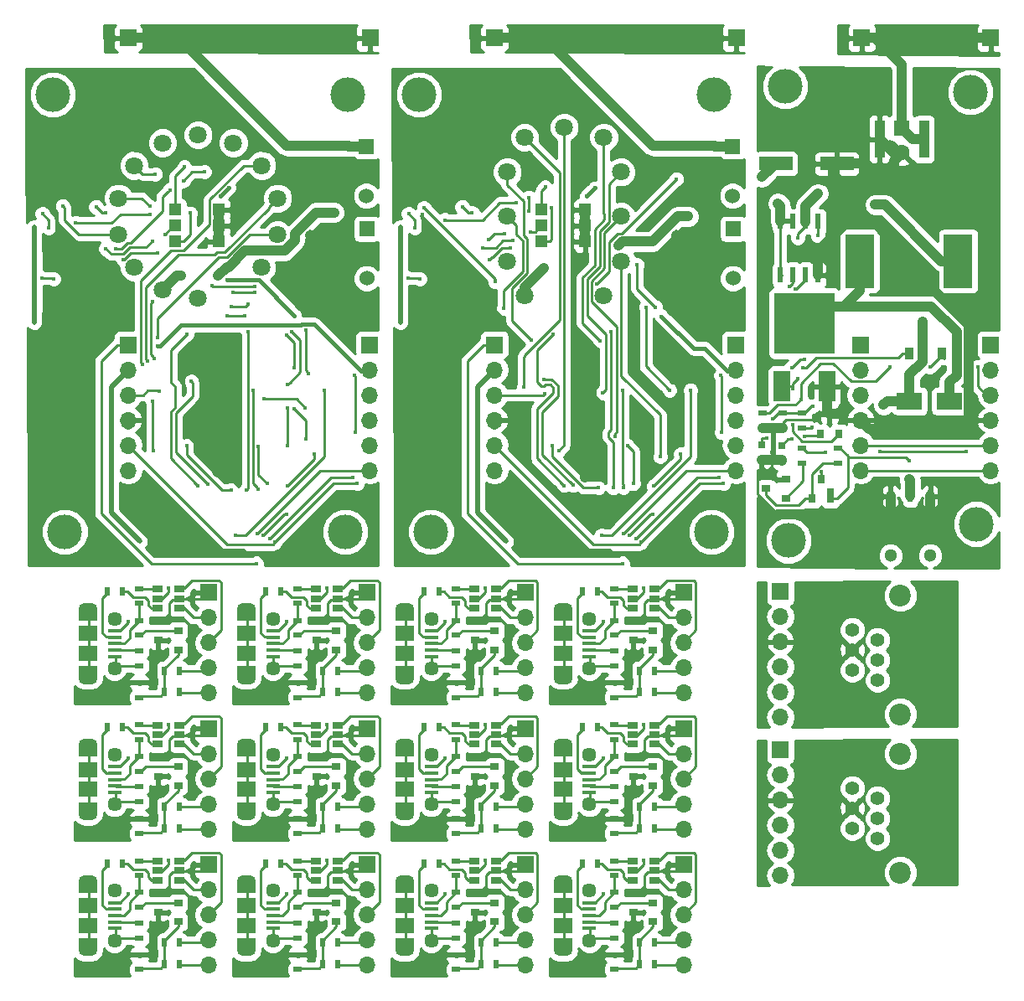
<source format=gtl>
%MOIN*%
%OFA0B0*%
%FSLAX46Y46*%
%IPPOS*%
%LPD*%
%ADD10C,0.0039370078740157488*%
%ADD11R,0.074803149606299218X0.059055118110236227*%
%ADD12C,0.057086614173228349*%
%ADD13R,0.053149606299212608X0.015748031496062995*%
%ADD14O,0.074803149606299218X0.047244094488188976*%
%ADD15R,0.074803149606299218X0.047244094488188976*%
%ADD16R,0.035433070866141732X0.031496062992125991*%
%ADD17R,0.066929133858267723X0.066929133858267723*%
%ADD18O,0.066929133858267723X0.066929133858267723*%
%ADD19R,0.041732283464566935X0.025590551181102365*%
%ADD20R,0.035433070866141732X0.01968503937007874*%
%ADD21R,0.01968503937007874X0.035433070866141732*%
%ADD22C,0.017834645669291341*%
%ADD23C,0.00984251968503937*%
%ADD24C,0.01*%
%ADD35C,0.0039370078740157488*%
%ADD36R,0.074803149606299218X0.059055118110236227*%
%ADD37C,0.057086614173228349*%
%ADD38R,0.053149606299212608X0.015748031496062995*%
%ADD39O,0.074803149606299218X0.047244094488188976*%
%ADD40R,0.074803149606299218X0.047244094488188976*%
%ADD41R,0.035433070866141732X0.031496062992125991*%
%ADD42R,0.066929133858267723X0.066929133858267723*%
%ADD43O,0.066929133858267723X0.066929133858267723*%
%ADD44R,0.041732283464566935X0.025590551181102365*%
%ADD45R,0.035433070866141732X0.01968503937007874*%
%ADD46R,0.01968503937007874X0.035433070866141732*%
%ADD47C,0.017834645669291341*%
%ADD48C,0.00984251968503937*%
%ADD49C,0.01*%
%ADD50C,0.0039370078740157488*%
%ADD51R,0.074803149606299218X0.059055118110236227*%
%ADD52C,0.057086614173228349*%
%ADD53R,0.053149606299212608X0.015748031496062995*%
%ADD54O,0.074803149606299218X0.047244094488188976*%
%ADD55R,0.074803149606299218X0.047244094488188976*%
%ADD56R,0.035433070866141732X0.031496062992125991*%
%ADD57R,0.066929133858267723X0.066929133858267723*%
%ADD58O,0.066929133858267723X0.066929133858267723*%
%ADD59R,0.041732283464566935X0.025590551181102365*%
%ADD60R,0.035433070866141732X0.01968503937007874*%
%ADD61R,0.01968503937007874X0.035433070866141732*%
%ADD62C,0.017834645669291341*%
%ADD63C,0.00984251968503937*%
%ADD64C,0.01*%
%ADD65C,0.0039370078740157488*%
%ADD66R,0.074803149606299218X0.059055118110236227*%
%ADD67C,0.057086614173228349*%
%ADD68R,0.053149606299212608X0.015748031496062995*%
%ADD69O,0.074803149606299218X0.047244094488188976*%
%ADD70R,0.074803149606299218X0.047244094488188976*%
%ADD71R,0.035433070866141732X0.031496062992125991*%
%ADD72R,0.066929133858267723X0.066929133858267723*%
%ADD73O,0.066929133858267723X0.066929133858267723*%
%ADD74R,0.041732283464566935X0.025590551181102365*%
%ADD75R,0.035433070866141732X0.01968503937007874*%
%ADD76R,0.01968503937007874X0.035433070866141732*%
%ADD77C,0.017834645669291341*%
%ADD78C,0.00984251968503937*%
%ADD79C,0.01*%
%ADD80C,0.0039370078740157488*%
%ADD81R,0.074803149606299218X0.059055118110236227*%
%ADD82C,0.057086614173228349*%
%ADD83R,0.053149606299212608X0.015748031496062995*%
%ADD84O,0.074803149606299218X0.047244094488188976*%
%ADD85R,0.074803149606299218X0.047244094488188976*%
%ADD86R,0.035433070866141732X0.031496062992125991*%
%ADD87R,0.066929133858267723X0.066929133858267723*%
%ADD88O,0.066929133858267723X0.066929133858267723*%
%ADD89R,0.041732283464566935X0.025590551181102365*%
%ADD90R,0.035433070866141732X0.01968503937007874*%
%ADD91R,0.01968503937007874X0.035433070866141732*%
%ADD92C,0.017834645669291341*%
%ADD93C,0.00984251968503937*%
%ADD94C,0.01*%
%ADD95C,0.0039370078740157488*%
%ADD96R,0.074803149606299218X0.059055118110236227*%
%ADD97C,0.057086614173228349*%
%ADD98R,0.053149606299212608X0.015748031496062995*%
%ADD99O,0.074803149606299218X0.047244094488188976*%
%ADD100R,0.074803149606299218X0.047244094488188976*%
%ADD101R,0.035433070866141732X0.031496062992125991*%
%ADD102R,0.066929133858267723X0.066929133858267723*%
%ADD103O,0.066929133858267723X0.066929133858267723*%
%ADD104R,0.041732283464566935X0.025590551181102365*%
%ADD105R,0.035433070866141732X0.01968503937007874*%
%ADD106R,0.01968503937007874X0.035433070866141732*%
%ADD107C,0.017834645669291341*%
%ADD108C,0.00984251968503937*%
%ADD109C,0.01*%
%ADD110C,0.0039370078740157488*%
%ADD111R,0.074803149606299218X0.059055118110236227*%
%ADD112C,0.057086614173228349*%
%ADD113R,0.053149606299212608X0.015748031496062995*%
%ADD114O,0.074803149606299218X0.047244094488188976*%
%ADD115R,0.074803149606299218X0.047244094488188976*%
%ADD116R,0.035433070866141732X0.031496062992125991*%
%ADD117R,0.066929133858267723X0.066929133858267723*%
%ADD118O,0.066929133858267723X0.066929133858267723*%
%ADD119R,0.041732283464566935X0.025590551181102365*%
%ADD120R,0.035433070866141732X0.01968503937007874*%
%ADD121R,0.01968503937007874X0.035433070866141732*%
%ADD122C,0.017834645669291341*%
%ADD123C,0.00984251968503937*%
%ADD124C,0.01*%
%ADD125C,0.0039370078740157488*%
%ADD126R,0.074803149606299218X0.059055118110236227*%
%ADD127C,0.057086614173228349*%
%ADD128R,0.053149606299212608X0.015748031496062995*%
%ADD129O,0.074803149606299218X0.047244094488188976*%
%ADD130R,0.074803149606299218X0.047244094488188976*%
%ADD131R,0.035433070866141732X0.031496062992125991*%
%ADD132R,0.066929133858267723X0.066929133858267723*%
%ADD133O,0.066929133858267723X0.066929133858267723*%
%ADD134R,0.041732283464566935X0.025590551181102365*%
%ADD135R,0.035433070866141732X0.01968503937007874*%
%ADD136R,0.01968503937007874X0.035433070866141732*%
%ADD137C,0.017834645669291341*%
%ADD138C,0.00984251968503937*%
%ADD139C,0.01*%
%ADD140C,0.0039370078740157488*%
%ADD141R,0.074803149606299218X0.059055118110236227*%
%ADD142C,0.057086614173228349*%
%ADD143R,0.053149606299212608X0.015748031496062995*%
%ADD144O,0.074803149606299218X0.047244094488188976*%
%ADD145R,0.074803149606299218X0.047244094488188976*%
%ADD146R,0.035433070866141732X0.031496062992125991*%
%ADD147R,0.066929133858267723X0.066929133858267723*%
%ADD148O,0.066929133858267723X0.066929133858267723*%
%ADD149R,0.041732283464566935X0.025590551181102365*%
%ADD150R,0.035433070866141732X0.01968503937007874*%
%ADD151R,0.01968503937007874X0.035433070866141732*%
%ADD152C,0.017834645669291341*%
%ADD153C,0.00984251968503937*%
%ADD154C,0.01*%
%ADD155C,0.0039370078740157488*%
%ADD156R,0.074803149606299218X0.059055118110236227*%
%ADD157C,0.057086614173228349*%
%ADD158R,0.053149606299212608X0.015748031496062995*%
%ADD159O,0.074803149606299218X0.047244094488188976*%
%ADD160R,0.074803149606299218X0.047244094488188976*%
%ADD161R,0.035433070866141732X0.031496062992125991*%
%ADD162R,0.066929133858267723X0.066929133858267723*%
%ADD163O,0.066929133858267723X0.066929133858267723*%
%ADD164R,0.041732283464566935X0.025590551181102365*%
%ADD165R,0.035433070866141732X0.01968503937007874*%
%ADD166R,0.01968503937007874X0.035433070866141732*%
%ADD167C,0.017834645669291341*%
%ADD168C,0.00984251968503937*%
%ADD169C,0.01*%
%ADD170C,0.0039370078740157488*%
%ADD171R,0.074803149606299218X0.059055118110236227*%
%ADD172C,0.057086614173228349*%
%ADD173R,0.053149606299212608X0.015748031496062995*%
%ADD174O,0.074803149606299218X0.047244094488188976*%
%ADD175R,0.074803149606299218X0.047244094488188976*%
%ADD176R,0.035433070866141732X0.031496062992125991*%
%ADD177R,0.066929133858267723X0.066929133858267723*%
%ADD178O,0.066929133858267723X0.066929133858267723*%
%ADD179R,0.041732283464566935X0.025590551181102365*%
%ADD180R,0.035433070866141732X0.01968503937007874*%
%ADD181R,0.01968503937007874X0.035433070866141732*%
%ADD182C,0.017834645669291341*%
%ADD183C,0.00984251968503937*%
%ADD184C,0.01*%
%ADD185C,0.0039370078740157488*%
%ADD186R,0.074803149606299218X0.059055118110236227*%
%ADD187C,0.057086614173228349*%
%ADD188R,0.053149606299212608X0.015748031496062995*%
%ADD189O,0.074803149606299218X0.047244094488188976*%
%ADD190R,0.074803149606299218X0.047244094488188976*%
%ADD191R,0.035433070866141732X0.031496062992125991*%
%ADD192R,0.066929133858267723X0.066929133858267723*%
%ADD193O,0.066929133858267723X0.066929133858267723*%
%ADD194R,0.041732283464566935X0.025590551181102365*%
%ADD195R,0.035433070866141732X0.01968503937007874*%
%ADD196R,0.01968503937007874X0.035433070866141732*%
%ADD197C,0.017834645669291341*%
%ADD198C,0.00984251968503937*%
%ADD199C,0.01*%
%ADD200C,0.0039370078740157488*%
%ADD201C,0.070866141732283464*%
%ADD202R,0.047244094488188976X0.047244094488188976*%
%ADD203C,0.13779527559055119*%
%ADD204R,0.060000000000000005X0.060000000000000005*%
%ADD205C,0.060000000000000005*%
%ADD206R,0.066929133858267723X0.066929133858267723*%
%ADD207O,0.066929133858267723X0.066929133858267723*%
%ADD208C,0.03937007874015748*%
%ADD209C,0.017834645669291341*%
%ADD210C,0.015748031496062995*%
%ADD211C,0.03937007874015748*%
%ADD212C,0.00984251968503937*%
%ADD213C,0.01968503937007874*%
%ADD214C,0.015748031496062995*%
%ADD215C,0.01*%
%ADD216C,0.0039370078740157488*%
%ADD217C,0.13779527559055119*%
%ADD218C,0.070866141732283464*%
%ADD219R,0.047244094488188976X0.047244094488188976*%
%ADD220R,0.066929133858267723X0.066929133858267723*%
%ADD221O,0.066929133858267723X0.066929133858267723*%
%ADD222R,0.060000000000000005X0.060000000000000005*%
%ADD223C,0.060000000000000005*%
%ADD224C,0.03937007874015748*%
%ADD225C,0.017834645669291341*%
%ADD226C,0.015748031496062995*%
%ADD227C,0.03937007874015748*%
%ADD228C,0.00984251968503937*%
%ADD229C,0.01968503937007874*%
%ADD230C,0.015748031496062995*%
%ADD231C,0.01*%
%ADD232C,0.0039370078740157488*%
%ADD233C,0.086614173228346469*%
%ADD234C,0.055118110236220472*%
%ADD235R,0.066929133858267723X0.066929133858267723*%
%ADD236O,0.066929133858267723X0.066929133858267723*%
%ADD237C,0.01*%
%ADD238C,0.0039370078740157488*%
%ADD239C,0.086614173228346469*%
%ADD240C,0.055118110236220472*%
%ADD241R,0.066929133858267723X0.066929133858267723*%
%ADD242O,0.066929133858267723X0.066929133858267723*%
%ADD243C,0.01*%
%ADD244C,0.0039370078740157488*%
%ADD245R,0.065X0.12000000000000001*%
%ADD246R,0.24000000000000002X0.24000000000000002*%
%ADD247C,0.13779527559055119*%
%ADD248R,0.062992125984251982X0.062992125984251982*%
%ADD249C,0.062992125984251982*%
%ADD250R,0.03937007874015748X0.14960629921259844*%
%ADD251R,0.13385826771653545X0.055118110236220472*%
%ADD252R,0.01968503937007874X0.047244094488188976*%
%ADD253C,0.051181102362204731*%
%ADD254R,0.023622047244094488X0.0610236220472441*%
%ADD255R,0.1141732283464567X0.21259842519685043*%
%ADD256R,0.031496062992125991X0.035433070866141732*%
%ADD257R,0.035433070866141732X0.047244094488188976*%
%ADD258R,0.0984251968503937X0.070866141732283464*%
%ADD259R,0.066929133858267723X0.066929133858267723*%
%ADD260R,0.029527559055118113X0.031496062992125991*%
%ADD261R,0.035433070866141732X0.01968503937007874*%
%ADD262R,0.035433070866141732X0.031496062992125991*%
%ADD263R,0.031496062992125991X0.03937007874015748*%
%ADD264O,0.066929133858267723X0.066929133858267723*%
%ADD265C,0.017834645669291341*%
%ADD266C,0.023622047244094488*%
%ADD267C,0.015748031496062995*%
%ADD268C,0.03937007874015748*%
%ADD269C,0.00984251968503937*%
%ADD270C,0.03937007874015748*%
%ADD271C,0.01968503937007874*%
%ADD272C,0.01*%
G01G01*
D10*
D11*
X0000196850Y0001181102D02*
X0000275984Y0001409448D03*
D12*
X0000382283Y0001547244D03*
D13*
X0000382283Y0001474409D03*
X0000382283Y0001500000D03*
X0000382283Y0001397637D03*
X0000382283Y0001423228D03*
X0000382283Y0001448818D03*
D12*
X0000382283Y0001350393D03*
D11*
X0000275984Y0001488188D03*
D14*
X0000275984Y0001586614D03*
X0000275984Y0001311023D03*
D15*
X0000275984Y0001334645D03*
X0000275984Y0001562992D03*
D16*
X0000635433Y0001424409D03*
X0000635433Y0001499212D03*
X0000556692Y0001461810D03*
D17*
X0000755905Y0001651574D03*
D18*
X0000755905Y0001551574D03*
X0000755905Y0001451574D03*
X0000755905Y0001351574D03*
X0000755905Y0001251574D03*
D19*
X0000553937Y0001664566D03*
X0000553937Y0001627165D03*
X0000553937Y0001589763D03*
X0000640551Y0001589763D03*
X0000640551Y0001664566D03*
X0000640551Y0001627165D03*
D20*
X0000481102Y0001666929D03*
X0000481102Y0001607874D03*
X0000481102Y0001481889D03*
X0000481102Y0001540944D03*
D21*
X0000412598Y0001656299D03*
X0000353543Y0001656299D03*
D20*
X0000481102Y0001360236D03*
X0000481102Y0001419291D03*
X0000481102Y0001292913D03*
X0000481102Y0001233858D03*
D21*
X0000640944Y0001254724D03*
X0000581889Y0001254724D03*
X0000640944Y0001340944D03*
X0000581889Y0001340944D03*
D22*
X0000596456Y0001668503D03*
X0000528346Y0001406299D03*
X0000437795Y0001534645D03*
X0000601181Y0001543307D03*
D23*
X0000596456Y0001651800D02*
X0000596456Y0001668503D01*
X0000567097Y0001622440D02*
X0000596456Y0001651800D01*
X0000559448Y0001622440D02*
X0000567097Y0001622440D01*
X0000480314Y0001360236D02*
X0000394881Y0001360236D01*
X0000394881Y0001360236D02*
X0000385433Y0001350787D01*
X0000385433Y0001350787D02*
X0000385433Y0001398031D01*
X0000279133Y0001563385D02*
X0000279133Y0001587007D01*
X0000279133Y0001488582D02*
X0000279133Y0001563385D01*
X0000279133Y0001409842D02*
X0000279133Y0001488582D01*
X0000279133Y0001335039D02*
X0000279133Y0001409842D01*
X0000279133Y0001311417D02*
X0000279133Y0001335039D01*
X0000755905Y0001251574D02*
X0000644094Y0001251574D01*
X0000644094Y0001251574D02*
X0000640944Y0001254724D01*
X0000385433Y0001474803D02*
X0000349015Y0001474803D01*
X0000349015Y0001474803D02*
X0000333858Y0001489960D01*
X0000333858Y0001489960D02*
X0000333858Y0001628740D01*
X0000333858Y0001628740D02*
X0000353543Y0001648425D01*
X0000353543Y0001648425D02*
X0000353543Y0001656299D01*
X0000404133Y0001500393D02*
X0000437795Y0001534055D01*
X0000385433Y0001500393D02*
X0000404133Y0001500393D01*
X0000437795Y0001534055D02*
X0000437795Y0001534645D01*
X0000615354Y0001622440D02*
X0000601181Y0001608267D01*
X0000646062Y0001622440D02*
X0000615354Y0001622440D01*
X0000601181Y0001560010D02*
X0000601181Y0001543307D01*
X0000601181Y0001608267D02*
X0000601181Y0001560010D01*
X0000646062Y0001622440D02*
X0000648425Y0001624803D01*
X0000648425Y0001624803D02*
X0000729133Y0001624803D01*
X0000729133Y0001624803D02*
X0000755905Y0001651574D01*
X0000736220Y0001631889D02*
X0000755905Y0001651574D01*
X0000750393Y0001646062D02*
X0000755905Y0001651574D01*
X0000480314Y0001419291D02*
X0000477559Y0001422047D01*
X0000477559Y0001422047D02*
X0000387007Y0001422047D01*
X0000387007Y0001422047D02*
X0000385433Y0001423622D01*
X0000443700Y0001471062D02*
X0000443700Y0001503543D01*
X0000421850Y0001449212D02*
X0000443700Y0001471062D01*
X0000443700Y0001503543D02*
X0000481102Y0001540944D01*
X0000385433Y0001449212D02*
X0000421850Y0001449212D01*
X0000480314Y0001607874D02*
X0000480314Y0001541732D01*
X0000480314Y0001541732D02*
X0000481102Y0001540944D01*
X0000470078Y0001606299D02*
X0000470472Y0001606692D01*
X0000755905Y0001551574D02*
X0000696259Y0001551574D01*
X0000696259Y0001551574D02*
X0000653346Y0001594488D01*
X0000653346Y0001594488D02*
X0000645275Y0001594488D01*
X0000755905Y0001451574D02*
X0000805511Y0001501181D01*
X0000805511Y0001501181D02*
X0000805511Y0001692913D01*
X0000805511Y0001692913D02*
X0000798031Y0001700393D01*
X0000798031Y0001700393D02*
X0000691732Y0001700393D01*
X0000691732Y0001700393D02*
X0000661023Y0001669685D01*
X0000641732Y0001340944D02*
X0000745275Y0001340944D01*
X0000745275Y0001340944D02*
X0000755905Y0001351574D01*
X0000755905Y0001351574D02*
X0000742125Y0001365354D01*
X0000738976Y0001334645D02*
X0000755905Y0001351574D01*
X0000755905Y0001351574D02*
X0000755905Y0001347755D01*
X0000581889Y0001254724D02*
X0000566141Y0001238976D01*
X0000566141Y0001238976D02*
X0000480708Y0001238976D01*
X0000480708Y0001238976D02*
X0000479527Y0001237795D01*
X0000581889Y0001254724D02*
X0000581889Y0001340157D01*
X0000581889Y0001340157D02*
X0000582677Y0001340944D01*
X0000635433Y0001424409D02*
X0000635433Y0001404330D01*
X0000635433Y0001404330D02*
X0000581496Y0001350393D01*
X0000581496Y0001350393D02*
X0000581496Y0001348031D01*
X0000635433Y0001499212D02*
X0000505905Y0001499212D01*
X0000505905Y0001499212D02*
X0000488582Y0001481889D01*
X0000488582Y0001481889D02*
X0000486220Y0001481889D01*
X0000486220Y0001481889D02*
X0000481102Y0001481889D01*
X0000480314Y0001666929D02*
X0000482677Y0001664566D01*
X0000482677Y0001664566D02*
X0000554724Y0001664566D01*
X0000554724Y0001664566D02*
X0000559448Y0001659842D01*
X0000412598Y0001656299D02*
X0000432283Y0001656299D01*
X0000432283Y0001656299D02*
X0000455511Y0001633070D01*
X0000455511Y0001633070D02*
X0000504330Y0001633070D01*
X0000504330Y0001633070D02*
X0000518110Y0001619291D01*
X0000518110Y0001600787D02*
X0000529133Y0001589763D01*
X0000518110Y0001619291D02*
X0000518110Y0001600787D01*
X0000529133Y0001589763D02*
X0000553937Y0001589763D01*
D24*
G36*
X0000670681Y0001628025D02*
X0000677115Y0001632165D01*
X0000680167Y0001632165D01*
X0000686417Y0001638415D01*
X0000686417Y0001644933D01*
X0000685816Y0001646384D01*
X0000686907Y0001651771D01*
X0000686907Y0001653253D01*
X0000697440Y0001663787D01*
X0000697440Y0001662824D01*
X0000703690Y0001656574D01*
X0000750905Y0001656574D01*
X0000750905Y0001657362D01*
X0000760905Y0001657362D01*
X0000760905Y0001656574D01*
X0000761692Y0001656574D01*
X0000761692Y0001646574D01*
X0000760905Y0001646574D01*
X0000760905Y0001645787D01*
X0000750905Y0001645787D01*
X0000750905Y0001646574D01*
X0000703690Y0001646574D01*
X0000697440Y0001640324D01*
X0000697440Y0001613137D01*
X0000701246Y0001603948D01*
X0000708279Y0001596916D01*
X0000715148Y0001594070D01*
X0000713419Y0001592915D01*
X0000706936Y0001583213D01*
X0000686748Y0001603401D01*
X0000685869Y0001608074D01*
X0000686417Y0001609397D01*
X0000686417Y0001615915D01*
X0000680167Y0001622165D01*
X0000677005Y0001622165D01*
X0000671334Y0001626040D01*
X0000665940Y0001627132D01*
X0000670681Y0001628025D01*
X0000670681Y0001628025D01*
G37*
X0000670681Y0001628025D02*
X0000677115Y0001632165D01*
X0000680167Y0001632165D01*
X0000686417Y0001638415D01*
X0000686417Y0001644933D01*
X0000685816Y0001646384D01*
X0000686907Y0001651771D01*
X0000686907Y0001653253D01*
X0000697440Y0001663787D01*
X0000697440Y0001662824D01*
X0000703690Y0001656574D01*
X0000750905Y0001656574D01*
X0000750905Y0001657362D01*
X0000760905Y0001657362D01*
X0000760905Y0001656574D01*
X0000761692Y0001656574D01*
X0000761692Y0001646574D01*
X0000760905Y0001646574D01*
X0000760905Y0001645787D01*
X0000750905Y0001645787D01*
X0000750905Y0001646574D01*
X0000703690Y0001646574D01*
X0000697440Y0001640324D01*
X0000697440Y0001613137D01*
X0000701246Y0001603948D01*
X0000708279Y0001596916D01*
X0000715148Y0001594070D01*
X0000713419Y0001592915D01*
X0000706936Y0001583213D01*
X0000686748Y0001603401D01*
X0000685869Y0001608074D01*
X0000686417Y0001609397D01*
X0000686417Y0001615915D01*
X0000680167Y0001622165D01*
X0000677005Y0001622165D01*
X0000671334Y0001626040D01*
X0000665940Y0001627132D01*
X0000670681Y0001628025D01*
G36*
X0000533070Y0001551478D02*
X0000574803Y0001551478D01*
X0000584067Y0001553221D01*
X0000592576Y0001558697D01*
X0000597292Y0001565599D01*
X0000601413Y0001559195D01*
X0000609768Y0001553486D01*
X0000619685Y0001551478D01*
X0000654040Y0001551478D01*
X0000675102Y0001530417D01*
X0000684809Y0001523931D01*
X0000696259Y0001521653D01*
X0000705789Y0001521653D01*
X0000713419Y0001510234D01*
X0000726378Y0001501574D01*
X0000713419Y0001492915D01*
X0000700745Y0001473948D01*
X0000696295Y0001451574D01*
X0000700745Y0001429201D01*
X0000713419Y0001410234D01*
X0000726378Y0001401574D01*
X0000713419Y0001392915D01*
X0000700745Y0001373948D01*
X0000700132Y0001370866D01*
X0000672641Y0001370866D01*
X0000669058Y0001376434D01*
X0000660704Y0001382142D01*
X0000656426Y0001383009D01*
X0000656590Y0001383173D01*
X0000657084Y0001383912D01*
X0000662414Y0001384914D01*
X0000670922Y0001390390D01*
X0000676631Y0001398744D01*
X0000678639Y0001408661D01*
X0000678639Y0001440157D01*
X0000676896Y0001449421D01*
X0000671420Y0001457930D01*
X0000665705Y0001461835D01*
X0000670922Y0001465193D01*
X0000676631Y0001473547D01*
X0000678639Y0001483464D01*
X0000678639Y0001514960D01*
X0000676896Y0001524225D01*
X0000671420Y0001532733D01*
X0000663066Y0001538442D01*
X0000653149Y0001540450D01*
X0000617716Y0001540450D01*
X0000608452Y0001538707D01*
X0000599943Y0001533231D01*
X0000597143Y0001529133D01*
X0000523910Y0001529133D01*
X0000524308Y0001531102D01*
X0000524308Y0001550787D01*
X0000523826Y0001553350D01*
X0000533070Y0001551478D01*
X0000533070Y0001551478D01*
G37*
X0000533070Y0001551478D02*
X0000574803Y0001551478D01*
X0000584067Y0001553221D01*
X0000592576Y0001558697D01*
X0000597292Y0001565599D01*
X0000601413Y0001559195D01*
X0000609768Y0001553486D01*
X0000619685Y0001551478D01*
X0000654040Y0001551478D01*
X0000675102Y0001530417D01*
X0000684809Y0001523931D01*
X0000696259Y0001521653D01*
X0000705789Y0001521653D01*
X0000713419Y0001510234D01*
X0000726378Y0001501574D01*
X0000713419Y0001492915D01*
X0000700745Y0001473948D01*
X0000696295Y0001451574D01*
X0000700745Y0001429201D01*
X0000713419Y0001410234D01*
X0000726378Y0001401574D01*
X0000713419Y0001392915D01*
X0000700745Y0001373948D01*
X0000700132Y0001370866D01*
X0000672641Y0001370866D01*
X0000669058Y0001376434D01*
X0000660704Y0001382142D01*
X0000656426Y0001383009D01*
X0000656590Y0001383173D01*
X0000657084Y0001383912D01*
X0000662414Y0001384914D01*
X0000670922Y0001390390D01*
X0000676631Y0001398744D01*
X0000678639Y0001408661D01*
X0000678639Y0001440157D01*
X0000676896Y0001449421D01*
X0000671420Y0001457930D01*
X0000665705Y0001461835D01*
X0000670922Y0001465193D01*
X0000676631Y0001473547D01*
X0000678639Y0001483464D01*
X0000678639Y0001514960D01*
X0000676896Y0001524225D01*
X0000671420Y0001532733D01*
X0000663066Y0001538442D01*
X0000653149Y0001540450D01*
X0000617716Y0001540450D01*
X0000608452Y0001538707D01*
X0000599943Y0001533231D01*
X0000597143Y0001529133D01*
X0000523910Y0001529133D01*
X0000524308Y0001531102D01*
X0000524308Y0001550787D01*
X0000523826Y0001553350D01*
X0000533070Y0001551478D01*
G36*
X0000226601Y0001276642D02*
X0000242375Y0001266102D01*
X0000260982Y0001262401D01*
X0000290986Y0001262401D01*
X0000309593Y0001266102D01*
X0000325367Y0001276642D01*
X0000335907Y0001292416D01*
X0000339608Y0001311023D01*
X0000338875Y0001314707D01*
X0000338875Y0001318089D01*
X0000351914Y0001305028D01*
X0000371586Y0001296859D01*
X0000392887Y0001296841D01*
X0000412573Y0001304975D01*
X0000427648Y0001320024D01*
X0000431921Y0001330314D01*
X0000448488Y0001330314D01*
X0000453468Y0001326912D01*
X0000455421Y0001326516D01*
X0000449224Y0001323949D01*
X0000442191Y0001316917D01*
X0000438385Y0001307728D01*
X0000438385Y0001304084D01*
X0000444635Y0001297834D01*
X0000476102Y0001297834D01*
X0000476102Y0001298700D01*
X0000486102Y0001298700D01*
X0000486102Y0001297834D01*
X0000517568Y0001297834D01*
X0000523818Y0001304084D01*
X0000523818Y0001307728D01*
X0000520012Y0001316917D01*
X0000512980Y0001323949D01*
X0000506972Y0001326438D01*
X0000508083Y0001326647D01*
X0000516592Y0001332122D01*
X0000522300Y0001340476D01*
X0000524308Y0001350393D01*
X0000524308Y0001370078D01*
X0000522565Y0001379343D01*
X0000517090Y0001387852D01*
X0000514342Y0001389729D01*
X0000516592Y0001391177D01*
X0000522300Y0001399531D01*
X0000524308Y0001409448D01*
X0000524308Y0001425375D01*
X0000524815Y0001424869D01*
X0000534003Y0001421062D01*
X0000545442Y0001421062D01*
X0000551692Y0001427312D01*
X0000551692Y0001456811D01*
X0000550905Y0001456811D01*
X0000550905Y0001466811D01*
X0000551692Y0001466811D01*
X0000551692Y0001467598D01*
X0000561692Y0001467598D01*
X0000561692Y0001466811D01*
X0000593159Y0001466811D01*
X0000595639Y0001469291D01*
X0000597128Y0001469291D01*
X0000599445Y0001465691D01*
X0000605160Y0001461786D01*
X0000599943Y0001458428D01*
X0000596532Y0001453437D01*
X0000593159Y0001456811D01*
X0000561692Y0001456811D01*
X0000561692Y0001427312D01*
X0000567942Y0001421062D01*
X0000579382Y0001421062D01*
X0000588570Y0001424869D01*
X0000592226Y0001428524D01*
X0000592226Y0001408661D01*
X0000593053Y0001404266D01*
X0000572938Y0001384151D01*
X0000572047Y0001384151D01*
X0000562782Y0001382407D01*
X0000554273Y0001376932D01*
X0000548565Y0001368578D01*
X0000546557Y0001358661D01*
X0000546557Y0001323228D01*
X0000548300Y0001313963D01*
X0000551968Y0001308263D01*
X0000551968Y0001287338D01*
X0000548565Y0001282357D01*
X0000546557Y0001272440D01*
X0000546557Y0001268897D01*
X0000520000Y0001268897D01*
X0000520012Y0001268909D01*
X0000523818Y0001278098D01*
X0000523818Y0001281742D01*
X0000517568Y0001287992D01*
X0000486102Y0001287992D01*
X0000486102Y0001287125D01*
X0000476102Y0001287125D01*
X0000476102Y0001287992D01*
X0000444635Y0001287992D01*
X0000438385Y0001281742D01*
X0000438385Y0001278098D01*
X0000442191Y0001268909D01*
X0000447752Y0001263348D01*
X0000445612Y0001261972D01*
X0000439904Y0001253617D01*
X0000437896Y0001243700D01*
X0000437896Y0001224015D01*
X0000439639Y0001214751D01*
X0000443557Y0001208661D01*
X0000224803Y0001208661D01*
X0000224803Y0001279333D01*
X0000226601Y0001276642D01*
X0000226601Y0001276642D01*
G37*
X0000226601Y0001276642D02*
X0000242375Y0001266102D01*
X0000260982Y0001262401D01*
X0000290986Y0001262401D01*
X0000309593Y0001266102D01*
X0000325367Y0001276642D01*
X0000335907Y0001292416D01*
X0000339608Y0001311023D01*
X0000338875Y0001314707D01*
X0000338875Y0001318089D01*
X0000351914Y0001305028D01*
X0000371586Y0001296859D01*
X0000392887Y0001296841D01*
X0000412573Y0001304975D01*
X0000427648Y0001320024D01*
X0000431921Y0001330314D01*
X0000448488Y0001330314D01*
X0000453468Y0001326912D01*
X0000455421Y0001326516D01*
X0000449224Y0001323949D01*
X0000442191Y0001316917D01*
X0000438385Y0001307728D01*
X0000438385Y0001304084D01*
X0000444635Y0001297834D01*
X0000476102Y0001297834D01*
X0000476102Y0001298700D01*
X0000486102Y0001298700D01*
X0000486102Y0001297834D01*
X0000517568Y0001297834D01*
X0000523818Y0001304084D01*
X0000523818Y0001307728D01*
X0000520012Y0001316917D01*
X0000512980Y0001323949D01*
X0000506972Y0001326438D01*
X0000508083Y0001326647D01*
X0000516592Y0001332122D01*
X0000522300Y0001340476D01*
X0000524308Y0001350393D01*
X0000524308Y0001370078D01*
X0000522565Y0001379343D01*
X0000517090Y0001387852D01*
X0000514342Y0001389729D01*
X0000516592Y0001391177D01*
X0000522300Y0001399531D01*
X0000524308Y0001409448D01*
X0000524308Y0001425375D01*
X0000524815Y0001424869D01*
X0000534003Y0001421062D01*
X0000545442Y0001421062D01*
X0000551692Y0001427312D01*
X0000551692Y0001456811D01*
X0000550905Y0001456811D01*
X0000550905Y0001466811D01*
X0000551692Y0001466811D01*
X0000551692Y0001467598D01*
X0000561692Y0001467598D01*
X0000561692Y0001466811D01*
X0000593159Y0001466811D01*
X0000595639Y0001469291D01*
X0000597128Y0001469291D01*
X0000599445Y0001465691D01*
X0000605160Y0001461786D01*
X0000599943Y0001458428D01*
X0000596532Y0001453437D01*
X0000593159Y0001456811D01*
X0000561692Y0001456811D01*
X0000561692Y0001427312D01*
X0000567942Y0001421062D01*
X0000579382Y0001421062D01*
X0000588570Y0001424869D01*
X0000592226Y0001428524D01*
X0000592226Y0001408661D01*
X0000593053Y0001404266D01*
X0000572938Y0001384151D01*
X0000572047Y0001384151D01*
X0000562782Y0001382407D01*
X0000554273Y0001376932D01*
X0000548565Y0001368578D01*
X0000546557Y0001358661D01*
X0000546557Y0001323228D01*
X0000548300Y0001313963D01*
X0000551968Y0001308263D01*
X0000551968Y0001287338D01*
X0000548565Y0001282357D01*
X0000546557Y0001272440D01*
X0000546557Y0001268897D01*
X0000520000Y0001268897D01*
X0000520012Y0001268909D01*
X0000523818Y0001278098D01*
X0000523818Y0001281742D01*
X0000517568Y0001287992D01*
X0000486102Y0001287992D01*
X0000486102Y0001287125D01*
X0000476102Y0001287125D01*
X0000476102Y0001287992D01*
X0000444635Y0001287992D01*
X0000438385Y0001281742D01*
X0000438385Y0001278098D01*
X0000442191Y0001268909D01*
X0000447752Y0001263348D01*
X0000445612Y0001261972D01*
X0000439904Y0001253617D01*
X0000437896Y0001243700D01*
X0000437896Y0001224015D01*
X0000439639Y0001214751D01*
X0000443557Y0001208661D01*
X0000224803Y0001208661D01*
X0000224803Y0001279333D01*
X0000226601Y0001276642D01*
G04 next file*
G04 Gerber Fmt 4.6, Leading zero omitted, Abs format (unit mm)*
G04 Created by KiCad (PCBNEW 4.0.7) date 11/16/17 17:14:57*
G01G01*
G04 APERTURE LIST*
G04 APERTURE END LIST*
D35*
D36*
X0000196850Y0000639763D02*
X0000275984Y0000868110D03*
D37*
X0000382283Y0001005905D03*
D38*
X0000382283Y0000933070D03*
X0000382283Y0000958661D03*
X0000382283Y0000856299D03*
X0000382283Y0000881889D03*
X0000382283Y0000907480D03*
D37*
X0000382283Y0000809055D03*
D36*
X0000275984Y0000946850D03*
D39*
X0000275984Y0001045275D03*
X0000275984Y0000769685D03*
D40*
X0000275984Y0000793307D03*
X0000275984Y0001021653D03*
D41*
X0000635433Y0000883070D03*
X0000635433Y0000957874D03*
X0000556692Y0000920472D03*
D42*
X0000755905Y0001110236D03*
D43*
X0000755905Y0001010236D03*
X0000755905Y0000910236D03*
X0000755905Y0000810236D03*
X0000755905Y0000710236D03*
D44*
X0000553937Y0001123228D03*
X0000553937Y0001085826D03*
X0000553937Y0001048425D03*
X0000640551Y0001048425D03*
X0000640551Y0001123228D03*
X0000640551Y0001085826D03*
D45*
X0000481102Y0001125590D03*
X0000481102Y0001066535D03*
X0000481102Y0000940551D03*
X0000481102Y0000999606D03*
D46*
X0000412598Y0001114960D03*
X0000353543Y0001114960D03*
D45*
X0000481102Y0000818897D03*
X0000481102Y0000877952D03*
X0000481102Y0000751574D03*
X0000481102Y0000692519D03*
D46*
X0000640944Y0000713385D03*
X0000581889Y0000713385D03*
X0000640944Y0000799606D03*
X0000581889Y0000799606D03*
D47*
X0000596456Y0001127165D03*
X0000528346Y0000864960D03*
X0000437795Y0000993307D03*
X0000601181Y0001001968D03*
D48*
X0000596456Y0001110462D02*
X0000596456Y0001127165D01*
X0000567097Y0001081102D02*
X0000596456Y0001110462D01*
X0000559448Y0001081102D02*
X0000567097Y0001081102D01*
X0000480314Y0000818897D02*
X0000394881Y0000818897D01*
X0000394881Y0000818897D02*
X0000385433Y0000809448D01*
X0000385433Y0000809448D02*
X0000385433Y0000856692D01*
X0000279133Y0001022047D02*
X0000279133Y0001045669D01*
X0000279133Y0000947244D02*
X0000279133Y0001022047D01*
X0000279133Y0000868503D02*
X0000279133Y0000947244D01*
X0000279133Y0000793700D02*
X0000279133Y0000868503D01*
X0000279133Y0000770078D02*
X0000279133Y0000793700D01*
X0000755905Y0000710236D02*
X0000644094Y0000710236D01*
X0000644094Y0000710236D02*
X0000640944Y0000713385D01*
X0000385433Y0000933464D02*
X0000349015Y0000933464D01*
X0000349015Y0000933464D02*
X0000333858Y0000948622D01*
X0000333858Y0000948622D02*
X0000333858Y0001087401D01*
X0000333858Y0001087401D02*
X0000353543Y0001107086D01*
X0000353543Y0001107086D02*
X0000353543Y0001114960D01*
X0000404133Y0000959055D02*
X0000437795Y0000992716D01*
X0000385433Y0000959055D02*
X0000404133Y0000959055D01*
X0000437795Y0000992716D02*
X0000437795Y0000993307D01*
X0000615354Y0001081102D02*
X0000601181Y0001066929D01*
X0000646062Y0001081102D02*
X0000615354Y0001081102D01*
X0000601181Y0001018671D02*
X0000601181Y0001001968D01*
X0000601181Y0001066929D02*
X0000601181Y0001018671D01*
X0000646062Y0001081102D02*
X0000648425Y0001083464D01*
X0000648425Y0001083464D02*
X0000729133Y0001083464D01*
X0000729133Y0001083464D02*
X0000755905Y0001110236D01*
X0000736220Y0001090551D02*
X0000755905Y0001110236D01*
X0000750393Y0001104724D02*
X0000755905Y0001110236D01*
X0000480314Y0000877952D02*
X0000477559Y0000880708D01*
X0000477559Y0000880708D02*
X0000387007Y0000880708D01*
X0000387007Y0000880708D02*
X0000385433Y0000882283D01*
X0000443700Y0000929724D02*
X0000443700Y0000962204D01*
X0000421850Y0000907874D02*
X0000443700Y0000929724D01*
X0000443700Y0000962204D02*
X0000481102Y0000999606D01*
X0000385433Y0000907874D02*
X0000421850Y0000907874D01*
X0000480314Y0001066535D02*
X0000480314Y0001000393D01*
X0000480314Y0001000393D02*
X0000481102Y0000999606D01*
X0000470078Y0001064960D02*
X0000470472Y0001065354D01*
X0000755905Y0001010236D02*
X0000696259Y0001010236D01*
X0000696259Y0001010236D02*
X0000653346Y0001053149D01*
X0000653346Y0001053149D02*
X0000645275Y0001053149D01*
X0000755905Y0000910236D02*
X0000805511Y0000959842D01*
X0000805511Y0000959842D02*
X0000805511Y0001151574D01*
X0000805511Y0001151574D02*
X0000798031Y0001159055D01*
X0000798031Y0001159055D02*
X0000691732Y0001159055D01*
X0000691732Y0001159055D02*
X0000661023Y0001128346D01*
X0000641732Y0000799606D02*
X0000745275Y0000799606D01*
X0000745275Y0000799606D02*
X0000755905Y0000810236D01*
X0000755905Y0000810236D02*
X0000742125Y0000824015D01*
X0000738976Y0000793307D02*
X0000755905Y0000810236D01*
X0000755905Y0000810236D02*
X0000755905Y0000806417D01*
X0000581889Y0000713385D02*
X0000566141Y0000697637D01*
X0000566141Y0000697637D02*
X0000480708Y0000697637D01*
X0000480708Y0000697637D02*
X0000479527Y0000696456D01*
X0000581889Y0000713385D02*
X0000581889Y0000798818D01*
X0000581889Y0000798818D02*
X0000582677Y0000799606D01*
X0000635433Y0000883070D02*
X0000635433Y0000862992D01*
X0000635433Y0000862992D02*
X0000581496Y0000809055D01*
X0000581496Y0000809055D02*
X0000581496Y0000806692D01*
X0000635433Y0000957874D02*
X0000505905Y0000957874D01*
X0000505905Y0000957874D02*
X0000488582Y0000940551D01*
X0000488582Y0000940551D02*
X0000486220Y0000940551D01*
X0000486220Y0000940551D02*
X0000481102Y0000940551D01*
X0000480314Y0001125590D02*
X0000482677Y0001123228D01*
X0000482677Y0001123228D02*
X0000554724Y0001123228D01*
X0000554724Y0001123228D02*
X0000559448Y0001118503D01*
X0000412598Y0001114960D02*
X0000432283Y0001114960D01*
X0000432283Y0001114960D02*
X0000455511Y0001091732D01*
X0000455511Y0001091732D02*
X0000504330Y0001091732D01*
X0000504330Y0001091732D02*
X0000518110Y0001077952D01*
X0000518110Y0001059448D02*
X0000529133Y0001048425D01*
X0000518110Y0001077952D02*
X0000518110Y0001059448D01*
X0000529133Y0001048425D02*
X0000553937Y0001048425D01*
D49*
G36*
X0000670681Y0001086686D02*
X0000677115Y0001090826D01*
X0000680167Y0001090826D01*
X0000686417Y0001097076D01*
X0000686417Y0001103594D01*
X0000685816Y0001105046D01*
X0000686907Y0001110433D01*
X0000686907Y0001111914D01*
X0000697440Y0001122448D01*
X0000697440Y0001121486D01*
X0000703690Y0001115236D01*
X0000750905Y0001115236D01*
X0000750905Y0001116023D01*
X0000760905Y0001116023D01*
X0000760905Y0001115236D01*
X0000761692Y0001115236D01*
X0000761692Y0001105236D01*
X0000760905Y0001105236D01*
X0000760905Y0001104448D01*
X0000750905Y0001104448D01*
X0000750905Y0001105236D01*
X0000703690Y0001105236D01*
X0000697440Y0001098986D01*
X0000697440Y0001071798D01*
X0000701246Y0001062610D01*
X0000708279Y0001055577D01*
X0000715148Y0001052732D01*
X0000713419Y0001051576D01*
X0000706936Y0001041874D01*
X0000686748Y0001062062D01*
X0000685869Y0001066735D01*
X0000686417Y0001068058D01*
X0000686417Y0001074576D01*
X0000680167Y0001080826D01*
X0000677005Y0001080826D01*
X0000671334Y0001084702D01*
X0000665940Y0001085794D01*
X0000670681Y0001086686D01*
X0000670681Y0001086686D01*
G37*
X0000670681Y0001086686D02*
X0000677115Y0001090826D01*
X0000680167Y0001090826D01*
X0000686417Y0001097076D01*
X0000686417Y0001103594D01*
X0000685816Y0001105046D01*
X0000686907Y0001110433D01*
X0000686907Y0001111914D01*
X0000697440Y0001122448D01*
X0000697440Y0001121486D01*
X0000703690Y0001115236D01*
X0000750905Y0001115236D01*
X0000750905Y0001116023D01*
X0000760905Y0001116023D01*
X0000760905Y0001115236D01*
X0000761692Y0001115236D01*
X0000761692Y0001105236D01*
X0000760905Y0001105236D01*
X0000760905Y0001104448D01*
X0000750905Y0001104448D01*
X0000750905Y0001105236D01*
X0000703690Y0001105236D01*
X0000697440Y0001098986D01*
X0000697440Y0001071798D01*
X0000701246Y0001062610D01*
X0000708279Y0001055577D01*
X0000715148Y0001052732D01*
X0000713419Y0001051576D01*
X0000706936Y0001041874D01*
X0000686748Y0001062062D01*
X0000685869Y0001066735D01*
X0000686417Y0001068058D01*
X0000686417Y0001074576D01*
X0000680167Y0001080826D01*
X0000677005Y0001080826D01*
X0000671334Y0001084702D01*
X0000665940Y0001085794D01*
X0000670681Y0001086686D01*
G36*
X0000533070Y0001010140D02*
X0000574803Y0001010140D01*
X0000584067Y0001011883D01*
X0000592576Y0001017358D01*
X0000597292Y0001024261D01*
X0000601413Y0001017856D01*
X0000609768Y0001012148D01*
X0000619685Y0001010140D01*
X0000654040Y0001010140D01*
X0000675102Y0000989078D01*
X0000684809Y0000982592D01*
X0000696259Y0000980314D01*
X0000705789Y0000980314D01*
X0000713419Y0000968895D01*
X0000726378Y0000960236D01*
X0000713419Y0000951576D01*
X0000700745Y0000932609D01*
X0000696295Y0000910236D01*
X0000700745Y0000887862D01*
X0000713419Y0000868895D01*
X0000726378Y0000860236D01*
X0000713419Y0000851576D01*
X0000700745Y0000832609D01*
X0000700132Y0000829527D01*
X0000672641Y0000829527D01*
X0000669058Y0000835096D01*
X0000660704Y0000840804D01*
X0000656426Y0000841670D01*
X0000656590Y0000841834D01*
X0000657084Y0000842573D01*
X0000662414Y0000843576D01*
X0000670922Y0000849051D01*
X0000676631Y0000857405D01*
X0000678639Y0000867322D01*
X0000678639Y0000898818D01*
X0000676896Y0000908083D01*
X0000671420Y0000916592D01*
X0000665705Y0000920497D01*
X0000670922Y0000923854D01*
X0000676631Y0000932209D01*
X0000678639Y0000942125D01*
X0000678639Y0000973622D01*
X0000676896Y0000982886D01*
X0000671420Y0000991395D01*
X0000663066Y0000997103D01*
X0000653149Y0000999111D01*
X0000617716Y0000999111D01*
X0000608452Y0000997368D01*
X0000599943Y0000991893D01*
X0000597143Y0000987795D01*
X0000523910Y0000987795D01*
X0000524308Y0000989763D01*
X0000524308Y0001009448D01*
X0000523826Y0001012012D01*
X0000533070Y0001010140D01*
X0000533070Y0001010140D01*
G37*
X0000533070Y0001010140D02*
X0000574803Y0001010140D01*
X0000584067Y0001011883D01*
X0000592576Y0001017358D01*
X0000597292Y0001024261D01*
X0000601413Y0001017856D01*
X0000609768Y0001012148D01*
X0000619685Y0001010140D01*
X0000654040Y0001010140D01*
X0000675102Y0000989078D01*
X0000684809Y0000982592D01*
X0000696259Y0000980314D01*
X0000705789Y0000980314D01*
X0000713419Y0000968895D01*
X0000726378Y0000960236D01*
X0000713419Y0000951576D01*
X0000700745Y0000932609D01*
X0000696295Y0000910236D01*
X0000700745Y0000887862D01*
X0000713419Y0000868895D01*
X0000726378Y0000860236D01*
X0000713419Y0000851576D01*
X0000700745Y0000832609D01*
X0000700132Y0000829527D01*
X0000672641Y0000829527D01*
X0000669058Y0000835096D01*
X0000660704Y0000840804D01*
X0000656426Y0000841670D01*
X0000656590Y0000841834D01*
X0000657084Y0000842573D01*
X0000662414Y0000843576D01*
X0000670922Y0000849051D01*
X0000676631Y0000857405D01*
X0000678639Y0000867322D01*
X0000678639Y0000898818D01*
X0000676896Y0000908083D01*
X0000671420Y0000916592D01*
X0000665705Y0000920497D01*
X0000670922Y0000923854D01*
X0000676631Y0000932209D01*
X0000678639Y0000942125D01*
X0000678639Y0000973622D01*
X0000676896Y0000982886D01*
X0000671420Y0000991395D01*
X0000663066Y0000997103D01*
X0000653149Y0000999111D01*
X0000617716Y0000999111D01*
X0000608452Y0000997368D01*
X0000599943Y0000991893D01*
X0000597143Y0000987795D01*
X0000523910Y0000987795D01*
X0000524308Y0000989763D01*
X0000524308Y0001009448D01*
X0000523826Y0001012012D01*
X0000533070Y0001010140D01*
G36*
X0000226601Y0000735304D02*
X0000242375Y0000724764D01*
X0000260982Y0000721062D01*
X0000290986Y0000721062D01*
X0000309593Y0000724764D01*
X0000325367Y0000735304D01*
X0000335907Y0000751078D01*
X0000339608Y0000769685D01*
X0000338875Y0000773368D01*
X0000338875Y0000776750D01*
X0000351914Y0000763689D01*
X0000371586Y0000755521D01*
X0000392887Y0000755502D01*
X0000412573Y0000763636D01*
X0000427648Y0000778685D01*
X0000431921Y0000788976D01*
X0000448488Y0000788976D01*
X0000453468Y0000785573D01*
X0000455421Y0000785178D01*
X0000449224Y0000782611D01*
X0000442191Y0000775578D01*
X0000438385Y0000766390D01*
X0000438385Y0000762746D01*
X0000444635Y0000756496D01*
X0000476102Y0000756496D01*
X0000476102Y0000757362D01*
X0000486102Y0000757362D01*
X0000486102Y0000756496D01*
X0000517568Y0000756496D01*
X0000523818Y0000762746D01*
X0000523818Y0000766390D01*
X0000520012Y0000775578D01*
X0000512980Y0000782611D01*
X0000506972Y0000785099D01*
X0000508083Y0000785308D01*
X0000516592Y0000790783D01*
X0000522300Y0000799138D01*
X0000524308Y0000809055D01*
X0000524308Y0000828740D01*
X0000522565Y0000838004D01*
X0000517090Y0000846513D01*
X0000514342Y0000848391D01*
X0000516592Y0000849838D01*
X0000522300Y0000858193D01*
X0000524308Y0000868110D01*
X0000524308Y0000884036D01*
X0000524815Y0000883530D01*
X0000534003Y0000879724D01*
X0000545442Y0000879724D01*
X0000551692Y0000885974D01*
X0000551692Y0000915472D01*
X0000550905Y0000915472D01*
X0000550905Y0000925472D01*
X0000551692Y0000925472D01*
X0000551692Y0000926259D01*
X0000561692Y0000926259D01*
X0000561692Y0000925472D01*
X0000593159Y0000925472D01*
X0000595639Y0000927952D01*
X0000597128Y0000927952D01*
X0000599445Y0000924352D01*
X0000605160Y0000920447D01*
X0000599943Y0000917090D01*
X0000596532Y0000912098D01*
X0000593159Y0000915472D01*
X0000561692Y0000915472D01*
X0000561692Y0000885974D01*
X0000567942Y0000879724D01*
X0000579382Y0000879724D01*
X0000588570Y0000883530D01*
X0000592226Y0000887186D01*
X0000592226Y0000867322D01*
X0000593053Y0000862927D01*
X0000572938Y0000842812D01*
X0000572047Y0000842812D01*
X0000562782Y0000841069D01*
X0000554273Y0000835594D01*
X0000548565Y0000827239D01*
X0000546557Y0000817322D01*
X0000546557Y0000781889D01*
X0000548300Y0000772625D01*
X0000551968Y0000766925D01*
X0000551968Y0000745999D01*
X0000548565Y0000741019D01*
X0000546557Y0000731102D01*
X0000546557Y0000727559D01*
X0000520000Y0000727559D01*
X0000520012Y0000727570D01*
X0000523818Y0000736759D01*
X0000523818Y0000740403D01*
X0000517568Y0000746653D01*
X0000486102Y0000746653D01*
X0000486102Y0000745787D01*
X0000476102Y0000745787D01*
X0000476102Y0000746653D01*
X0000444635Y0000746653D01*
X0000438385Y0000740403D01*
X0000438385Y0000736759D01*
X0000442191Y0000727570D01*
X0000447752Y0000722010D01*
X0000445612Y0000720633D01*
X0000439904Y0000712279D01*
X0000437896Y0000702362D01*
X0000437896Y0000682677D01*
X0000439639Y0000673412D01*
X0000443557Y0000667322D01*
X0000224803Y0000667322D01*
X0000224803Y0000737995D01*
X0000226601Y0000735304D01*
X0000226601Y0000735304D01*
G37*
X0000226601Y0000735304D02*
X0000242375Y0000724764D01*
X0000260982Y0000721062D01*
X0000290986Y0000721062D01*
X0000309593Y0000724764D01*
X0000325367Y0000735304D01*
X0000335907Y0000751078D01*
X0000339608Y0000769685D01*
X0000338875Y0000773368D01*
X0000338875Y0000776750D01*
X0000351914Y0000763689D01*
X0000371586Y0000755521D01*
X0000392887Y0000755502D01*
X0000412573Y0000763636D01*
X0000427648Y0000778685D01*
X0000431921Y0000788976D01*
X0000448488Y0000788976D01*
X0000453468Y0000785573D01*
X0000455421Y0000785178D01*
X0000449224Y0000782611D01*
X0000442191Y0000775578D01*
X0000438385Y0000766390D01*
X0000438385Y0000762746D01*
X0000444635Y0000756496D01*
X0000476102Y0000756496D01*
X0000476102Y0000757362D01*
X0000486102Y0000757362D01*
X0000486102Y0000756496D01*
X0000517568Y0000756496D01*
X0000523818Y0000762746D01*
X0000523818Y0000766390D01*
X0000520012Y0000775578D01*
X0000512980Y0000782611D01*
X0000506972Y0000785099D01*
X0000508083Y0000785308D01*
X0000516592Y0000790783D01*
X0000522300Y0000799138D01*
X0000524308Y0000809055D01*
X0000524308Y0000828740D01*
X0000522565Y0000838004D01*
X0000517090Y0000846513D01*
X0000514342Y0000848391D01*
X0000516592Y0000849838D01*
X0000522300Y0000858193D01*
X0000524308Y0000868110D01*
X0000524308Y0000884036D01*
X0000524815Y0000883530D01*
X0000534003Y0000879724D01*
X0000545442Y0000879724D01*
X0000551692Y0000885974D01*
X0000551692Y0000915472D01*
X0000550905Y0000915472D01*
X0000550905Y0000925472D01*
X0000551692Y0000925472D01*
X0000551692Y0000926259D01*
X0000561692Y0000926259D01*
X0000561692Y0000925472D01*
X0000593159Y0000925472D01*
X0000595639Y0000927952D01*
X0000597128Y0000927952D01*
X0000599445Y0000924352D01*
X0000605160Y0000920447D01*
X0000599943Y0000917090D01*
X0000596532Y0000912098D01*
X0000593159Y0000915472D01*
X0000561692Y0000915472D01*
X0000561692Y0000885974D01*
X0000567942Y0000879724D01*
X0000579382Y0000879724D01*
X0000588570Y0000883530D01*
X0000592226Y0000887186D01*
X0000592226Y0000867322D01*
X0000593053Y0000862927D01*
X0000572938Y0000842812D01*
X0000572047Y0000842812D01*
X0000562782Y0000841069D01*
X0000554273Y0000835594D01*
X0000548565Y0000827239D01*
X0000546557Y0000817322D01*
X0000546557Y0000781889D01*
X0000548300Y0000772625D01*
X0000551968Y0000766925D01*
X0000551968Y0000745999D01*
X0000548565Y0000741019D01*
X0000546557Y0000731102D01*
X0000546557Y0000727559D01*
X0000520000Y0000727559D01*
X0000520012Y0000727570D01*
X0000523818Y0000736759D01*
X0000523818Y0000740403D01*
X0000517568Y0000746653D01*
X0000486102Y0000746653D01*
X0000486102Y0000745787D01*
X0000476102Y0000745787D01*
X0000476102Y0000746653D01*
X0000444635Y0000746653D01*
X0000438385Y0000740403D01*
X0000438385Y0000736759D01*
X0000442191Y0000727570D01*
X0000447752Y0000722010D01*
X0000445612Y0000720633D01*
X0000439904Y0000712279D01*
X0000437896Y0000702362D01*
X0000437896Y0000682677D01*
X0000439639Y0000673412D01*
X0000443557Y0000667322D01*
X0000224803Y0000667322D01*
X0000224803Y0000737995D01*
X0000226601Y0000735304D01*
G04 next file*
G04 Gerber Fmt 4.6, Leading zero omitted, Abs format (unit mm)*
G04 Created by KiCad (PCBNEW 4.0.7) date 11/16/17 17:14:57*
G01G01*
G04 APERTURE LIST*
G04 APERTURE END LIST*
D50*
D51*
X0000196850Y0000098425D02*
X0000275984Y0000326771D03*
D52*
X0000382283Y0000464566D03*
D53*
X0000382283Y0000391732D03*
X0000382283Y0000417322D03*
X0000382283Y0000314960D03*
X0000382283Y0000340551D03*
X0000382283Y0000366141D03*
D52*
X0000382283Y0000267716D03*
D51*
X0000275984Y0000405511D03*
D54*
X0000275984Y0000503937D03*
X0000275984Y0000228346D03*
D55*
X0000275984Y0000251968D03*
X0000275984Y0000480314D03*
D56*
X0000635433Y0000341732D03*
X0000635433Y0000416535D03*
X0000556692Y0000379133D03*
D57*
X0000755905Y0000568897D03*
D58*
X0000755905Y0000468897D03*
X0000755905Y0000368897D03*
X0000755905Y0000268897D03*
X0000755905Y0000168897D03*
D59*
X0000553937Y0000581889D03*
X0000553937Y0000544488D03*
X0000553937Y0000507086D03*
X0000640551Y0000507086D03*
X0000640551Y0000581889D03*
X0000640551Y0000544488D03*
D60*
X0000481102Y0000584251D03*
X0000481102Y0000525196D03*
X0000481102Y0000399212D03*
X0000481102Y0000458267D03*
D61*
X0000412598Y0000573622D03*
X0000353543Y0000573622D03*
D60*
X0000481102Y0000277559D03*
X0000481102Y0000336614D03*
X0000481102Y0000210236D03*
X0000481102Y0000151181D03*
D61*
X0000640944Y0000172047D03*
X0000581889Y0000172047D03*
X0000640944Y0000258267D03*
X0000581889Y0000258267D03*
D62*
X0000596456Y0000585826D03*
X0000528346Y0000323622D03*
X0000437795Y0000451968D03*
X0000601181Y0000460629D03*
D63*
X0000596456Y0000569123D02*
X0000596456Y0000585826D01*
X0000567097Y0000539763D02*
X0000596456Y0000569123D01*
X0000559448Y0000539763D02*
X0000567097Y0000539763D01*
X0000480314Y0000277559D02*
X0000394881Y0000277559D01*
X0000394881Y0000277559D02*
X0000385433Y0000268110D01*
X0000385433Y0000268110D02*
X0000385433Y0000315354D01*
X0000279133Y0000480708D02*
X0000279133Y0000504330D01*
X0000279133Y0000405905D02*
X0000279133Y0000480708D01*
X0000279133Y0000327165D02*
X0000279133Y0000405905D01*
X0000279133Y0000252362D02*
X0000279133Y0000327165D01*
X0000279133Y0000228740D02*
X0000279133Y0000252362D01*
X0000755905Y0000168897D02*
X0000644094Y0000168897D01*
X0000644094Y0000168897D02*
X0000640944Y0000172047D01*
X0000385433Y0000392125D02*
X0000349015Y0000392125D01*
X0000349015Y0000392125D02*
X0000333858Y0000407283D01*
X0000333858Y0000407283D02*
X0000333858Y0000546062D01*
X0000333858Y0000546062D02*
X0000353543Y0000565748D01*
X0000353543Y0000565748D02*
X0000353543Y0000573622D01*
X0000404133Y0000417716D02*
X0000437795Y0000451378D01*
X0000385433Y0000417716D02*
X0000404133Y0000417716D01*
X0000437795Y0000451378D02*
X0000437795Y0000451968D01*
X0000615354Y0000539763D02*
X0000601181Y0000525590D01*
X0000646062Y0000539763D02*
X0000615354Y0000539763D01*
X0000601181Y0000477333D02*
X0000601181Y0000460629D01*
X0000601181Y0000525590D02*
X0000601181Y0000477333D01*
X0000646062Y0000539763D02*
X0000648425Y0000542125D01*
X0000648425Y0000542125D02*
X0000729133Y0000542125D01*
X0000729133Y0000542125D02*
X0000755905Y0000568897D01*
X0000736220Y0000549212D02*
X0000755905Y0000568897D01*
X0000750393Y0000563385D02*
X0000755905Y0000568897D01*
X0000480314Y0000336614D02*
X0000477559Y0000339370D01*
X0000477559Y0000339370D02*
X0000387007Y0000339370D01*
X0000387007Y0000339370D02*
X0000385433Y0000340944D01*
X0000443700Y0000388385D02*
X0000443700Y0000420866D01*
X0000421850Y0000366535D02*
X0000443700Y0000388385D01*
X0000443700Y0000420866D02*
X0000481102Y0000458267D01*
X0000385433Y0000366535D02*
X0000421850Y0000366535D01*
X0000480314Y0000525196D02*
X0000480314Y0000459055D01*
X0000480314Y0000459055D02*
X0000481102Y0000458267D01*
X0000470078Y0000523622D02*
X0000470472Y0000524015D01*
X0000755905Y0000468897D02*
X0000696259Y0000468897D01*
X0000696259Y0000468897D02*
X0000653346Y0000511811D01*
X0000653346Y0000511811D02*
X0000645275Y0000511811D01*
X0000755905Y0000368897D02*
X0000805511Y0000418503D01*
X0000805511Y0000418503D02*
X0000805511Y0000610236D01*
X0000805511Y0000610236D02*
X0000798031Y0000617716D01*
X0000798031Y0000617716D02*
X0000691732Y0000617716D01*
X0000691732Y0000617716D02*
X0000661023Y0000587007D01*
X0000641732Y0000258267D02*
X0000745275Y0000258267D01*
X0000745275Y0000258267D02*
X0000755905Y0000268897D01*
X0000755905Y0000268897D02*
X0000742125Y0000282677D01*
X0000738976Y0000251968D02*
X0000755905Y0000268897D01*
X0000755905Y0000268897D02*
X0000755905Y0000265078D01*
X0000581889Y0000172047D02*
X0000566141Y0000156299D01*
X0000566141Y0000156299D02*
X0000480708Y0000156299D01*
X0000480708Y0000156299D02*
X0000479527Y0000155118D01*
X0000581889Y0000172047D02*
X0000581889Y0000257480D01*
X0000581889Y0000257480D02*
X0000582677Y0000258267D01*
X0000635433Y0000341732D02*
X0000635433Y0000321653D01*
X0000635433Y0000321653D02*
X0000581496Y0000267716D01*
X0000581496Y0000267716D02*
X0000581496Y0000265354D01*
X0000635433Y0000416535D02*
X0000505905Y0000416535D01*
X0000505905Y0000416535D02*
X0000488582Y0000399212D01*
X0000488582Y0000399212D02*
X0000486220Y0000399212D01*
X0000486220Y0000399212D02*
X0000481102Y0000399212D01*
X0000480314Y0000584251D02*
X0000482677Y0000581889D01*
X0000482677Y0000581889D02*
X0000554724Y0000581889D01*
X0000554724Y0000581889D02*
X0000559448Y0000577165D01*
X0000412598Y0000573622D02*
X0000432283Y0000573622D01*
X0000432283Y0000573622D02*
X0000455511Y0000550393D01*
X0000455511Y0000550393D02*
X0000504330Y0000550393D01*
X0000504330Y0000550393D02*
X0000518110Y0000536614D01*
X0000518110Y0000518110D02*
X0000529133Y0000507086D01*
X0000518110Y0000536614D02*
X0000518110Y0000518110D01*
X0000529133Y0000507086D02*
X0000553937Y0000507086D01*
D64*
G36*
X0000670681Y0000545347D02*
X0000677115Y0000549488D01*
X0000680167Y0000549488D01*
X0000686417Y0000555738D01*
X0000686417Y0000562256D01*
X0000685816Y0000563707D01*
X0000686907Y0000569094D01*
X0000686907Y0000570576D01*
X0000697440Y0000581110D01*
X0000697440Y0000580147D01*
X0000703690Y0000573897D01*
X0000750905Y0000573897D01*
X0000750905Y0000574685D01*
X0000760905Y0000574685D01*
X0000760905Y0000573897D01*
X0000761692Y0000573897D01*
X0000761692Y0000563897D01*
X0000760905Y0000563897D01*
X0000760905Y0000563110D01*
X0000750905Y0000563110D01*
X0000750905Y0000563897D01*
X0000703690Y0000563897D01*
X0000697440Y0000557647D01*
X0000697440Y0000530460D01*
X0000701246Y0000521271D01*
X0000708279Y0000514239D01*
X0000715148Y0000511393D01*
X0000713419Y0000510238D01*
X0000706936Y0000500535D01*
X0000686748Y0000520723D01*
X0000685869Y0000525397D01*
X0000686417Y0000526720D01*
X0000686417Y0000533238D01*
X0000680167Y0000539488D01*
X0000677005Y0000539488D01*
X0000671334Y0000543363D01*
X0000665940Y0000544455D01*
X0000670681Y0000545347D01*
X0000670681Y0000545347D01*
G37*
X0000670681Y0000545347D02*
X0000677115Y0000549488D01*
X0000680167Y0000549488D01*
X0000686417Y0000555738D01*
X0000686417Y0000562256D01*
X0000685816Y0000563707D01*
X0000686907Y0000569094D01*
X0000686907Y0000570576D01*
X0000697440Y0000581110D01*
X0000697440Y0000580147D01*
X0000703690Y0000573897D01*
X0000750905Y0000573897D01*
X0000750905Y0000574685D01*
X0000760905Y0000574685D01*
X0000760905Y0000573897D01*
X0000761692Y0000573897D01*
X0000761692Y0000563897D01*
X0000760905Y0000563897D01*
X0000760905Y0000563110D01*
X0000750905Y0000563110D01*
X0000750905Y0000563897D01*
X0000703690Y0000563897D01*
X0000697440Y0000557647D01*
X0000697440Y0000530460D01*
X0000701246Y0000521271D01*
X0000708279Y0000514239D01*
X0000715148Y0000511393D01*
X0000713419Y0000510238D01*
X0000706936Y0000500535D01*
X0000686748Y0000520723D01*
X0000685869Y0000525397D01*
X0000686417Y0000526720D01*
X0000686417Y0000533238D01*
X0000680167Y0000539488D01*
X0000677005Y0000539488D01*
X0000671334Y0000543363D01*
X0000665940Y0000544455D01*
X0000670681Y0000545347D01*
G36*
X0000533070Y0000468801D02*
X0000574803Y0000468801D01*
X0000584067Y0000470544D01*
X0000592576Y0000476020D01*
X0000597292Y0000482922D01*
X0000601413Y0000476518D01*
X0000609768Y0000470809D01*
X0000619685Y0000468801D01*
X0000654040Y0000468801D01*
X0000675102Y0000447740D01*
X0000684809Y0000441254D01*
X0000696259Y0000438976D01*
X0000705789Y0000438976D01*
X0000713419Y0000427556D01*
X0000726378Y0000418897D01*
X0000713419Y0000410238D01*
X0000700745Y0000391271D01*
X0000696295Y0000368897D01*
X0000700745Y0000346524D01*
X0000713419Y0000327556D01*
X0000726378Y0000318897D01*
X0000713419Y0000310238D01*
X0000700745Y0000291271D01*
X0000700132Y0000288188D01*
X0000672641Y0000288188D01*
X0000669058Y0000293757D01*
X0000660704Y0000299465D01*
X0000656426Y0000300332D01*
X0000656590Y0000300495D01*
X0000657084Y0000301234D01*
X0000662414Y0000302237D01*
X0000670922Y0000307712D01*
X0000676631Y0000316067D01*
X0000678639Y0000325984D01*
X0000678639Y0000357480D01*
X0000676896Y0000366744D01*
X0000671420Y0000375253D01*
X0000665705Y0000379158D01*
X0000670922Y0000382516D01*
X0000676631Y0000390870D01*
X0000678639Y0000400787D01*
X0000678639Y0000432283D01*
X0000676896Y0000441547D01*
X0000671420Y0000450056D01*
X0000663066Y0000455765D01*
X0000653149Y0000457773D01*
X0000617716Y0000457773D01*
X0000608452Y0000456030D01*
X0000599943Y0000450554D01*
X0000597143Y0000446456D01*
X0000523910Y0000446456D01*
X0000524308Y0000448425D01*
X0000524308Y0000468110D01*
X0000523826Y0000470673D01*
X0000533070Y0000468801D01*
X0000533070Y0000468801D01*
G37*
X0000533070Y0000468801D02*
X0000574803Y0000468801D01*
X0000584067Y0000470544D01*
X0000592576Y0000476020D01*
X0000597292Y0000482922D01*
X0000601413Y0000476518D01*
X0000609768Y0000470809D01*
X0000619685Y0000468801D01*
X0000654040Y0000468801D01*
X0000675102Y0000447740D01*
X0000684809Y0000441254D01*
X0000696259Y0000438976D01*
X0000705789Y0000438976D01*
X0000713419Y0000427556D01*
X0000726378Y0000418897D01*
X0000713419Y0000410238D01*
X0000700745Y0000391271D01*
X0000696295Y0000368897D01*
X0000700745Y0000346524D01*
X0000713419Y0000327556D01*
X0000726378Y0000318897D01*
X0000713419Y0000310238D01*
X0000700745Y0000291271D01*
X0000700132Y0000288188D01*
X0000672641Y0000288188D01*
X0000669058Y0000293757D01*
X0000660704Y0000299465D01*
X0000656426Y0000300332D01*
X0000656590Y0000300495D01*
X0000657084Y0000301234D01*
X0000662414Y0000302237D01*
X0000670922Y0000307712D01*
X0000676631Y0000316067D01*
X0000678639Y0000325984D01*
X0000678639Y0000357480D01*
X0000676896Y0000366744D01*
X0000671420Y0000375253D01*
X0000665705Y0000379158D01*
X0000670922Y0000382516D01*
X0000676631Y0000390870D01*
X0000678639Y0000400787D01*
X0000678639Y0000432283D01*
X0000676896Y0000441547D01*
X0000671420Y0000450056D01*
X0000663066Y0000455765D01*
X0000653149Y0000457773D01*
X0000617716Y0000457773D01*
X0000608452Y0000456030D01*
X0000599943Y0000450554D01*
X0000597143Y0000446456D01*
X0000523910Y0000446456D01*
X0000524308Y0000448425D01*
X0000524308Y0000468110D01*
X0000523826Y0000470673D01*
X0000533070Y0000468801D01*
G36*
X0000226601Y0000193965D02*
X0000242375Y0000183425D01*
X0000260982Y0000179724D01*
X0000290986Y0000179724D01*
X0000309593Y0000183425D01*
X0000325367Y0000193965D01*
X0000335907Y0000209739D01*
X0000339608Y0000228346D01*
X0000338875Y0000232030D01*
X0000338875Y0000235412D01*
X0000351914Y0000222351D01*
X0000371586Y0000214182D01*
X0000392887Y0000214163D01*
X0000412573Y0000222298D01*
X0000427648Y0000237347D01*
X0000431921Y0000247637D01*
X0000448488Y0000247637D01*
X0000453468Y0000244235D01*
X0000455421Y0000243839D01*
X0000449224Y0000241272D01*
X0000442191Y0000234240D01*
X0000438385Y0000225051D01*
X0000438385Y0000221407D01*
X0000444635Y0000215157D01*
X0000476102Y0000215157D01*
X0000476102Y0000216023D01*
X0000486102Y0000216023D01*
X0000486102Y0000215157D01*
X0000517568Y0000215157D01*
X0000523818Y0000221407D01*
X0000523818Y0000225051D01*
X0000520012Y0000234240D01*
X0000512980Y0000241272D01*
X0000506972Y0000243761D01*
X0000508083Y0000243970D01*
X0000516592Y0000249445D01*
X0000522300Y0000257799D01*
X0000524308Y0000267716D01*
X0000524308Y0000287401D01*
X0000522565Y0000296665D01*
X0000517090Y0000305174D01*
X0000514342Y0000307052D01*
X0000516592Y0000308500D01*
X0000522300Y0000316854D01*
X0000524308Y0000326771D01*
X0000524308Y0000342698D01*
X0000524815Y0000342191D01*
X0000534003Y0000338385D01*
X0000545442Y0000338385D01*
X0000551692Y0000344635D01*
X0000551692Y0000374133D01*
X0000550905Y0000374133D01*
X0000550905Y0000384133D01*
X0000551692Y0000384133D01*
X0000551692Y0000384921D01*
X0000561692Y0000384921D01*
X0000561692Y0000384133D01*
X0000593159Y0000384133D01*
X0000595639Y0000386614D01*
X0000597128Y0000386614D01*
X0000599445Y0000383014D01*
X0000605160Y0000379108D01*
X0000599943Y0000375751D01*
X0000596532Y0000370760D01*
X0000593159Y0000374133D01*
X0000561692Y0000374133D01*
X0000561692Y0000344635D01*
X0000567942Y0000338385D01*
X0000579382Y0000338385D01*
X0000588570Y0000342191D01*
X0000592226Y0000345847D01*
X0000592226Y0000325984D01*
X0000593053Y0000321589D01*
X0000572938Y0000301473D01*
X0000572047Y0000301473D01*
X0000562782Y0000299730D01*
X0000554273Y0000294255D01*
X0000548565Y0000285901D01*
X0000546557Y0000275984D01*
X0000546557Y0000240551D01*
X0000548300Y0000231286D01*
X0000551968Y0000225586D01*
X0000551968Y0000204660D01*
X0000548565Y0000199680D01*
X0000546557Y0000189763D01*
X0000546557Y0000186220D01*
X0000520000Y0000186220D01*
X0000520012Y0000186232D01*
X0000523818Y0000195420D01*
X0000523818Y0000199064D01*
X0000517568Y0000205314D01*
X0000486102Y0000205314D01*
X0000486102Y0000204448D01*
X0000476102Y0000204448D01*
X0000476102Y0000205314D01*
X0000444635Y0000205314D01*
X0000438385Y0000199064D01*
X0000438385Y0000195420D01*
X0000442191Y0000186232D01*
X0000447752Y0000180671D01*
X0000445612Y0000179294D01*
X0000439904Y0000170940D01*
X0000437896Y0000161023D01*
X0000437896Y0000141338D01*
X0000439639Y0000132074D01*
X0000443557Y0000125984D01*
X0000224803Y0000125984D01*
X0000224803Y0000196656D01*
X0000226601Y0000193965D01*
X0000226601Y0000193965D01*
G37*
X0000226601Y0000193965D02*
X0000242375Y0000183425D01*
X0000260982Y0000179724D01*
X0000290986Y0000179724D01*
X0000309593Y0000183425D01*
X0000325367Y0000193965D01*
X0000335907Y0000209739D01*
X0000339608Y0000228346D01*
X0000338875Y0000232030D01*
X0000338875Y0000235412D01*
X0000351914Y0000222351D01*
X0000371586Y0000214182D01*
X0000392887Y0000214163D01*
X0000412573Y0000222298D01*
X0000427648Y0000237347D01*
X0000431921Y0000247637D01*
X0000448488Y0000247637D01*
X0000453468Y0000244235D01*
X0000455421Y0000243839D01*
X0000449224Y0000241272D01*
X0000442191Y0000234240D01*
X0000438385Y0000225051D01*
X0000438385Y0000221407D01*
X0000444635Y0000215157D01*
X0000476102Y0000215157D01*
X0000476102Y0000216023D01*
X0000486102Y0000216023D01*
X0000486102Y0000215157D01*
X0000517568Y0000215157D01*
X0000523818Y0000221407D01*
X0000523818Y0000225051D01*
X0000520012Y0000234240D01*
X0000512980Y0000241272D01*
X0000506972Y0000243761D01*
X0000508083Y0000243970D01*
X0000516592Y0000249445D01*
X0000522300Y0000257799D01*
X0000524308Y0000267716D01*
X0000524308Y0000287401D01*
X0000522565Y0000296665D01*
X0000517090Y0000305174D01*
X0000514342Y0000307052D01*
X0000516592Y0000308500D01*
X0000522300Y0000316854D01*
X0000524308Y0000326771D01*
X0000524308Y0000342698D01*
X0000524815Y0000342191D01*
X0000534003Y0000338385D01*
X0000545442Y0000338385D01*
X0000551692Y0000344635D01*
X0000551692Y0000374133D01*
X0000550905Y0000374133D01*
X0000550905Y0000384133D01*
X0000551692Y0000384133D01*
X0000551692Y0000384921D01*
X0000561692Y0000384921D01*
X0000561692Y0000384133D01*
X0000593159Y0000384133D01*
X0000595639Y0000386614D01*
X0000597128Y0000386614D01*
X0000599445Y0000383014D01*
X0000605160Y0000379108D01*
X0000599943Y0000375751D01*
X0000596532Y0000370760D01*
X0000593159Y0000374133D01*
X0000561692Y0000374133D01*
X0000561692Y0000344635D01*
X0000567942Y0000338385D01*
X0000579382Y0000338385D01*
X0000588570Y0000342191D01*
X0000592226Y0000345847D01*
X0000592226Y0000325984D01*
X0000593053Y0000321589D01*
X0000572938Y0000301473D01*
X0000572047Y0000301473D01*
X0000562782Y0000299730D01*
X0000554273Y0000294255D01*
X0000548565Y0000285901D01*
X0000546557Y0000275984D01*
X0000546557Y0000240551D01*
X0000548300Y0000231286D01*
X0000551968Y0000225586D01*
X0000551968Y0000204660D01*
X0000548565Y0000199680D01*
X0000546557Y0000189763D01*
X0000546557Y0000186220D01*
X0000520000Y0000186220D01*
X0000520012Y0000186232D01*
X0000523818Y0000195420D01*
X0000523818Y0000199064D01*
X0000517568Y0000205314D01*
X0000486102Y0000205314D01*
X0000486102Y0000204448D01*
X0000476102Y0000204448D01*
X0000476102Y0000205314D01*
X0000444635Y0000205314D01*
X0000438385Y0000199064D01*
X0000438385Y0000195420D01*
X0000442191Y0000186232D01*
X0000447752Y0000180671D01*
X0000445612Y0000179294D01*
X0000439904Y0000170940D01*
X0000437896Y0000161023D01*
X0000437896Y0000141338D01*
X0000439639Y0000132074D01*
X0000443557Y0000125984D01*
X0000224803Y0000125984D01*
X0000224803Y0000196656D01*
X0000226601Y0000193965D01*
G04 next file*
G04 Gerber Fmt 4.6, Leading zero omitted, Abs format (unit mm)*
G04 Created by KiCad (PCBNEW 4.0.7) date 11/16/17 17:14:57*
G01G01*
G04 APERTURE LIST*
G04 APERTURE END LIST*
D65*
D66*
X0000826771Y0001181102D02*
X0000905905Y0001409448D03*
D67*
X0001012204Y0001547244D03*
D68*
X0001012204Y0001474409D03*
X0001012204Y0001500000D03*
X0001012204Y0001397637D03*
X0001012204Y0001423228D03*
X0001012204Y0001448818D03*
D67*
X0001012204Y0001350393D03*
D66*
X0000905905Y0001488188D03*
D69*
X0000905905Y0001586614D03*
X0000905905Y0001311023D03*
D70*
X0000905905Y0001334645D03*
X0000905905Y0001562992D03*
D71*
X0001265354Y0001424409D03*
X0001265354Y0001499212D03*
X0001186614Y0001461810D03*
D72*
X0001385826Y0001651574D03*
D73*
X0001385826Y0001551574D03*
X0001385826Y0001451574D03*
X0001385826Y0001351574D03*
X0001385826Y0001251574D03*
D74*
X0001183858Y0001664566D03*
X0001183858Y0001627165D03*
X0001183858Y0001589763D03*
X0001270472Y0001589763D03*
X0001270472Y0001664566D03*
X0001270472Y0001627165D03*
D75*
X0001111023Y0001666929D03*
X0001111023Y0001607874D03*
X0001111023Y0001481889D03*
X0001111023Y0001540944D03*
D76*
X0001042519Y0001656299D03*
X0000983464Y0001656299D03*
D75*
X0001111023Y0001360236D03*
X0001111023Y0001419291D03*
X0001111023Y0001292913D03*
X0001111023Y0001233858D03*
D76*
X0001270866Y0001254724D03*
X0001211811Y0001254724D03*
X0001270866Y0001340944D03*
X0001211811Y0001340944D03*
D77*
X0001226377Y0001668503D03*
X0001158267Y0001406299D03*
X0001067716Y0001534645D03*
X0001231102Y0001543307D03*
D78*
X0001226377Y0001651800D02*
X0001226377Y0001668503D01*
X0001197018Y0001622440D02*
X0001226377Y0001651800D01*
X0001189370Y0001622440D02*
X0001197018Y0001622440D01*
X0001110236Y0001360236D02*
X0001024803Y0001360236D01*
X0001024803Y0001360236D02*
X0001015354Y0001350787D01*
X0001015354Y0001350787D02*
X0001015354Y0001398031D01*
X0000909055Y0001563385D02*
X0000909055Y0001587007D01*
X0000909055Y0001488582D02*
X0000909055Y0001563385D01*
X0000909055Y0001409842D02*
X0000909055Y0001488582D01*
X0000909055Y0001335039D02*
X0000909055Y0001409842D01*
X0000909055Y0001311417D02*
X0000909055Y0001335039D01*
X0001385826Y0001251574D02*
X0001274015Y0001251574D01*
X0001274015Y0001251574D02*
X0001270866Y0001254724D01*
X0001015354Y0001474803D02*
X0000978937Y0001474803D01*
X0000978937Y0001474803D02*
X0000963779Y0001489960D01*
X0000963779Y0001489960D02*
X0000963779Y0001628740D01*
X0000963779Y0001628740D02*
X0000983464Y0001648425D01*
X0000983464Y0001648425D02*
X0000983464Y0001656299D01*
X0001034055Y0001500393D02*
X0001067716Y0001534055D01*
X0001015354Y0001500393D02*
X0001034055Y0001500393D01*
X0001067716Y0001534055D02*
X0001067716Y0001534645D01*
X0001245275Y0001622440D02*
X0001231102Y0001608267D01*
X0001275984Y0001622440D02*
X0001245275Y0001622440D01*
X0001231102Y0001560010D02*
X0001231102Y0001543307D01*
X0001231102Y0001608267D02*
X0001231102Y0001560010D01*
X0001275984Y0001622440D02*
X0001278346Y0001624803D01*
X0001278346Y0001624803D02*
X0001359055Y0001624803D01*
X0001359055Y0001624803D02*
X0001385826Y0001651574D01*
X0001366141Y0001631889D02*
X0001385826Y0001651574D01*
X0001380314Y0001646062D02*
X0001385826Y0001651574D01*
X0001110236Y0001419291D02*
X0001107480Y0001422047D01*
X0001107480Y0001422047D02*
X0001016929Y0001422047D01*
X0001016929Y0001422047D02*
X0001015354Y0001423622D01*
X0001073622Y0001471062D02*
X0001073622Y0001503543D01*
X0001051771Y0001449212D02*
X0001073622Y0001471062D01*
X0001073622Y0001503543D02*
X0001111023Y0001540944D01*
X0001015354Y0001449212D02*
X0001051771Y0001449212D01*
X0001110236Y0001607874D02*
X0001110236Y0001541732D01*
X0001110236Y0001541732D02*
X0001111023Y0001540944D01*
X0001100000Y0001606299D02*
X0001100393Y0001606692D01*
X0001385826Y0001551574D02*
X0001326181Y0001551574D01*
X0001326181Y0001551574D02*
X0001283267Y0001594488D01*
X0001283267Y0001594488D02*
X0001275196Y0001594488D01*
X0001385826Y0001451574D02*
X0001435433Y0001501181D01*
X0001435433Y0001501181D02*
X0001435433Y0001692913D01*
X0001435433Y0001692913D02*
X0001427952Y0001700393D01*
X0001427952Y0001700393D02*
X0001321653Y0001700393D01*
X0001321653Y0001700393D02*
X0001290944Y0001669685D01*
X0001271653Y0001340944D02*
X0001375196Y0001340944D01*
X0001375196Y0001340944D02*
X0001385826Y0001351574D01*
X0001385826Y0001351574D02*
X0001372047Y0001365354D01*
X0001368897Y0001334645D02*
X0001385826Y0001351574D01*
X0001385826Y0001351574D02*
X0001385826Y0001347755D01*
X0001211811Y0001254724D02*
X0001196062Y0001238976D01*
X0001196062Y0001238976D02*
X0001110629Y0001238976D01*
X0001110629Y0001238976D02*
X0001109448Y0001237795D01*
X0001211811Y0001254724D02*
X0001211811Y0001340157D01*
X0001211811Y0001340157D02*
X0001212598Y0001340944D01*
X0001265354Y0001424409D02*
X0001265354Y0001404330D01*
X0001265354Y0001404330D02*
X0001211417Y0001350393D01*
X0001211417Y0001350393D02*
X0001211417Y0001348031D01*
X0001265354Y0001499212D02*
X0001135826Y0001499212D01*
X0001135826Y0001499212D02*
X0001118503Y0001481889D01*
X0001118503Y0001481889D02*
X0001116141Y0001481889D01*
X0001116141Y0001481889D02*
X0001111023Y0001481889D01*
X0001110236Y0001666929D02*
X0001112598Y0001664566D01*
X0001112598Y0001664566D02*
X0001184645Y0001664566D01*
X0001184645Y0001664566D02*
X0001189370Y0001659842D01*
X0001042519Y0001656299D02*
X0001062204Y0001656299D01*
X0001062204Y0001656299D02*
X0001085433Y0001633070D01*
X0001085433Y0001633070D02*
X0001134251Y0001633070D01*
X0001134251Y0001633070D02*
X0001148031Y0001619291D01*
X0001148031Y0001600787D02*
X0001159055Y0001589763D01*
X0001148031Y0001619291D02*
X0001148031Y0001600787D01*
X0001159055Y0001589763D02*
X0001183858Y0001589763D01*
D79*
G36*
X0001300603Y0001628025D02*
X0001307037Y0001632165D01*
X0001310088Y0001632165D01*
X0001316338Y0001638415D01*
X0001316338Y0001644933D01*
X0001315737Y0001646384D01*
X0001316828Y0001651771D01*
X0001316828Y0001653253D01*
X0001327362Y0001663787D01*
X0001327362Y0001662824D01*
X0001333612Y0001656574D01*
X0001380826Y0001656574D01*
X0001380826Y0001657362D01*
X0001390826Y0001657362D01*
X0001390826Y0001656574D01*
X0001391614Y0001656574D01*
X0001391614Y0001646574D01*
X0001390826Y0001646574D01*
X0001390826Y0001645787D01*
X0001380826Y0001645787D01*
X0001380826Y0001646574D01*
X0001333612Y0001646574D01*
X0001327362Y0001640324D01*
X0001327362Y0001613137D01*
X0001331168Y0001603948D01*
X0001338200Y0001596916D01*
X0001345069Y0001594070D01*
X0001343340Y0001592915D01*
X0001336857Y0001583213D01*
X0001316669Y0001603401D01*
X0001315790Y0001608074D01*
X0001316338Y0001609397D01*
X0001316338Y0001615915D01*
X0001310088Y0001622165D01*
X0001306927Y0001622165D01*
X0001301255Y0001626040D01*
X0001295861Y0001627132D01*
X0001300603Y0001628025D01*
X0001300603Y0001628025D01*
G37*
X0001300603Y0001628025D02*
X0001307037Y0001632165D01*
X0001310088Y0001632165D01*
X0001316338Y0001638415D01*
X0001316338Y0001644933D01*
X0001315737Y0001646384D01*
X0001316828Y0001651771D01*
X0001316828Y0001653253D01*
X0001327362Y0001663787D01*
X0001327362Y0001662824D01*
X0001333612Y0001656574D01*
X0001380826Y0001656574D01*
X0001380826Y0001657362D01*
X0001390826Y0001657362D01*
X0001390826Y0001656574D01*
X0001391614Y0001656574D01*
X0001391614Y0001646574D01*
X0001390826Y0001646574D01*
X0001390826Y0001645787D01*
X0001380826Y0001645787D01*
X0001380826Y0001646574D01*
X0001333612Y0001646574D01*
X0001327362Y0001640324D01*
X0001327362Y0001613137D01*
X0001331168Y0001603948D01*
X0001338200Y0001596916D01*
X0001345069Y0001594070D01*
X0001343340Y0001592915D01*
X0001336857Y0001583213D01*
X0001316669Y0001603401D01*
X0001315790Y0001608074D01*
X0001316338Y0001609397D01*
X0001316338Y0001615915D01*
X0001310088Y0001622165D01*
X0001306927Y0001622165D01*
X0001301255Y0001626040D01*
X0001295861Y0001627132D01*
X0001300603Y0001628025D01*
G36*
X0001162992Y0001551478D02*
X0001204724Y0001551478D01*
X0001213988Y0001553221D01*
X0001222497Y0001558697D01*
X0001227213Y0001565599D01*
X0001231335Y0001559195D01*
X0001239689Y0001553486D01*
X0001249606Y0001551478D01*
X0001283962Y0001551478D01*
X0001305023Y0001530417D01*
X0001314730Y0001523931D01*
X0001326181Y0001521653D01*
X0001335710Y0001521653D01*
X0001343340Y0001510234D01*
X0001356300Y0001501574D01*
X0001343340Y0001492915D01*
X0001330667Y0001473948D01*
X0001326216Y0001451574D01*
X0001330667Y0001429201D01*
X0001343340Y0001410234D01*
X0001356300Y0001401574D01*
X0001343340Y0001392915D01*
X0001330667Y0001373948D01*
X0001330054Y0001370866D01*
X0001302563Y0001370866D01*
X0001298979Y0001376434D01*
X0001290625Y0001382142D01*
X0001286347Y0001383009D01*
X0001286511Y0001383173D01*
X0001287005Y0001383912D01*
X0001292335Y0001384914D01*
X0001300844Y0001390390D01*
X0001306552Y0001398744D01*
X0001308560Y0001408661D01*
X0001308560Y0001440157D01*
X0001306817Y0001449421D01*
X0001301342Y0001457930D01*
X0001295626Y0001461835D01*
X0001300844Y0001465193D01*
X0001306552Y0001473547D01*
X0001308560Y0001483464D01*
X0001308560Y0001514960D01*
X0001306817Y0001524225D01*
X0001301342Y0001532733D01*
X0001292987Y0001538442D01*
X0001283070Y0001540450D01*
X0001247637Y0001540450D01*
X0001238373Y0001538707D01*
X0001229864Y0001533231D01*
X0001227064Y0001529133D01*
X0001153831Y0001529133D01*
X0001154229Y0001531102D01*
X0001154229Y0001550787D01*
X0001153747Y0001553350D01*
X0001162992Y0001551478D01*
X0001162992Y0001551478D01*
G37*
X0001162992Y0001551478D02*
X0001204724Y0001551478D01*
X0001213988Y0001553221D01*
X0001222497Y0001558697D01*
X0001227213Y0001565599D01*
X0001231335Y0001559195D01*
X0001239689Y0001553486D01*
X0001249606Y0001551478D01*
X0001283962Y0001551478D01*
X0001305023Y0001530417D01*
X0001314730Y0001523931D01*
X0001326181Y0001521653D01*
X0001335710Y0001521653D01*
X0001343340Y0001510234D01*
X0001356300Y0001501574D01*
X0001343340Y0001492915D01*
X0001330667Y0001473948D01*
X0001326216Y0001451574D01*
X0001330667Y0001429201D01*
X0001343340Y0001410234D01*
X0001356300Y0001401574D01*
X0001343340Y0001392915D01*
X0001330667Y0001373948D01*
X0001330054Y0001370866D01*
X0001302563Y0001370866D01*
X0001298979Y0001376434D01*
X0001290625Y0001382142D01*
X0001286347Y0001383009D01*
X0001286511Y0001383173D01*
X0001287005Y0001383912D01*
X0001292335Y0001384914D01*
X0001300844Y0001390390D01*
X0001306552Y0001398744D01*
X0001308560Y0001408661D01*
X0001308560Y0001440157D01*
X0001306817Y0001449421D01*
X0001301342Y0001457930D01*
X0001295626Y0001461835D01*
X0001300844Y0001465193D01*
X0001306552Y0001473547D01*
X0001308560Y0001483464D01*
X0001308560Y0001514960D01*
X0001306817Y0001524225D01*
X0001301342Y0001532733D01*
X0001292987Y0001538442D01*
X0001283070Y0001540450D01*
X0001247637Y0001540450D01*
X0001238373Y0001538707D01*
X0001229864Y0001533231D01*
X0001227064Y0001529133D01*
X0001153831Y0001529133D01*
X0001154229Y0001531102D01*
X0001154229Y0001550787D01*
X0001153747Y0001553350D01*
X0001162992Y0001551478D01*
G36*
X0000856522Y0001276642D02*
X0000872296Y0001266102D01*
X0000890903Y0001262401D01*
X0000920907Y0001262401D01*
X0000939514Y0001266102D01*
X0000955288Y0001276642D01*
X0000965828Y0001292416D01*
X0000969529Y0001311023D01*
X0000968796Y0001314707D01*
X0000968796Y0001318089D01*
X0000981835Y0001305028D01*
X0001001507Y0001296859D01*
X0001022808Y0001296841D01*
X0001042494Y0001304975D01*
X0001057570Y0001320024D01*
X0001061843Y0001330314D01*
X0001078410Y0001330314D01*
X0001083390Y0001326912D01*
X0001085342Y0001326516D01*
X0001079145Y0001323949D01*
X0001072113Y0001316917D01*
X0001068307Y0001307728D01*
X0001068307Y0001304084D01*
X0001074557Y0001297834D01*
X0001106023Y0001297834D01*
X0001106023Y0001298700D01*
X0001116023Y0001298700D01*
X0001116023Y0001297834D01*
X0001147490Y0001297834D01*
X0001153740Y0001304084D01*
X0001153740Y0001307728D01*
X0001149934Y0001316917D01*
X0001142901Y0001323949D01*
X0001136894Y0001326438D01*
X0001138004Y0001326647D01*
X0001146513Y0001332122D01*
X0001152221Y0001340476D01*
X0001154229Y0001350393D01*
X0001154229Y0001370078D01*
X0001152486Y0001379343D01*
X0001147011Y0001387852D01*
X0001144263Y0001389729D01*
X0001146513Y0001391177D01*
X0001152221Y0001399531D01*
X0001154229Y0001409448D01*
X0001154229Y0001425375D01*
X0001154736Y0001424869D01*
X0001163924Y0001421062D01*
X0001175364Y0001421062D01*
X0001181614Y0001427312D01*
X0001181614Y0001456811D01*
X0001180826Y0001456811D01*
X0001180826Y0001466811D01*
X0001181614Y0001466811D01*
X0001181614Y0001467598D01*
X0001191614Y0001467598D01*
X0001191614Y0001466811D01*
X0001223080Y0001466811D01*
X0001225561Y0001469291D01*
X0001227049Y0001469291D01*
X0001229366Y0001465691D01*
X0001235082Y0001461786D01*
X0001229864Y0001458428D01*
X0001226454Y0001453437D01*
X0001223080Y0001456811D01*
X0001191614Y0001456811D01*
X0001191614Y0001427312D01*
X0001197864Y0001421062D01*
X0001209303Y0001421062D01*
X0001218492Y0001424869D01*
X0001222148Y0001428524D01*
X0001222148Y0001408661D01*
X0001222975Y0001404266D01*
X0001202859Y0001384151D01*
X0001201968Y0001384151D01*
X0001192704Y0001382407D01*
X0001184195Y0001376932D01*
X0001178486Y0001368578D01*
X0001176478Y0001358661D01*
X0001176478Y0001323228D01*
X0001178221Y0001313963D01*
X0001181889Y0001308263D01*
X0001181889Y0001287338D01*
X0001178486Y0001282357D01*
X0001176478Y0001272440D01*
X0001176478Y0001268897D01*
X0001149922Y0001268897D01*
X0001149934Y0001268909D01*
X0001153740Y0001278098D01*
X0001153740Y0001281742D01*
X0001147490Y0001287992D01*
X0001116023Y0001287992D01*
X0001116023Y0001287125D01*
X0001106023Y0001287125D01*
X0001106023Y0001287992D01*
X0001074557Y0001287992D01*
X0001068307Y0001281742D01*
X0001068307Y0001278098D01*
X0001072113Y0001268909D01*
X0001077673Y0001263348D01*
X0001075533Y0001261972D01*
X0001069825Y0001253617D01*
X0001067817Y0001243700D01*
X0001067817Y0001224015D01*
X0001069560Y0001214751D01*
X0001073479Y0001208661D01*
X0000854724Y0001208661D01*
X0000854724Y0001279333D01*
X0000856522Y0001276642D01*
X0000856522Y0001276642D01*
G37*
X0000856522Y0001276642D02*
X0000872296Y0001266102D01*
X0000890903Y0001262401D01*
X0000920907Y0001262401D01*
X0000939514Y0001266102D01*
X0000955288Y0001276642D01*
X0000965828Y0001292416D01*
X0000969529Y0001311023D01*
X0000968796Y0001314707D01*
X0000968796Y0001318089D01*
X0000981835Y0001305028D01*
X0001001507Y0001296859D01*
X0001022808Y0001296841D01*
X0001042494Y0001304975D01*
X0001057570Y0001320024D01*
X0001061843Y0001330314D01*
X0001078410Y0001330314D01*
X0001083390Y0001326912D01*
X0001085342Y0001326516D01*
X0001079145Y0001323949D01*
X0001072113Y0001316917D01*
X0001068307Y0001307728D01*
X0001068307Y0001304084D01*
X0001074557Y0001297834D01*
X0001106023Y0001297834D01*
X0001106023Y0001298700D01*
X0001116023Y0001298700D01*
X0001116023Y0001297834D01*
X0001147490Y0001297834D01*
X0001153740Y0001304084D01*
X0001153740Y0001307728D01*
X0001149934Y0001316917D01*
X0001142901Y0001323949D01*
X0001136894Y0001326438D01*
X0001138004Y0001326647D01*
X0001146513Y0001332122D01*
X0001152221Y0001340476D01*
X0001154229Y0001350393D01*
X0001154229Y0001370078D01*
X0001152486Y0001379343D01*
X0001147011Y0001387852D01*
X0001144263Y0001389729D01*
X0001146513Y0001391177D01*
X0001152221Y0001399531D01*
X0001154229Y0001409448D01*
X0001154229Y0001425375D01*
X0001154736Y0001424869D01*
X0001163924Y0001421062D01*
X0001175364Y0001421062D01*
X0001181614Y0001427312D01*
X0001181614Y0001456811D01*
X0001180826Y0001456811D01*
X0001180826Y0001466811D01*
X0001181614Y0001466811D01*
X0001181614Y0001467598D01*
X0001191614Y0001467598D01*
X0001191614Y0001466811D01*
X0001223080Y0001466811D01*
X0001225561Y0001469291D01*
X0001227049Y0001469291D01*
X0001229366Y0001465691D01*
X0001235082Y0001461786D01*
X0001229864Y0001458428D01*
X0001226454Y0001453437D01*
X0001223080Y0001456811D01*
X0001191614Y0001456811D01*
X0001191614Y0001427312D01*
X0001197864Y0001421062D01*
X0001209303Y0001421062D01*
X0001218492Y0001424869D01*
X0001222148Y0001428524D01*
X0001222148Y0001408661D01*
X0001222975Y0001404266D01*
X0001202859Y0001384151D01*
X0001201968Y0001384151D01*
X0001192704Y0001382407D01*
X0001184195Y0001376932D01*
X0001178486Y0001368578D01*
X0001176478Y0001358661D01*
X0001176478Y0001323228D01*
X0001178221Y0001313963D01*
X0001181889Y0001308263D01*
X0001181889Y0001287338D01*
X0001178486Y0001282357D01*
X0001176478Y0001272440D01*
X0001176478Y0001268897D01*
X0001149922Y0001268897D01*
X0001149934Y0001268909D01*
X0001153740Y0001278098D01*
X0001153740Y0001281742D01*
X0001147490Y0001287992D01*
X0001116023Y0001287992D01*
X0001116023Y0001287125D01*
X0001106023Y0001287125D01*
X0001106023Y0001287992D01*
X0001074557Y0001287992D01*
X0001068307Y0001281742D01*
X0001068307Y0001278098D01*
X0001072113Y0001268909D01*
X0001077673Y0001263348D01*
X0001075533Y0001261972D01*
X0001069825Y0001253617D01*
X0001067817Y0001243700D01*
X0001067817Y0001224015D01*
X0001069560Y0001214751D01*
X0001073479Y0001208661D01*
X0000854724Y0001208661D01*
X0000854724Y0001279333D01*
X0000856522Y0001276642D01*
G04 next file*
G04 Gerber Fmt 4.6, Leading zero omitted, Abs format (unit mm)*
G04 Created by KiCad (PCBNEW 4.0.7) date 11/16/17 17:14:57*
G01G01*
G04 APERTURE LIST*
G04 APERTURE END LIST*
D80*
D81*
X0000826771Y0000639763D02*
X0000905905Y0000868110D03*
D82*
X0001012204Y0001005905D03*
D83*
X0001012204Y0000933070D03*
X0001012204Y0000958661D03*
X0001012204Y0000856299D03*
X0001012204Y0000881889D03*
X0001012204Y0000907480D03*
D82*
X0001012204Y0000809055D03*
D81*
X0000905905Y0000946850D03*
D84*
X0000905905Y0001045275D03*
X0000905905Y0000769685D03*
D85*
X0000905905Y0000793307D03*
X0000905905Y0001021653D03*
D86*
X0001265354Y0000883070D03*
X0001265354Y0000957874D03*
X0001186614Y0000920472D03*
D87*
X0001385826Y0001110236D03*
D88*
X0001385826Y0001010236D03*
X0001385826Y0000910236D03*
X0001385826Y0000810236D03*
X0001385826Y0000710236D03*
D89*
X0001183858Y0001123228D03*
X0001183858Y0001085826D03*
X0001183858Y0001048425D03*
X0001270472Y0001048425D03*
X0001270472Y0001123228D03*
X0001270472Y0001085826D03*
D90*
X0001111023Y0001125590D03*
X0001111023Y0001066535D03*
X0001111023Y0000940551D03*
X0001111023Y0000999606D03*
D91*
X0001042519Y0001114960D03*
X0000983464Y0001114960D03*
D90*
X0001111023Y0000818897D03*
X0001111023Y0000877952D03*
X0001111023Y0000751574D03*
X0001111023Y0000692519D03*
D91*
X0001270866Y0000713385D03*
X0001211811Y0000713385D03*
X0001270866Y0000799606D03*
X0001211811Y0000799606D03*
D92*
X0001226377Y0001127165D03*
X0001158267Y0000864960D03*
X0001067716Y0000993307D03*
X0001231102Y0001001968D03*
D93*
X0001226377Y0001110462D02*
X0001226377Y0001127165D01*
X0001197018Y0001081102D02*
X0001226377Y0001110462D01*
X0001189370Y0001081102D02*
X0001197018Y0001081102D01*
X0001110236Y0000818897D02*
X0001024803Y0000818897D01*
X0001024803Y0000818897D02*
X0001015354Y0000809448D01*
X0001015354Y0000809448D02*
X0001015354Y0000856692D01*
X0000909055Y0001022047D02*
X0000909055Y0001045669D01*
X0000909055Y0000947244D02*
X0000909055Y0001022047D01*
X0000909055Y0000868503D02*
X0000909055Y0000947244D01*
X0000909055Y0000793700D02*
X0000909055Y0000868503D01*
X0000909055Y0000770078D02*
X0000909055Y0000793700D01*
X0001385826Y0000710236D02*
X0001274015Y0000710236D01*
X0001274015Y0000710236D02*
X0001270866Y0000713385D01*
X0001015354Y0000933464D02*
X0000978937Y0000933464D01*
X0000978937Y0000933464D02*
X0000963779Y0000948622D01*
X0000963779Y0000948622D02*
X0000963779Y0001087401D01*
X0000963779Y0001087401D02*
X0000983464Y0001107086D01*
X0000983464Y0001107086D02*
X0000983464Y0001114960D01*
X0001034055Y0000959055D02*
X0001067716Y0000992716D01*
X0001015354Y0000959055D02*
X0001034055Y0000959055D01*
X0001067716Y0000992716D02*
X0001067716Y0000993307D01*
X0001245275Y0001081102D02*
X0001231102Y0001066929D01*
X0001275984Y0001081102D02*
X0001245275Y0001081102D01*
X0001231102Y0001018671D02*
X0001231102Y0001001968D01*
X0001231102Y0001066929D02*
X0001231102Y0001018671D01*
X0001275984Y0001081102D02*
X0001278346Y0001083464D01*
X0001278346Y0001083464D02*
X0001359055Y0001083464D01*
X0001359055Y0001083464D02*
X0001385826Y0001110236D01*
X0001366141Y0001090551D02*
X0001385826Y0001110236D01*
X0001380314Y0001104724D02*
X0001385826Y0001110236D01*
X0001110236Y0000877952D02*
X0001107480Y0000880708D01*
X0001107480Y0000880708D02*
X0001016929Y0000880708D01*
X0001016929Y0000880708D02*
X0001015354Y0000882283D01*
X0001073622Y0000929724D02*
X0001073622Y0000962204D01*
X0001051771Y0000907874D02*
X0001073622Y0000929724D01*
X0001073622Y0000962204D02*
X0001111023Y0000999606D01*
X0001015354Y0000907874D02*
X0001051771Y0000907874D01*
X0001110236Y0001066535D02*
X0001110236Y0001000393D01*
X0001110236Y0001000393D02*
X0001111023Y0000999606D01*
X0001100000Y0001064960D02*
X0001100393Y0001065354D01*
X0001385826Y0001010236D02*
X0001326181Y0001010236D01*
X0001326181Y0001010236D02*
X0001283267Y0001053149D01*
X0001283267Y0001053149D02*
X0001275196Y0001053149D01*
X0001385826Y0000910236D02*
X0001435433Y0000959842D01*
X0001435433Y0000959842D02*
X0001435433Y0001151574D01*
X0001435433Y0001151574D02*
X0001427952Y0001159055D01*
X0001427952Y0001159055D02*
X0001321653Y0001159055D01*
X0001321653Y0001159055D02*
X0001290944Y0001128346D01*
X0001271653Y0000799606D02*
X0001375196Y0000799606D01*
X0001375196Y0000799606D02*
X0001385826Y0000810236D01*
X0001385826Y0000810236D02*
X0001372047Y0000824015D01*
X0001368897Y0000793307D02*
X0001385826Y0000810236D01*
X0001385826Y0000810236D02*
X0001385826Y0000806417D01*
X0001211811Y0000713385D02*
X0001196062Y0000697637D01*
X0001196062Y0000697637D02*
X0001110629Y0000697637D01*
X0001110629Y0000697637D02*
X0001109448Y0000696456D01*
X0001211811Y0000713385D02*
X0001211811Y0000798818D01*
X0001211811Y0000798818D02*
X0001212598Y0000799606D01*
X0001265354Y0000883070D02*
X0001265354Y0000862992D01*
X0001265354Y0000862992D02*
X0001211417Y0000809055D01*
X0001211417Y0000809055D02*
X0001211417Y0000806692D01*
X0001265354Y0000957874D02*
X0001135826Y0000957874D01*
X0001135826Y0000957874D02*
X0001118503Y0000940551D01*
X0001118503Y0000940551D02*
X0001116141Y0000940551D01*
X0001116141Y0000940551D02*
X0001111023Y0000940551D01*
X0001110236Y0001125590D02*
X0001112598Y0001123228D01*
X0001112598Y0001123228D02*
X0001184645Y0001123228D01*
X0001184645Y0001123228D02*
X0001189370Y0001118503D01*
X0001042519Y0001114960D02*
X0001062204Y0001114960D01*
X0001062204Y0001114960D02*
X0001085433Y0001091732D01*
X0001085433Y0001091732D02*
X0001134251Y0001091732D01*
X0001134251Y0001091732D02*
X0001148031Y0001077952D01*
X0001148031Y0001059448D02*
X0001159055Y0001048425D01*
X0001148031Y0001077952D02*
X0001148031Y0001059448D01*
X0001159055Y0001048425D02*
X0001183858Y0001048425D01*
D94*
G36*
X0001300603Y0001086686D02*
X0001307037Y0001090826D01*
X0001310088Y0001090826D01*
X0001316338Y0001097076D01*
X0001316338Y0001103594D01*
X0001315737Y0001105046D01*
X0001316828Y0001110433D01*
X0001316828Y0001111914D01*
X0001327362Y0001122448D01*
X0001327362Y0001121486D01*
X0001333612Y0001115236D01*
X0001380826Y0001115236D01*
X0001380826Y0001116023D01*
X0001390826Y0001116023D01*
X0001390826Y0001115236D01*
X0001391614Y0001115236D01*
X0001391614Y0001105236D01*
X0001390826Y0001105236D01*
X0001390826Y0001104448D01*
X0001380826Y0001104448D01*
X0001380826Y0001105236D01*
X0001333612Y0001105236D01*
X0001327362Y0001098986D01*
X0001327362Y0001071798D01*
X0001331168Y0001062610D01*
X0001338200Y0001055577D01*
X0001345069Y0001052732D01*
X0001343340Y0001051576D01*
X0001336857Y0001041874D01*
X0001316669Y0001062062D01*
X0001315790Y0001066735D01*
X0001316338Y0001068058D01*
X0001316338Y0001074576D01*
X0001310088Y0001080826D01*
X0001306927Y0001080826D01*
X0001301255Y0001084702D01*
X0001295861Y0001085794D01*
X0001300603Y0001086686D01*
X0001300603Y0001086686D01*
G37*
X0001300603Y0001086686D02*
X0001307037Y0001090826D01*
X0001310088Y0001090826D01*
X0001316338Y0001097076D01*
X0001316338Y0001103594D01*
X0001315737Y0001105046D01*
X0001316828Y0001110433D01*
X0001316828Y0001111914D01*
X0001327362Y0001122448D01*
X0001327362Y0001121486D01*
X0001333612Y0001115236D01*
X0001380826Y0001115236D01*
X0001380826Y0001116023D01*
X0001390826Y0001116023D01*
X0001390826Y0001115236D01*
X0001391614Y0001115236D01*
X0001391614Y0001105236D01*
X0001390826Y0001105236D01*
X0001390826Y0001104448D01*
X0001380826Y0001104448D01*
X0001380826Y0001105236D01*
X0001333612Y0001105236D01*
X0001327362Y0001098986D01*
X0001327362Y0001071798D01*
X0001331168Y0001062610D01*
X0001338200Y0001055577D01*
X0001345069Y0001052732D01*
X0001343340Y0001051576D01*
X0001336857Y0001041874D01*
X0001316669Y0001062062D01*
X0001315790Y0001066735D01*
X0001316338Y0001068058D01*
X0001316338Y0001074576D01*
X0001310088Y0001080826D01*
X0001306927Y0001080826D01*
X0001301255Y0001084702D01*
X0001295861Y0001085794D01*
X0001300603Y0001086686D01*
G36*
X0001162992Y0001010140D02*
X0001204724Y0001010140D01*
X0001213988Y0001011883D01*
X0001222497Y0001017358D01*
X0001227213Y0001024261D01*
X0001231335Y0001017856D01*
X0001239689Y0001012148D01*
X0001249606Y0001010140D01*
X0001283962Y0001010140D01*
X0001305023Y0000989078D01*
X0001314730Y0000982592D01*
X0001326181Y0000980314D01*
X0001335710Y0000980314D01*
X0001343340Y0000968895D01*
X0001356300Y0000960236D01*
X0001343340Y0000951576D01*
X0001330667Y0000932609D01*
X0001326216Y0000910236D01*
X0001330667Y0000887862D01*
X0001343340Y0000868895D01*
X0001356300Y0000860236D01*
X0001343340Y0000851576D01*
X0001330667Y0000832609D01*
X0001330054Y0000829527D01*
X0001302563Y0000829527D01*
X0001298979Y0000835096D01*
X0001290625Y0000840804D01*
X0001286347Y0000841670D01*
X0001286511Y0000841834D01*
X0001287005Y0000842573D01*
X0001292335Y0000843576D01*
X0001300844Y0000849051D01*
X0001306552Y0000857405D01*
X0001308560Y0000867322D01*
X0001308560Y0000898818D01*
X0001306817Y0000908083D01*
X0001301342Y0000916592D01*
X0001295626Y0000920497D01*
X0001300844Y0000923854D01*
X0001306552Y0000932209D01*
X0001308560Y0000942125D01*
X0001308560Y0000973622D01*
X0001306817Y0000982886D01*
X0001301342Y0000991395D01*
X0001292987Y0000997103D01*
X0001283070Y0000999111D01*
X0001247637Y0000999111D01*
X0001238373Y0000997368D01*
X0001229864Y0000991893D01*
X0001227064Y0000987795D01*
X0001153831Y0000987795D01*
X0001154229Y0000989763D01*
X0001154229Y0001009448D01*
X0001153747Y0001012012D01*
X0001162992Y0001010140D01*
X0001162992Y0001010140D01*
G37*
X0001162992Y0001010140D02*
X0001204724Y0001010140D01*
X0001213988Y0001011883D01*
X0001222497Y0001017358D01*
X0001227213Y0001024261D01*
X0001231335Y0001017856D01*
X0001239689Y0001012148D01*
X0001249606Y0001010140D01*
X0001283962Y0001010140D01*
X0001305023Y0000989078D01*
X0001314730Y0000982592D01*
X0001326181Y0000980314D01*
X0001335710Y0000980314D01*
X0001343340Y0000968895D01*
X0001356300Y0000960236D01*
X0001343340Y0000951576D01*
X0001330667Y0000932609D01*
X0001326216Y0000910236D01*
X0001330667Y0000887862D01*
X0001343340Y0000868895D01*
X0001356300Y0000860236D01*
X0001343340Y0000851576D01*
X0001330667Y0000832609D01*
X0001330054Y0000829527D01*
X0001302563Y0000829527D01*
X0001298979Y0000835096D01*
X0001290625Y0000840804D01*
X0001286347Y0000841670D01*
X0001286511Y0000841834D01*
X0001287005Y0000842573D01*
X0001292335Y0000843576D01*
X0001300844Y0000849051D01*
X0001306552Y0000857405D01*
X0001308560Y0000867322D01*
X0001308560Y0000898818D01*
X0001306817Y0000908083D01*
X0001301342Y0000916592D01*
X0001295626Y0000920497D01*
X0001300844Y0000923854D01*
X0001306552Y0000932209D01*
X0001308560Y0000942125D01*
X0001308560Y0000973622D01*
X0001306817Y0000982886D01*
X0001301342Y0000991395D01*
X0001292987Y0000997103D01*
X0001283070Y0000999111D01*
X0001247637Y0000999111D01*
X0001238373Y0000997368D01*
X0001229864Y0000991893D01*
X0001227064Y0000987795D01*
X0001153831Y0000987795D01*
X0001154229Y0000989763D01*
X0001154229Y0001009448D01*
X0001153747Y0001012012D01*
X0001162992Y0001010140D01*
G36*
X0000856522Y0000735304D02*
X0000872296Y0000724764D01*
X0000890903Y0000721062D01*
X0000920907Y0000721062D01*
X0000939514Y0000724764D01*
X0000955288Y0000735304D01*
X0000965828Y0000751078D01*
X0000969529Y0000769685D01*
X0000968796Y0000773368D01*
X0000968796Y0000776750D01*
X0000981835Y0000763689D01*
X0001001507Y0000755521D01*
X0001022808Y0000755502D01*
X0001042494Y0000763636D01*
X0001057570Y0000778685D01*
X0001061843Y0000788976D01*
X0001078410Y0000788976D01*
X0001083390Y0000785573D01*
X0001085342Y0000785178D01*
X0001079145Y0000782611D01*
X0001072113Y0000775578D01*
X0001068307Y0000766390D01*
X0001068307Y0000762746D01*
X0001074557Y0000756496D01*
X0001106023Y0000756496D01*
X0001106023Y0000757362D01*
X0001116023Y0000757362D01*
X0001116023Y0000756496D01*
X0001147490Y0000756496D01*
X0001153740Y0000762746D01*
X0001153740Y0000766390D01*
X0001149934Y0000775578D01*
X0001142901Y0000782611D01*
X0001136894Y0000785099D01*
X0001138004Y0000785308D01*
X0001146513Y0000790783D01*
X0001152221Y0000799138D01*
X0001154229Y0000809055D01*
X0001154229Y0000828740D01*
X0001152486Y0000838004D01*
X0001147011Y0000846513D01*
X0001144263Y0000848391D01*
X0001146513Y0000849838D01*
X0001152221Y0000858193D01*
X0001154229Y0000868110D01*
X0001154229Y0000884036D01*
X0001154736Y0000883530D01*
X0001163924Y0000879724D01*
X0001175364Y0000879724D01*
X0001181614Y0000885974D01*
X0001181614Y0000915472D01*
X0001180826Y0000915472D01*
X0001180826Y0000925472D01*
X0001181614Y0000925472D01*
X0001181614Y0000926259D01*
X0001191614Y0000926259D01*
X0001191614Y0000925472D01*
X0001223080Y0000925472D01*
X0001225561Y0000927952D01*
X0001227049Y0000927952D01*
X0001229366Y0000924352D01*
X0001235082Y0000920447D01*
X0001229864Y0000917090D01*
X0001226454Y0000912098D01*
X0001223080Y0000915472D01*
X0001191614Y0000915472D01*
X0001191614Y0000885974D01*
X0001197864Y0000879724D01*
X0001209303Y0000879724D01*
X0001218492Y0000883530D01*
X0001222148Y0000887186D01*
X0001222148Y0000867322D01*
X0001222975Y0000862927D01*
X0001202859Y0000842812D01*
X0001201968Y0000842812D01*
X0001192704Y0000841069D01*
X0001184195Y0000835594D01*
X0001178486Y0000827239D01*
X0001176478Y0000817322D01*
X0001176478Y0000781889D01*
X0001178221Y0000772625D01*
X0001181889Y0000766925D01*
X0001181889Y0000745999D01*
X0001178486Y0000741019D01*
X0001176478Y0000731102D01*
X0001176478Y0000727559D01*
X0001149922Y0000727559D01*
X0001149934Y0000727570D01*
X0001153740Y0000736759D01*
X0001153740Y0000740403D01*
X0001147490Y0000746653D01*
X0001116023Y0000746653D01*
X0001116023Y0000745787D01*
X0001106023Y0000745787D01*
X0001106023Y0000746653D01*
X0001074557Y0000746653D01*
X0001068307Y0000740403D01*
X0001068307Y0000736759D01*
X0001072113Y0000727570D01*
X0001077673Y0000722010D01*
X0001075533Y0000720633D01*
X0001069825Y0000712279D01*
X0001067817Y0000702362D01*
X0001067817Y0000682677D01*
X0001069560Y0000673412D01*
X0001073479Y0000667322D01*
X0000854724Y0000667322D01*
X0000854724Y0000737995D01*
X0000856522Y0000735304D01*
X0000856522Y0000735304D01*
G37*
X0000856522Y0000735304D02*
X0000872296Y0000724764D01*
X0000890903Y0000721062D01*
X0000920907Y0000721062D01*
X0000939514Y0000724764D01*
X0000955288Y0000735304D01*
X0000965828Y0000751078D01*
X0000969529Y0000769685D01*
X0000968796Y0000773368D01*
X0000968796Y0000776750D01*
X0000981835Y0000763689D01*
X0001001507Y0000755521D01*
X0001022808Y0000755502D01*
X0001042494Y0000763636D01*
X0001057570Y0000778685D01*
X0001061843Y0000788976D01*
X0001078410Y0000788976D01*
X0001083390Y0000785573D01*
X0001085342Y0000785178D01*
X0001079145Y0000782611D01*
X0001072113Y0000775578D01*
X0001068307Y0000766390D01*
X0001068307Y0000762746D01*
X0001074557Y0000756496D01*
X0001106023Y0000756496D01*
X0001106023Y0000757362D01*
X0001116023Y0000757362D01*
X0001116023Y0000756496D01*
X0001147490Y0000756496D01*
X0001153740Y0000762746D01*
X0001153740Y0000766390D01*
X0001149934Y0000775578D01*
X0001142901Y0000782611D01*
X0001136894Y0000785099D01*
X0001138004Y0000785308D01*
X0001146513Y0000790783D01*
X0001152221Y0000799138D01*
X0001154229Y0000809055D01*
X0001154229Y0000828740D01*
X0001152486Y0000838004D01*
X0001147011Y0000846513D01*
X0001144263Y0000848391D01*
X0001146513Y0000849838D01*
X0001152221Y0000858193D01*
X0001154229Y0000868110D01*
X0001154229Y0000884036D01*
X0001154736Y0000883530D01*
X0001163924Y0000879724D01*
X0001175364Y0000879724D01*
X0001181614Y0000885974D01*
X0001181614Y0000915472D01*
X0001180826Y0000915472D01*
X0001180826Y0000925472D01*
X0001181614Y0000925472D01*
X0001181614Y0000926259D01*
X0001191614Y0000926259D01*
X0001191614Y0000925472D01*
X0001223080Y0000925472D01*
X0001225561Y0000927952D01*
X0001227049Y0000927952D01*
X0001229366Y0000924352D01*
X0001235082Y0000920447D01*
X0001229864Y0000917090D01*
X0001226454Y0000912098D01*
X0001223080Y0000915472D01*
X0001191614Y0000915472D01*
X0001191614Y0000885974D01*
X0001197864Y0000879724D01*
X0001209303Y0000879724D01*
X0001218492Y0000883530D01*
X0001222148Y0000887186D01*
X0001222148Y0000867322D01*
X0001222975Y0000862927D01*
X0001202859Y0000842812D01*
X0001201968Y0000842812D01*
X0001192704Y0000841069D01*
X0001184195Y0000835594D01*
X0001178486Y0000827239D01*
X0001176478Y0000817322D01*
X0001176478Y0000781889D01*
X0001178221Y0000772625D01*
X0001181889Y0000766925D01*
X0001181889Y0000745999D01*
X0001178486Y0000741019D01*
X0001176478Y0000731102D01*
X0001176478Y0000727559D01*
X0001149922Y0000727559D01*
X0001149934Y0000727570D01*
X0001153740Y0000736759D01*
X0001153740Y0000740403D01*
X0001147490Y0000746653D01*
X0001116023Y0000746653D01*
X0001116023Y0000745787D01*
X0001106023Y0000745787D01*
X0001106023Y0000746653D01*
X0001074557Y0000746653D01*
X0001068307Y0000740403D01*
X0001068307Y0000736759D01*
X0001072113Y0000727570D01*
X0001077673Y0000722010D01*
X0001075533Y0000720633D01*
X0001069825Y0000712279D01*
X0001067817Y0000702362D01*
X0001067817Y0000682677D01*
X0001069560Y0000673412D01*
X0001073479Y0000667322D01*
X0000854724Y0000667322D01*
X0000854724Y0000737995D01*
X0000856522Y0000735304D01*
G04 next file*
G04 Gerber Fmt 4.6, Leading zero omitted, Abs format (unit mm)*
G04 Created by KiCad (PCBNEW 4.0.7) date 11/16/17 17:14:57*
G01G01*
G04 APERTURE LIST*
G04 APERTURE END LIST*
D95*
D96*
X0000826771Y0000098425D02*
X0000905905Y0000326771D03*
D97*
X0001012204Y0000464566D03*
D98*
X0001012204Y0000391732D03*
X0001012204Y0000417322D03*
X0001012204Y0000314960D03*
X0001012204Y0000340551D03*
X0001012204Y0000366141D03*
D97*
X0001012204Y0000267716D03*
D96*
X0000905905Y0000405511D03*
D99*
X0000905905Y0000503937D03*
X0000905905Y0000228346D03*
D100*
X0000905905Y0000251968D03*
X0000905905Y0000480314D03*
D101*
X0001265354Y0000341732D03*
X0001265354Y0000416535D03*
X0001186614Y0000379133D03*
D102*
X0001385826Y0000568897D03*
D103*
X0001385826Y0000468897D03*
X0001385826Y0000368897D03*
X0001385826Y0000268897D03*
X0001385826Y0000168897D03*
D104*
X0001183858Y0000581889D03*
X0001183858Y0000544488D03*
X0001183858Y0000507086D03*
X0001270472Y0000507086D03*
X0001270472Y0000581889D03*
X0001270472Y0000544488D03*
D105*
X0001111023Y0000584251D03*
X0001111023Y0000525196D03*
X0001111023Y0000399212D03*
X0001111023Y0000458267D03*
D106*
X0001042519Y0000573622D03*
X0000983464Y0000573622D03*
D105*
X0001111023Y0000277559D03*
X0001111023Y0000336614D03*
X0001111023Y0000210236D03*
X0001111023Y0000151181D03*
D106*
X0001270866Y0000172047D03*
X0001211811Y0000172047D03*
X0001270866Y0000258267D03*
X0001211811Y0000258267D03*
D107*
X0001226377Y0000585826D03*
X0001158267Y0000323622D03*
X0001067716Y0000451968D03*
X0001231102Y0000460629D03*
D108*
X0001226377Y0000569123D02*
X0001226377Y0000585826D01*
X0001197018Y0000539763D02*
X0001226377Y0000569123D01*
X0001189370Y0000539763D02*
X0001197018Y0000539763D01*
X0001110236Y0000277559D02*
X0001024803Y0000277559D01*
X0001024803Y0000277559D02*
X0001015354Y0000268110D01*
X0001015354Y0000268110D02*
X0001015354Y0000315354D01*
X0000909055Y0000480708D02*
X0000909055Y0000504330D01*
X0000909055Y0000405905D02*
X0000909055Y0000480708D01*
X0000909055Y0000327165D02*
X0000909055Y0000405905D01*
X0000909055Y0000252362D02*
X0000909055Y0000327165D01*
X0000909055Y0000228740D02*
X0000909055Y0000252362D01*
X0001385826Y0000168897D02*
X0001274015Y0000168897D01*
X0001274015Y0000168897D02*
X0001270866Y0000172047D01*
X0001015354Y0000392125D02*
X0000978937Y0000392125D01*
X0000978937Y0000392125D02*
X0000963779Y0000407283D01*
X0000963779Y0000407283D02*
X0000963779Y0000546062D01*
X0000963779Y0000546062D02*
X0000983464Y0000565748D01*
X0000983464Y0000565748D02*
X0000983464Y0000573622D01*
X0001034055Y0000417716D02*
X0001067716Y0000451378D01*
X0001015354Y0000417716D02*
X0001034055Y0000417716D01*
X0001067716Y0000451378D02*
X0001067716Y0000451968D01*
X0001245275Y0000539763D02*
X0001231102Y0000525590D01*
X0001275984Y0000539763D02*
X0001245275Y0000539763D01*
X0001231102Y0000477333D02*
X0001231102Y0000460629D01*
X0001231102Y0000525590D02*
X0001231102Y0000477333D01*
X0001275984Y0000539763D02*
X0001278346Y0000542125D01*
X0001278346Y0000542125D02*
X0001359055Y0000542125D01*
X0001359055Y0000542125D02*
X0001385826Y0000568897D01*
X0001366141Y0000549212D02*
X0001385826Y0000568897D01*
X0001380314Y0000563385D02*
X0001385826Y0000568897D01*
X0001110236Y0000336614D02*
X0001107480Y0000339370D01*
X0001107480Y0000339370D02*
X0001016929Y0000339370D01*
X0001016929Y0000339370D02*
X0001015354Y0000340944D01*
X0001073622Y0000388385D02*
X0001073622Y0000420866D01*
X0001051771Y0000366535D02*
X0001073622Y0000388385D01*
X0001073622Y0000420866D02*
X0001111023Y0000458267D01*
X0001015354Y0000366535D02*
X0001051771Y0000366535D01*
X0001110236Y0000525196D02*
X0001110236Y0000459055D01*
X0001110236Y0000459055D02*
X0001111023Y0000458267D01*
X0001100000Y0000523622D02*
X0001100393Y0000524015D01*
X0001385826Y0000468897D02*
X0001326181Y0000468897D01*
X0001326181Y0000468897D02*
X0001283267Y0000511811D01*
X0001283267Y0000511811D02*
X0001275196Y0000511811D01*
X0001385826Y0000368897D02*
X0001435433Y0000418503D01*
X0001435433Y0000418503D02*
X0001435433Y0000610236D01*
X0001435433Y0000610236D02*
X0001427952Y0000617716D01*
X0001427952Y0000617716D02*
X0001321653Y0000617716D01*
X0001321653Y0000617716D02*
X0001290944Y0000587007D01*
X0001271653Y0000258267D02*
X0001375196Y0000258267D01*
X0001375196Y0000258267D02*
X0001385826Y0000268897D01*
X0001385826Y0000268897D02*
X0001372047Y0000282677D01*
X0001368897Y0000251968D02*
X0001385826Y0000268897D01*
X0001385826Y0000268897D02*
X0001385826Y0000265078D01*
X0001211811Y0000172047D02*
X0001196062Y0000156299D01*
X0001196062Y0000156299D02*
X0001110629Y0000156299D01*
X0001110629Y0000156299D02*
X0001109448Y0000155118D01*
X0001211811Y0000172047D02*
X0001211811Y0000257480D01*
X0001211811Y0000257480D02*
X0001212598Y0000258267D01*
X0001265354Y0000341732D02*
X0001265354Y0000321653D01*
X0001265354Y0000321653D02*
X0001211417Y0000267716D01*
X0001211417Y0000267716D02*
X0001211417Y0000265354D01*
X0001265354Y0000416535D02*
X0001135826Y0000416535D01*
X0001135826Y0000416535D02*
X0001118503Y0000399212D01*
X0001118503Y0000399212D02*
X0001116141Y0000399212D01*
X0001116141Y0000399212D02*
X0001111023Y0000399212D01*
X0001110236Y0000584251D02*
X0001112598Y0000581889D01*
X0001112598Y0000581889D02*
X0001184645Y0000581889D01*
X0001184645Y0000581889D02*
X0001189370Y0000577165D01*
X0001042519Y0000573622D02*
X0001062204Y0000573622D01*
X0001062204Y0000573622D02*
X0001085433Y0000550393D01*
X0001085433Y0000550393D02*
X0001134251Y0000550393D01*
X0001134251Y0000550393D02*
X0001148031Y0000536614D01*
X0001148031Y0000518110D02*
X0001159055Y0000507086D01*
X0001148031Y0000536614D02*
X0001148031Y0000518110D01*
X0001159055Y0000507086D02*
X0001183858Y0000507086D01*
D109*
G36*
X0001300603Y0000545347D02*
X0001307037Y0000549488D01*
X0001310088Y0000549488D01*
X0001316338Y0000555738D01*
X0001316338Y0000562256D01*
X0001315737Y0000563707D01*
X0001316828Y0000569094D01*
X0001316828Y0000570576D01*
X0001327362Y0000581110D01*
X0001327362Y0000580147D01*
X0001333612Y0000573897D01*
X0001380826Y0000573897D01*
X0001380826Y0000574685D01*
X0001390826Y0000574685D01*
X0001390826Y0000573897D01*
X0001391614Y0000573897D01*
X0001391614Y0000563897D01*
X0001390826Y0000563897D01*
X0001390826Y0000563110D01*
X0001380826Y0000563110D01*
X0001380826Y0000563897D01*
X0001333612Y0000563897D01*
X0001327362Y0000557647D01*
X0001327362Y0000530460D01*
X0001331168Y0000521271D01*
X0001338200Y0000514239D01*
X0001345069Y0000511393D01*
X0001343340Y0000510238D01*
X0001336857Y0000500535D01*
X0001316669Y0000520723D01*
X0001315790Y0000525397D01*
X0001316338Y0000526720D01*
X0001316338Y0000533238D01*
X0001310088Y0000539488D01*
X0001306927Y0000539488D01*
X0001301255Y0000543363D01*
X0001295861Y0000544455D01*
X0001300603Y0000545347D01*
X0001300603Y0000545347D01*
G37*
X0001300603Y0000545347D02*
X0001307037Y0000549488D01*
X0001310088Y0000549488D01*
X0001316338Y0000555738D01*
X0001316338Y0000562256D01*
X0001315737Y0000563707D01*
X0001316828Y0000569094D01*
X0001316828Y0000570576D01*
X0001327362Y0000581110D01*
X0001327362Y0000580147D01*
X0001333612Y0000573897D01*
X0001380826Y0000573897D01*
X0001380826Y0000574685D01*
X0001390826Y0000574685D01*
X0001390826Y0000573897D01*
X0001391614Y0000573897D01*
X0001391614Y0000563897D01*
X0001390826Y0000563897D01*
X0001390826Y0000563110D01*
X0001380826Y0000563110D01*
X0001380826Y0000563897D01*
X0001333612Y0000563897D01*
X0001327362Y0000557647D01*
X0001327362Y0000530460D01*
X0001331168Y0000521271D01*
X0001338200Y0000514239D01*
X0001345069Y0000511393D01*
X0001343340Y0000510238D01*
X0001336857Y0000500535D01*
X0001316669Y0000520723D01*
X0001315790Y0000525397D01*
X0001316338Y0000526720D01*
X0001316338Y0000533238D01*
X0001310088Y0000539488D01*
X0001306927Y0000539488D01*
X0001301255Y0000543363D01*
X0001295861Y0000544455D01*
X0001300603Y0000545347D01*
G36*
X0001162992Y0000468801D02*
X0001204724Y0000468801D01*
X0001213988Y0000470544D01*
X0001222497Y0000476020D01*
X0001227213Y0000482922D01*
X0001231335Y0000476518D01*
X0001239689Y0000470809D01*
X0001249606Y0000468801D01*
X0001283962Y0000468801D01*
X0001305023Y0000447740D01*
X0001314730Y0000441254D01*
X0001326181Y0000438976D01*
X0001335710Y0000438976D01*
X0001343340Y0000427556D01*
X0001356300Y0000418897D01*
X0001343340Y0000410238D01*
X0001330667Y0000391271D01*
X0001326216Y0000368897D01*
X0001330667Y0000346524D01*
X0001343340Y0000327556D01*
X0001356300Y0000318897D01*
X0001343340Y0000310238D01*
X0001330667Y0000291271D01*
X0001330054Y0000288188D01*
X0001302563Y0000288188D01*
X0001298979Y0000293757D01*
X0001290625Y0000299465D01*
X0001286347Y0000300332D01*
X0001286511Y0000300495D01*
X0001287005Y0000301234D01*
X0001292335Y0000302237D01*
X0001300844Y0000307712D01*
X0001306552Y0000316067D01*
X0001308560Y0000325984D01*
X0001308560Y0000357480D01*
X0001306817Y0000366744D01*
X0001301342Y0000375253D01*
X0001295626Y0000379158D01*
X0001300844Y0000382516D01*
X0001306552Y0000390870D01*
X0001308560Y0000400787D01*
X0001308560Y0000432283D01*
X0001306817Y0000441547D01*
X0001301342Y0000450056D01*
X0001292987Y0000455765D01*
X0001283070Y0000457773D01*
X0001247637Y0000457773D01*
X0001238373Y0000456030D01*
X0001229864Y0000450554D01*
X0001227064Y0000446456D01*
X0001153831Y0000446456D01*
X0001154229Y0000448425D01*
X0001154229Y0000468110D01*
X0001153747Y0000470673D01*
X0001162992Y0000468801D01*
X0001162992Y0000468801D01*
G37*
X0001162992Y0000468801D02*
X0001204724Y0000468801D01*
X0001213988Y0000470544D01*
X0001222497Y0000476020D01*
X0001227213Y0000482922D01*
X0001231335Y0000476518D01*
X0001239689Y0000470809D01*
X0001249606Y0000468801D01*
X0001283962Y0000468801D01*
X0001305023Y0000447740D01*
X0001314730Y0000441254D01*
X0001326181Y0000438976D01*
X0001335710Y0000438976D01*
X0001343340Y0000427556D01*
X0001356300Y0000418897D01*
X0001343340Y0000410238D01*
X0001330667Y0000391271D01*
X0001326216Y0000368897D01*
X0001330667Y0000346524D01*
X0001343340Y0000327556D01*
X0001356300Y0000318897D01*
X0001343340Y0000310238D01*
X0001330667Y0000291271D01*
X0001330054Y0000288188D01*
X0001302563Y0000288188D01*
X0001298979Y0000293757D01*
X0001290625Y0000299465D01*
X0001286347Y0000300332D01*
X0001286511Y0000300495D01*
X0001287005Y0000301234D01*
X0001292335Y0000302237D01*
X0001300844Y0000307712D01*
X0001306552Y0000316067D01*
X0001308560Y0000325984D01*
X0001308560Y0000357480D01*
X0001306817Y0000366744D01*
X0001301342Y0000375253D01*
X0001295626Y0000379158D01*
X0001300844Y0000382516D01*
X0001306552Y0000390870D01*
X0001308560Y0000400787D01*
X0001308560Y0000432283D01*
X0001306817Y0000441547D01*
X0001301342Y0000450056D01*
X0001292987Y0000455765D01*
X0001283070Y0000457773D01*
X0001247637Y0000457773D01*
X0001238373Y0000456030D01*
X0001229864Y0000450554D01*
X0001227064Y0000446456D01*
X0001153831Y0000446456D01*
X0001154229Y0000448425D01*
X0001154229Y0000468110D01*
X0001153747Y0000470673D01*
X0001162992Y0000468801D01*
G36*
X0000856522Y0000193965D02*
X0000872296Y0000183425D01*
X0000890903Y0000179724D01*
X0000920907Y0000179724D01*
X0000939514Y0000183425D01*
X0000955288Y0000193965D01*
X0000965828Y0000209739D01*
X0000969529Y0000228346D01*
X0000968796Y0000232030D01*
X0000968796Y0000235412D01*
X0000981835Y0000222351D01*
X0001001507Y0000214182D01*
X0001022808Y0000214163D01*
X0001042494Y0000222298D01*
X0001057570Y0000237347D01*
X0001061843Y0000247637D01*
X0001078410Y0000247637D01*
X0001083390Y0000244235D01*
X0001085342Y0000243839D01*
X0001079145Y0000241272D01*
X0001072113Y0000234240D01*
X0001068307Y0000225051D01*
X0001068307Y0000221407D01*
X0001074557Y0000215157D01*
X0001106023Y0000215157D01*
X0001106023Y0000216023D01*
X0001116023Y0000216023D01*
X0001116023Y0000215157D01*
X0001147490Y0000215157D01*
X0001153740Y0000221407D01*
X0001153740Y0000225051D01*
X0001149934Y0000234240D01*
X0001142901Y0000241272D01*
X0001136894Y0000243761D01*
X0001138004Y0000243970D01*
X0001146513Y0000249445D01*
X0001152221Y0000257799D01*
X0001154229Y0000267716D01*
X0001154229Y0000287401D01*
X0001152486Y0000296665D01*
X0001147011Y0000305174D01*
X0001144263Y0000307052D01*
X0001146513Y0000308500D01*
X0001152221Y0000316854D01*
X0001154229Y0000326771D01*
X0001154229Y0000342698D01*
X0001154736Y0000342191D01*
X0001163924Y0000338385D01*
X0001175364Y0000338385D01*
X0001181614Y0000344635D01*
X0001181614Y0000374133D01*
X0001180826Y0000374133D01*
X0001180826Y0000384133D01*
X0001181614Y0000384133D01*
X0001181614Y0000384921D01*
X0001191614Y0000384921D01*
X0001191614Y0000384133D01*
X0001223080Y0000384133D01*
X0001225561Y0000386614D01*
X0001227049Y0000386614D01*
X0001229366Y0000383014D01*
X0001235082Y0000379108D01*
X0001229864Y0000375751D01*
X0001226454Y0000370760D01*
X0001223080Y0000374133D01*
X0001191614Y0000374133D01*
X0001191614Y0000344635D01*
X0001197864Y0000338385D01*
X0001209303Y0000338385D01*
X0001218492Y0000342191D01*
X0001222148Y0000345847D01*
X0001222148Y0000325984D01*
X0001222975Y0000321589D01*
X0001202859Y0000301473D01*
X0001201968Y0000301473D01*
X0001192704Y0000299730D01*
X0001184195Y0000294255D01*
X0001178486Y0000285901D01*
X0001176478Y0000275984D01*
X0001176478Y0000240551D01*
X0001178221Y0000231286D01*
X0001181889Y0000225586D01*
X0001181889Y0000204660D01*
X0001178486Y0000199680D01*
X0001176478Y0000189763D01*
X0001176478Y0000186220D01*
X0001149922Y0000186220D01*
X0001149934Y0000186232D01*
X0001153740Y0000195420D01*
X0001153740Y0000199064D01*
X0001147490Y0000205314D01*
X0001116023Y0000205314D01*
X0001116023Y0000204448D01*
X0001106023Y0000204448D01*
X0001106023Y0000205314D01*
X0001074557Y0000205314D01*
X0001068307Y0000199064D01*
X0001068307Y0000195420D01*
X0001072113Y0000186232D01*
X0001077673Y0000180671D01*
X0001075533Y0000179294D01*
X0001069825Y0000170940D01*
X0001067817Y0000161023D01*
X0001067817Y0000141338D01*
X0001069560Y0000132074D01*
X0001073479Y0000125984D01*
X0000854724Y0000125984D01*
X0000854724Y0000196656D01*
X0000856522Y0000193965D01*
X0000856522Y0000193965D01*
G37*
X0000856522Y0000193965D02*
X0000872296Y0000183425D01*
X0000890903Y0000179724D01*
X0000920907Y0000179724D01*
X0000939514Y0000183425D01*
X0000955288Y0000193965D01*
X0000965828Y0000209739D01*
X0000969529Y0000228346D01*
X0000968796Y0000232030D01*
X0000968796Y0000235412D01*
X0000981835Y0000222351D01*
X0001001507Y0000214182D01*
X0001022808Y0000214163D01*
X0001042494Y0000222298D01*
X0001057570Y0000237347D01*
X0001061843Y0000247637D01*
X0001078410Y0000247637D01*
X0001083390Y0000244235D01*
X0001085342Y0000243839D01*
X0001079145Y0000241272D01*
X0001072113Y0000234240D01*
X0001068307Y0000225051D01*
X0001068307Y0000221407D01*
X0001074557Y0000215157D01*
X0001106023Y0000215157D01*
X0001106023Y0000216023D01*
X0001116023Y0000216023D01*
X0001116023Y0000215157D01*
X0001147490Y0000215157D01*
X0001153740Y0000221407D01*
X0001153740Y0000225051D01*
X0001149934Y0000234240D01*
X0001142901Y0000241272D01*
X0001136894Y0000243761D01*
X0001138004Y0000243970D01*
X0001146513Y0000249445D01*
X0001152221Y0000257799D01*
X0001154229Y0000267716D01*
X0001154229Y0000287401D01*
X0001152486Y0000296665D01*
X0001147011Y0000305174D01*
X0001144263Y0000307052D01*
X0001146513Y0000308500D01*
X0001152221Y0000316854D01*
X0001154229Y0000326771D01*
X0001154229Y0000342698D01*
X0001154736Y0000342191D01*
X0001163924Y0000338385D01*
X0001175364Y0000338385D01*
X0001181614Y0000344635D01*
X0001181614Y0000374133D01*
X0001180826Y0000374133D01*
X0001180826Y0000384133D01*
X0001181614Y0000384133D01*
X0001181614Y0000384921D01*
X0001191614Y0000384921D01*
X0001191614Y0000384133D01*
X0001223080Y0000384133D01*
X0001225561Y0000386614D01*
X0001227049Y0000386614D01*
X0001229366Y0000383014D01*
X0001235082Y0000379108D01*
X0001229864Y0000375751D01*
X0001226454Y0000370760D01*
X0001223080Y0000374133D01*
X0001191614Y0000374133D01*
X0001191614Y0000344635D01*
X0001197864Y0000338385D01*
X0001209303Y0000338385D01*
X0001218492Y0000342191D01*
X0001222148Y0000345847D01*
X0001222148Y0000325984D01*
X0001222975Y0000321589D01*
X0001202859Y0000301473D01*
X0001201968Y0000301473D01*
X0001192704Y0000299730D01*
X0001184195Y0000294255D01*
X0001178486Y0000285901D01*
X0001176478Y0000275984D01*
X0001176478Y0000240551D01*
X0001178221Y0000231286D01*
X0001181889Y0000225586D01*
X0001181889Y0000204660D01*
X0001178486Y0000199680D01*
X0001176478Y0000189763D01*
X0001176478Y0000186220D01*
X0001149922Y0000186220D01*
X0001149934Y0000186232D01*
X0001153740Y0000195420D01*
X0001153740Y0000199064D01*
X0001147490Y0000205314D01*
X0001116023Y0000205314D01*
X0001116023Y0000204448D01*
X0001106023Y0000204448D01*
X0001106023Y0000205314D01*
X0001074557Y0000205314D01*
X0001068307Y0000199064D01*
X0001068307Y0000195420D01*
X0001072113Y0000186232D01*
X0001077673Y0000180671D01*
X0001075533Y0000179294D01*
X0001069825Y0000170940D01*
X0001067817Y0000161023D01*
X0001067817Y0000141338D01*
X0001069560Y0000132074D01*
X0001073479Y0000125984D01*
X0000854724Y0000125984D01*
X0000854724Y0000196656D01*
X0000856522Y0000193965D01*
G04 next file*
G04 Gerber Fmt 4.6, Leading zero omitted, Abs format (unit mm)*
G04 Created by KiCad (PCBNEW 4.0.7) date 11/16/17 17:14:57*
G01G01*
G04 APERTURE LIST*
G04 APERTURE END LIST*
D110*
D111*
X0001456692Y0001181102D02*
X0001535826Y0001409448D03*
D112*
X0001642125Y0001547244D03*
D113*
X0001642125Y0001474409D03*
X0001642125Y0001500000D03*
X0001642125Y0001397637D03*
X0001642125Y0001423228D03*
X0001642125Y0001448818D03*
D112*
X0001642125Y0001350393D03*
D111*
X0001535826Y0001488188D03*
D114*
X0001535826Y0001586614D03*
X0001535826Y0001311023D03*
D115*
X0001535826Y0001334645D03*
X0001535826Y0001562992D03*
D116*
X0001895275Y0001424409D03*
X0001895275Y0001499212D03*
X0001816535Y0001461810D03*
D117*
X0002015748Y0001651574D03*
D118*
X0002015748Y0001551574D03*
X0002015748Y0001451574D03*
X0002015748Y0001351574D03*
X0002015748Y0001251574D03*
D119*
X0001813779Y0001664566D03*
X0001813779Y0001627165D03*
X0001813779Y0001589763D03*
X0001900393Y0001589763D03*
X0001900393Y0001664566D03*
X0001900393Y0001627165D03*
D120*
X0001740944Y0001666929D03*
X0001740944Y0001607874D03*
X0001740944Y0001481889D03*
X0001740944Y0001540944D03*
D121*
X0001672440Y0001656299D03*
X0001613385Y0001656299D03*
D120*
X0001740944Y0001360236D03*
X0001740944Y0001419291D03*
X0001740944Y0001292913D03*
X0001740944Y0001233858D03*
D121*
X0001900787Y0001254724D03*
X0001841732Y0001254724D03*
X0001900787Y0001340944D03*
X0001841732Y0001340944D03*
D122*
X0001856299Y0001668503D03*
X0001788188Y0001406299D03*
X0001697637Y0001534645D03*
X0001861023Y0001543307D03*
D123*
X0001856299Y0001651800D02*
X0001856299Y0001668503D01*
X0001826939Y0001622440D02*
X0001856299Y0001651800D01*
X0001819291Y0001622440D02*
X0001826939Y0001622440D01*
X0001740157Y0001360236D02*
X0001654724Y0001360236D01*
X0001654724Y0001360236D02*
X0001645275Y0001350787D01*
X0001645275Y0001350787D02*
X0001645275Y0001398031D01*
X0001538976Y0001563385D02*
X0001538976Y0001587007D01*
X0001538976Y0001488582D02*
X0001538976Y0001563385D01*
X0001538976Y0001409842D02*
X0001538976Y0001488582D01*
X0001538976Y0001335039D02*
X0001538976Y0001409842D01*
X0001538976Y0001311417D02*
X0001538976Y0001335039D01*
X0002015748Y0001251574D02*
X0001903937Y0001251574D01*
X0001903937Y0001251574D02*
X0001900787Y0001254724D01*
X0001645275Y0001474803D02*
X0001608858Y0001474803D01*
X0001608858Y0001474803D02*
X0001593700Y0001489960D01*
X0001593700Y0001489960D02*
X0001593700Y0001628740D01*
X0001593700Y0001628740D02*
X0001613385Y0001648425D01*
X0001613385Y0001648425D02*
X0001613385Y0001656299D01*
X0001663976Y0001500393D02*
X0001697637Y0001534055D01*
X0001645275Y0001500393D02*
X0001663976Y0001500393D01*
X0001697637Y0001534055D02*
X0001697637Y0001534645D01*
X0001875196Y0001622440D02*
X0001861023Y0001608267D01*
X0001905905Y0001622440D02*
X0001875196Y0001622440D01*
X0001861023Y0001560010D02*
X0001861023Y0001543307D01*
X0001861023Y0001608267D02*
X0001861023Y0001560010D01*
X0001905905Y0001622440D02*
X0001908267Y0001624803D01*
X0001908267Y0001624803D02*
X0001988976Y0001624803D01*
X0001988976Y0001624803D02*
X0002015748Y0001651574D01*
X0001996062Y0001631889D02*
X0002015748Y0001651574D01*
X0002010236Y0001646062D02*
X0002015748Y0001651574D01*
X0001740157Y0001419291D02*
X0001737401Y0001422047D01*
X0001737401Y0001422047D02*
X0001646850Y0001422047D01*
X0001646850Y0001422047D02*
X0001645275Y0001423622D01*
X0001703543Y0001471062D02*
X0001703543Y0001503543D01*
X0001681692Y0001449212D02*
X0001703543Y0001471062D01*
X0001703543Y0001503543D02*
X0001740944Y0001540944D01*
X0001645275Y0001449212D02*
X0001681692Y0001449212D01*
X0001740157Y0001607874D02*
X0001740157Y0001541732D01*
X0001740157Y0001541732D02*
X0001740944Y0001540944D01*
X0001729921Y0001606299D02*
X0001730314Y0001606692D01*
X0002015748Y0001551574D02*
X0001956102Y0001551574D01*
X0001956102Y0001551574D02*
X0001913188Y0001594488D01*
X0001913188Y0001594488D02*
X0001905118Y0001594488D01*
X0002015748Y0001451574D02*
X0002065354Y0001501181D01*
X0002065354Y0001501181D02*
X0002065354Y0001692913D01*
X0002065354Y0001692913D02*
X0002057873Y0001700393D01*
X0002057873Y0001700393D02*
X0001951574Y0001700393D01*
X0001951574Y0001700393D02*
X0001920866Y0001669685D01*
X0001901574Y0001340944D02*
X0002005118Y0001340944D01*
X0002005118Y0001340944D02*
X0002015748Y0001351574D01*
X0002015748Y0001351574D02*
X0002001968Y0001365354D01*
X0001998818Y0001334645D02*
X0002015748Y0001351574D01*
X0002015748Y0001351574D02*
X0002015748Y0001347755D01*
X0001841732Y0001254724D02*
X0001825984Y0001238976D01*
X0001825984Y0001238976D02*
X0001740551Y0001238976D01*
X0001740551Y0001238976D02*
X0001739370Y0001237795D01*
X0001841732Y0001254724D02*
X0001841732Y0001340157D01*
X0001841732Y0001340157D02*
X0001842519Y0001340944D01*
X0001895275Y0001424409D02*
X0001895275Y0001404330D01*
X0001895275Y0001404330D02*
X0001841338Y0001350393D01*
X0001841338Y0001350393D02*
X0001841338Y0001348031D01*
X0001895275Y0001499212D02*
X0001765748Y0001499212D01*
X0001765748Y0001499212D02*
X0001748425Y0001481889D01*
X0001748425Y0001481889D02*
X0001746062Y0001481889D01*
X0001746062Y0001481889D02*
X0001740944Y0001481889D01*
X0001740157Y0001666929D02*
X0001742519Y0001664566D01*
X0001742519Y0001664566D02*
X0001814566Y0001664566D01*
X0001814566Y0001664566D02*
X0001819291Y0001659842D01*
X0001672440Y0001656299D02*
X0001692125Y0001656299D01*
X0001692125Y0001656299D02*
X0001715354Y0001633070D01*
X0001715354Y0001633070D02*
X0001764173Y0001633070D01*
X0001764173Y0001633070D02*
X0001777952Y0001619291D01*
X0001777952Y0001600787D02*
X0001788976Y0001589763D01*
X0001777952Y0001619291D02*
X0001777952Y0001600787D01*
X0001788976Y0001589763D02*
X0001813779Y0001589763D01*
D124*
G36*
X0001930524Y0001628025D02*
X0001936958Y0001632165D01*
X0001940009Y0001632165D01*
X0001946259Y0001638415D01*
X0001946259Y0001644933D01*
X0001945658Y0001646384D01*
X0001946749Y0001651771D01*
X0001946749Y0001653253D01*
X0001957283Y0001663787D01*
X0001957283Y0001662824D01*
X0001963533Y0001656574D01*
X0002010748Y0001656574D01*
X0002010748Y0001657362D01*
X0002020748Y0001657362D01*
X0002020748Y0001656574D01*
X0002021535Y0001656574D01*
X0002021535Y0001646574D01*
X0002020748Y0001646574D01*
X0002020748Y0001645787D01*
X0002010748Y0001645787D01*
X0002010748Y0001646574D01*
X0001963533Y0001646574D01*
X0001957283Y0001640324D01*
X0001957283Y0001613137D01*
X0001961089Y0001603948D01*
X0001968122Y0001596916D01*
X0001974991Y0001594070D01*
X0001973261Y0001592915D01*
X0001966779Y0001583213D01*
X0001946591Y0001603401D01*
X0001945711Y0001608074D01*
X0001946259Y0001609397D01*
X0001946259Y0001615915D01*
X0001940009Y0001622165D01*
X0001936848Y0001622165D01*
X0001931176Y0001626040D01*
X0001925782Y0001627132D01*
X0001930524Y0001628025D01*
X0001930524Y0001628025D01*
G37*
X0001930524Y0001628025D02*
X0001936958Y0001632165D01*
X0001940009Y0001632165D01*
X0001946259Y0001638415D01*
X0001946259Y0001644933D01*
X0001945658Y0001646384D01*
X0001946749Y0001651771D01*
X0001946749Y0001653253D01*
X0001957283Y0001663787D01*
X0001957283Y0001662824D01*
X0001963533Y0001656574D01*
X0002010748Y0001656574D01*
X0002010748Y0001657362D01*
X0002020748Y0001657362D01*
X0002020748Y0001656574D01*
X0002021535Y0001656574D01*
X0002021535Y0001646574D01*
X0002020748Y0001646574D01*
X0002020748Y0001645787D01*
X0002010748Y0001645787D01*
X0002010748Y0001646574D01*
X0001963533Y0001646574D01*
X0001957283Y0001640324D01*
X0001957283Y0001613137D01*
X0001961089Y0001603948D01*
X0001968122Y0001596916D01*
X0001974991Y0001594070D01*
X0001973261Y0001592915D01*
X0001966779Y0001583213D01*
X0001946591Y0001603401D01*
X0001945711Y0001608074D01*
X0001946259Y0001609397D01*
X0001946259Y0001615915D01*
X0001940009Y0001622165D01*
X0001936848Y0001622165D01*
X0001931176Y0001626040D01*
X0001925782Y0001627132D01*
X0001930524Y0001628025D01*
G36*
X0001792913Y0001551478D02*
X0001834645Y0001551478D01*
X0001843910Y0001553221D01*
X0001852418Y0001558697D01*
X0001857135Y0001565599D01*
X0001861256Y0001559195D01*
X0001869610Y0001553486D01*
X0001879527Y0001551478D01*
X0001913883Y0001551478D01*
X0001934944Y0001530417D01*
X0001944652Y0001523931D01*
X0001956102Y0001521653D01*
X0001965631Y0001521653D01*
X0001973261Y0001510234D01*
X0001986221Y0001501574D01*
X0001973261Y0001492915D01*
X0001960588Y0001473948D01*
X0001956138Y0001451574D01*
X0001960588Y0001429201D01*
X0001973261Y0001410234D01*
X0001986221Y0001401574D01*
X0001973261Y0001392915D01*
X0001960588Y0001373948D01*
X0001959975Y0001370866D01*
X0001932484Y0001370866D01*
X0001928901Y0001376434D01*
X0001920546Y0001382142D01*
X0001916269Y0001383009D01*
X0001916433Y0001383173D01*
X0001916926Y0001383912D01*
X0001922256Y0001384914D01*
X0001930765Y0001390390D01*
X0001936473Y0001398744D01*
X0001938481Y0001408661D01*
X0001938481Y0001440157D01*
X0001936738Y0001449421D01*
X0001931263Y0001457930D01*
X0001925547Y0001461835D01*
X0001930765Y0001465193D01*
X0001936473Y0001473547D01*
X0001938481Y0001483464D01*
X0001938481Y0001514960D01*
X0001936738Y0001524225D01*
X0001931263Y0001532733D01*
X0001922909Y0001538442D01*
X0001912992Y0001540450D01*
X0001877559Y0001540450D01*
X0001868294Y0001538707D01*
X0001859785Y0001533231D01*
X0001856985Y0001529133D01*
X0001783752Y0001529133D01*
X0001784151Y0001531102D01*
X0001784151Y0001550787D01*
X0001783668Y0001553350D01*
X0001792913Y0001551478D01*
X0001792913Y0001551478D01*
G37*
X0001792913Y0001551478D02*
X0001834645Y0001551478D01*
X0001843910Y0001553221D01*
X0001852418Y0001558697D01*
X0001857135Y0001565599D01*
X0001861256Y0001559195D01*
X0001869610Y0001553486D01*
X0001879527Y0001551478D01*
X0001913883Y0001551478D01*
X0001934944Y0001530417D01*
X0001944652Y0001523931D01*
X0001956102Y0001521653D01*
X0001965631Y0001521653D01*
X0001973261Y0001510234D01*
X0001986221Y0001501574D01*
X0001973261Y0001492915D01*
X0001960588Y0001473948D01*
X0001956138Y0001451574D01*
X0001960588Y0001429201D01*
X0001973261Y0001410234D01*
X0001986221Y0001401574D01*
X0001973261Y0001392915D01*
X0001960588Y0001373948D01*
X0001959975Y0001370866D01*
X0001932484Y0001370866D01*
X0001928901Y0001376434D01*
X0001920546Y0001382142D01*
X0001916269Y0001383009D01*
X0001916433Y0001383173D01*
X0001916926Y0001383912D01*
X0001922256Y0001384914D01*
X0001930765Y0001390390D01*
X0001936473Y0001398744D01*
X0001938481Y0001408661D01*
X0001938481Y0001440157D01*
X0001936738Y0001449421D01*
X0001931263Y0001457930D01*
X0001925547Y0001461835D01*
X0001930765Y0001465193D01*
X0001936473Y0001473547D01*
X0001938481Y0001483464D01*
X0001938481Y0001514960D01*
X0001936738Y0001524225D01*
X0001931263Y0001532733D01*
X0001922909Y0001538442D01*
X0001912992Y0001540450D01*
X0001877559Y0001540450D01*
X0001868294Y0001538707D01*
X0001859785Y0001533231D01*
X0001856985Y0001529133D01*
X0001783752Y0001529133D01*
X0001784151Y0001531102D01*
X0001784151Y0001550787D01*
X0001783668Y0001553350D01*
X0001792913Y0001551478D01*
G36*
X0001486443Y0001276642D02*
X0001502217Y0001266102D01*
X0001520824Y0001262401D01*
X0001550828Y0001262401D01*
X0001569435Y0001266102D01*
X0001585209Y0001276642D01*
X0001595749Y0001292416D01*
X0001599450Y0001311023D01*
X0001598718Y0001314707D01*
X0001598718Y0001318089D01*
X0001611756Y0001305028D01*
X0001631428Y0001296859D01*
X0001652729Y0001296841D01*
X0001672416Y0001304975D01*
X0001687491Y0001320024D01*
X0001691764Y0001330314D01*
X0001708331Y0001330314D01*
X0001713311Y0001326912D01*
X0001715263Y0001326516D01*
X0001709066Y0001323949D01*
X0001702034Y0001316917D01*
X0001698228Y0001307728D01*
X0001698228Y0001304084D01*
X0001704478Y0001297834D01*
X0001735944Y0001297834D01*
X0001735944Y0001298700D01*
X0001745944Y0001298700D01*
X0001745944Y0001297834D01*
X0001777411Y0001297834D01*
X0001783661Y0001304084D01*
X0001783661Y0001307728D01*
X0001779855Y0001316917D01*
X0001772822Y0001323949D01*
X0001766815Y0001326438D01*
X0001767925Y0001326647D01*
X0001776434Y0001332122D01*
X0001782142Y0001340476D01*
X0001784151Y0001350393D01*
X0001784151Y0001370078D01*
X0001782407Y0001379343D01*
X0001776932Y0001387852D01*
X0001774184Y0001389729D01*
X0001776434Y0001391177D01*
X0001782142Y0001399531D01*
X0001784151Y0001409448D01*
X0001784151Y0001425375D01*
X0001784657Y0001424869D01*
X0001793846Y0001421062D01*
X0001805285Y0001421062D01*
X0001811535Y0001427312D01*
X0001811535Y0001456811D01*
X0001810748Y0001456811D01*
X0001810748Y0001466811D01*
X0001811535Y0001466811D01*
X0001811535Y0001467598D01*
X0001821535Y0001467598D01*
X0001821535Y0001466811D01*
X0001853001Y0001466811D01*
X0001855482Y0001469291D01*
X0001856971Y0001469291D01*
X0001859287Y0001465691D01*
X0001865003Y0001461786D01*
X0001859785Y0001458428D01*
X0001856375Y0001453437D01*
X0001853001Y0001456811D01*
X0001821535Y0001456811D01*
X0001821535Y0001427312D01*
X0001827785Y0001421062D01*
X0001839224Y0001421062D01*
X0001848413Y0001424869D01*
X0001852069Y0001428524D01*
X0001852069Y0001408661D01*
X0001852896Y0001404266D01*
X0001832781Y0001384151D01*
X0001831889Y0001384151D01*
X0001822625Y0001382407D01*
X0001814116Y0001376932D01*
X0001808408Y0001368578D01*
X0001806400Y0001358661D01*
X0001806400Y0001323228D01*
X0001808143Y0001313963D01*
X0001811810Y0001308263D01*
X0001811810Y0001287338D01*
X0001808408Y0001282357D01*
X0001806400Y0001272440D01*
X0001806400Y0001268897D01*
X0001779843Y0001268897D01*
X0001779855Y0001268909D01*
X0001783661Y0001278098D01*
X0001783661Y0001281742D01*
X0001777411Y0001287992D01*
X0001745944Y0001287992D01*
X0001745944Y0001287125D01*
X0001735944Y0001287125D01*
X0001735944Y0001287992D01*
X0001704478Y0001287992D01*
X0001698228Y0001281742D01*
X0001698228Y0001278098D01*
X0001702034Y0001268909D01*
X0001707594Y0001263348D01*
X0001705455Y0001261972D01*
X0001699746Y0001253617D01*
X0001697738Y0001243700D01*
X0001697738Y0001224015D01*
X0001699481Y0001214751D01*
X0001703400Y0001208661D01*
X0001484645Y0001208661D01*
X0001484645Y0001279333D01*
X0001486443Y0001276642D01*
X0001486443Y0001276642D01*
G37*
X0001486443Y0001276642D02*
X0001502217Y0001266102D01*
X0001520824Y0001262401D01*
X0001550828Y0001262401D01*
X0001569435Y0001266102D01*
X0001585209Y0001276642D01*
X0001595749Y0001292416D01*
X0001599450Y0001311023D01*
X0001598718Y0001314707D01*
X0001598718Y0001318089D01*
X0001611756Y0001305028D01*
X0001631428Y0001296859D01*
X0001652729Y0001296841D01*
X0001672416Y0001304975D01*
X0001687491Y0001320024D01*
X0001691764Y0001330314D01*
X0001708331Y0001330314D01*
X0001713311Y0001326912D01*
X0001715263Y0001326516D01*
X0001709066Y0001323949D01*
X0001702034Y0001316917D01*
X0001698228Y0001307728D01*
X0001698228Y0001304084D01*
X0001704478Y0001297834D01*
X0001735944Y0001297834D01*
X0001735944Y0001298700D01*
X0001745944Y0001298700D01*
X0001745944Y0001297834D01*
X0001777411Y0001297834D01*
X0001783661Y0001304084D01*
X0001783661Y0001307728D01*
X0001779855Y0001316917D01*
X0001772822Y0001323949D01*
X0001766815Y0001326438D01*
X0001767925Y0001326647D01*
X0001776434Y0001332122D01*
X0001782142Y0001340476D01*
X0001784151Y0001350393D01*
X0001784151Y0001370078D01*
X0001782407Y0001379343D01*
X0001776932Y0001387852D01*
X0001774184Y0001389729D01*
X0001776434Y0001391177D01*
X0001782142Y0001399531D01*
X0001784151Y0001409448D01*
X0001784151Y0001425375D01*
X0001784657Y0001424869D01*
X0001793846Y0001421062D01*
X0001805285Y0001421062D01*
X0001811535Y0001427312D01*
X0001811535Y0001456811D01*
X0001810748Y0001456811D01*
X0001810748Y0001466811D01*
X0001811535Y0001466811D01*
X0001811535Y0001467598D01*
X0001821535Y0001467598D01*
X0001821535Y0001466811D01*
X0001853001Y0001466811D01*
X0001855482Y0001469291D01*
X0001856971Y0001469291D01*
X0001859287Y0001465691D01*
X0001865003Y0001461786D01*
X0001859785Y0001458428D01*
X0001856375Y0001453437D01*
X0001853001Y0001456811D01*
X0001821535Y0001456811D01*
X0001821535Y0001427312D01*
X0001827785Y0001421062D01*
X0001839224Y0001421062D01*
X0001848413Y0001424869D01*
X0001852069Y0001428524D01*
X0001852069Y0001408661D01*
X0001852896Y0001404266D01*
X0001832781Y0001384151D01*
X0001831889Y0001384151D01*
X0001822625Y0001382407D01*
X0001814116Y0001376932D01*
X0001808408Y0001368578D01*
X0001806400Y0001358661D01*
X0001806400Y0001323228D01*
X0001808143Y0001313963D01*
X0001811810Y0001308263D01*
X0001811810Y0001287338D01*
X0001808408Y0001282357D01*
X0001806400Y0001272440D01*
X0001806400Y0001268897D01*
X0001779843Y0001268897D01*
X0001779855Y0001268909D01*
X0001783661Y0001278098D01*
X0001783661Y0001281742D01*
X0001777411Y0001287992D01*
X0001745944Y0001287992D01*
X0001745944Y0001287125D01*
X0001735944Y0001287125D01*
X0001735944Y0001287992D01*
X0001704478Y0001287992D01*
X0001698228Y0001281742D01*
X0001698228Y0001278098D01*
X0001702034Y0001268909D01*
X0001707594Y0001263348D01*
X0001705455Y0001261972D01*
X0001699746Y0001253617D01*
X0001697738Y0001243700D01*
X0001697738Y0001224015D01*
X0001699481Y0001214751D01*
X0001703400Y0001208661D01*
X0001484645Y0001208661D01*
X0001484645Y0001279333D01*
X0001486443Y0001276642D01*
G04 next file*
G04 Gerber Fmt 4.6, Leading zero omitted, Abs format (unit mm)*
G04 Created by KiCad (PCBNEW 4.0.7) date 11/16/17 17:14:57*
G01G01*
G04 APERTURE LIST*
G04 APERTURE END LIST*
D125*
D126*
X0001456692Y0000639763D02*
X0001535826Y0000868110D03*
D127*
X0001642125Y0001005905D03*
D128*
X0001642125Y0000933070D03*
X0001642125Y0000958661D03*
X0001642125Y0000856299D03*
X0001642125Y0000881889D03*
X0001642125Y0000907480D03*
D127*
X0001642125Y0000809055D03*
D126*
X0001535826Y0000946850D03*
D129*
X0001535826Y0001045275D03*
X0001535826Y0000769685D03*
D130*
X0001535826Y0000793307D03*
X0001535826Y0001021653D03*
D131*
X0001895275Y0000883070D03*
X0001895275Y0000957874D03*
X0001816535Y0000920472D03*
D132*
X0002015748Y0001110236D03*
D133*
X0002015748Y0001010236D03*
X0002015748Y0000910236D03*
X0002015748Y0000810236D03*
X0002015748Y0000710236D03*
D134*
X0001813779Y0001123228D03*
X0001813779Y0001085826D03*
X0001813779Y0001048425D03*
X0001900393Y0001048425D03*
X0001900393Y0001123228D03*
X0001900393Y0001085826D03*
D135*
X0001740944Y0001125590D03*
X0001740944Y0001066535D03*
X0001740944Y0000940551D03*
X0001740944Y0000999606D03*
D136*
X0001672440Y0001114960D03*
X0001613385Y0001114960D03*
D135*
X0001740944Y0000818897D03*
X0001740944Y0000877952D03*
X0001740944Y0000751574D03*
X0001740944Y0000692519D03*
D136*
X0001900787Y0000713385D03*
X0001841732Y0000713385D03*
X0001900787Y0000799606D03*
X0001841732Y0000799606D03*
D137*
X0001856299Y0001127165D03*
X0001788188Y0000864960D03*
X0001697637Y0000993307D03*
X0001861023Y0001001968D03*
D138*
X0001856299Y0001110462D02*
X0001856299Y0001127165D01*
X0001826939Y0001081102D02*
X0001856299Y0001110462D01*
X0001819291Y0001081102D02*
X0001826939Y0001081102D01*
X0001740157Y0000818897D02*
X0001654724Y0000818897D01*
X0001654724Y0000818897D02*
X0001645275Y0000809448D01*
X0001645275Y0000809448D02*
X0001645275Y0000856692D01*
X0001538976Y0001022047D02*
X0001538976Y0001045669D01*
X0001538976Y0000947244D02*
X0001538976Y0001022047D01*
X0001538976Y0000868503D02*
X0001538976Y0000947244D01*
X0001538976Y0000793700D02*
X0001538976Y0000868503D01*
X0001538976Y0000770078D02*
X0001538976Y0000793700D01*
X0002015748Y0000710236D02*
X0001903937Y0000710236D01*
X0001903937Y0000710236D02*
X0001900787Y0000713385D01*
X0001645275Y0000933464D02*
X0001608858Y0000933464D01*
X0001608858Y0000933464D02*
X0001593700Y0000948622D01*
X0001593700Y0000948622D02*
X0001593700Y0001087401D01*
X0001593700Y0001087401D02*
X0001613385Y0001107086D01*
X0001613385Y0001107086D02*
X0001613385Y0001114960D01*
X0001663976Y0000959055D02*
X0001697637Y0000992716D01*
X0001645275Y0000959055D02*
X0001663976Y0000959055D01*
X0001697637Y0000992716D02*
X0001697637Y0000993307D01*
X0001875196Y0001081102D02*
X0001861023Y0001066929D01*
X0001905905Y0001081102D02*
X0001875196Y0001081102D01*
X0001861023Y0001018671D02*
X0001861023Y0001001968D01*
X0001861023Y0001066929D02*
X0001861023Y0001018671D01*
X0001905905Y0001081102D02*
X0001908267Y0001083464D01*
X0001908267Y0001083464D02*
X0001988976Y0001083464D01*
X0001988976Y0001083464D02*
X0002015748Y0001110236D01*
X0001996062Y0001090551D02*
X0002015748Y0001110236D01*
X0002010236Y0001104724D02*
X0002015748Y0001110236D01*
X0001740157Y0000877952D02*
X0001737401Y0000880708D01*
X0001737401Y0000880708D02*
X0001646850Y0000880708D01*
X0001646850Y0000880708D02*
X0001645275Y0000882283D01*
X0001703543Y0000929724D02*
X0001703543Y0000962204D01*
X0001681692Y0000907874D02*
X0001703543Y0000929724D01*
X0001703543Y0000962204D02*
X0001740944Y0000999606D01*
X0001645275Y0000907874D02*
X0001681692Y0000907874D01*
X0001740157Y0001066535D02*
X0001740157Y0001000393D01*
X0001740157Y0001000393D02*
X0001740944Y0000999606D01*
X0001729921Y0001064960D02*
X0001730314Y0001065354D01*
X0002015748Y0001010236D02*
X0001956102Y0001010236D01*
X0001956102Y0001010236D02*
X0001913188Y0001053149D01*
X0001913188Y0001053149D02*
X0001905118Y0001053149D01*
X0002015748Y0000910236D02*
X0002065354Y0000959842D01*
X0002065354Y0000959842D02*
X0002065354Y0001151574D01*
X0002065354Y0001151574D02*
X0002057873Y0001159055D01*
X0002057873Y0001159055D02*
X0001951574Y0001159055D01*
X0001951574Y0001159055D02*
X0001920866Y0001128346D01*
X0001901574Y0000799606D02*
X0002005118Y0000799606D01*
X0002005118Y0000799606D02*
X0002015748Y0000810236D01*
X0002015748Y0000810236D02*
X0002001968Y0000824015D01*
X0001998818Y0000793307D02*
X0002015748Y0000810236D01*
X0002015748Y0000810236D02*
X0002015748Y0000806417D01*
X0001841732Y0000713385D02*
X0001825984Y0000697637D01*
X0001825984Y0000697637D02*
X0001740551Y0000697637D01*
X0001740551Y0000697637D02*
X0001739370Y0000696456D01*
X0001841732Y0000713385D02*
X0001841732Y0000798818D01*
X0001841732Y0000798818D02*
X0001842519Y0000799606D01*
X0001895275Y0000883070D02*
X0001895275Y0000862992D01*
X0001895275Y0000862992D02*
X0001841338Y0000809055D01*
X0001841338Y0000809055D02*
X0001841338Y0000806692D01*
X0001895275Y0000957874D02*
X0001765748Y0000957874D01*
X0001765748Y0000957874D02*
X0001748425Y0000940551D01*
X0001748425Y0000940551D02*
X0001746062Y0000940551D01*
X0001746062Y0000940551D02*
X0001740944Y0000940551D01*
X0001740157Y0001125590D02*
X0001742519Y0001123228D01*
X0001742519Y0001123228D02*
X0001814566Y0001123228D01*
X0001814566Y0001123228D02*
X0001819291Y0001118503D01*
X0001672440Y0001114960D02*
X0001692125Y0001114960D01*
X0001692125Y0001114960D02*
X0001715354Y0001091732D01*
X0001715354Y0001091732D02*
X0001764173Y0001091732D01*
X0001764173Y0001091732D02*
X0001777952Y0001077952D01*
X0001777952Y0001059448D02*
X0001788976Y0001048425D01*
X0001777952Y0001077952D02*
X0001777952Y0001059448D01*
X0001788976Y0001048425D02*
X0001813779Y0001048425D01*
D139*
G36*
X0001930524Y0001086686D02*
X0001936958Y0001090826D01*
X0001940009Y0001090826D01*
X0001946259Y0001097076D01*
X0001946259Y0001103594D01*
X0001945658Y0001105046D01*
X0001946749Y0001110433D01*
X0001946749Y0001111914D01*
X0001957283Y0001122448D01*
X0001957283Y0001121486D01*
X0001963533Y0001115236D01*
X0002010748Y0001115236D01*
X0002010748Y0001116023D01*
X0002020748Y0001116023D01*
X0002020748Y0001115236D01*
X0002021535Y0001115236D01*
X0002021535Y0001105236D01*
X0002020748Y0001105236D01*
X0002020748Y0001104448D01*
X0002010748Y0001104448D01*
X0002010748Y0001105236D01*
X0001963533Y0001105236D01*
X0001957283Y0001098986D01*
X0001957283Y0001071798D01*
X0001961089Y0001062610D01*
X0001968122Y0001055577D01*
X0001974991Y0001052732D01*
X0001973261Y0001051576D01*
X0001966779Y0001041874D01*
X0001946591Y0001062062D01*
X0001945711Y0001066735D01*
X0001946259Y0001068058D01*
X0001946259Y0001074576D01*
X0001940009Y0001080826D01*
X0001936848Y0001080826D01*
X0001931176Y0001084702D01*
X0001925782Y0001085794D01*
X0001930524Y0001086686D01*
X0001930524Y0001086686D01*
G37*
X0001930524Y0001086686D02*
X0001936958Y0001090826D01*
X0001940009Y0001090826D01*
X0001946259Y0001097076D01*
X0001946259Y0001103594D01*
X0001945658Y0001105046D01*
X0001946749Y0001110433D01*
X0001946749Y0001111914D01*
X0001957283Y0001122448D01*
X0001957283Y0001121486D01*
X0001963533Y0001115236D01*
X0002010748Y0001115236D01*
X0002010748Y0001116023D01*
X0002020748Y0001116023D01*
X0002020748Y0001115236D01*
X0002021535Y0001115236D01*
X0002021535Y0001105236D01*
X0002020748Y0001105236D01*
X0002020748Y0001104448D01*
X0002010748Y0001104448D01*
X0002010748Y0001105236D01*
X0001963533Y0001105236D01*
X0001957283Y0001098986D01*
X0001957283Y0001071798D01*
X0001961089Y0001062610D01*
X0001968122Y0001055577D01*
X0001974991Y0001052732D01*
X0001973261Y0001051576D01*
X0001966779Y0001041874D01*
X0001946591Y0001062062D01*
X0001945711Y0001066735D01*
X0001946259Y0001068058D01*
X0001946259Y0001074576D01*
X0001940009Y0001080826D01*
X0001936848Y0001080826D01*
X0001931176Y0001084702D01*
X0001925782Y0001085794D01*
X0001930524Y0001086686D01*
G36*
X0001792913Y0001010140D02*
X0001834645Y0001010140D01*
X0001843910Y0001011883D01*
X0001852418Y0001017358D01*
X0001857135Y0001024261D01*
X0001861256Y0001017856D01*
X0001869610Y0001012148D01*
X0001879527Y0001010140D01*
X0001913883Y0001010140D01*
X0001934944Y0000989078D01*
X0001944652Y0000982592D01*
X0001956102Y0000980314D01*
X0001965631Y0000980314D01*
X0001973261Y0000968895D01*
X0001986221Y0000960236D01*
X0001973261Y0000951576D01*
X0001960588Y0000932609D01*
X0001956138Y0000910236D01*
X0001960588Y0000887862D01*
X0001973261Y0000868895D01*
X0001986221Y0000860236D01*
X0001973261Y0000851576D01*
X0001960588Y0000832609D01*
X0001959975Y0000829527D01*
X0001932484Y0000829527D01*
X0001928901Y0000835096D01*
X0001920546Y0000840804D01*
X0001916269Y0000841670D01*
X0001916433Y0000841834D01*
X0001916926Y0000842573D01*
X0001922256Y0000843576D01*
X0001930765Y0000849051D01*
X0001936473Y0000857405D01*
X0001938481Y0000867322D01*
X0001938481Y0000898818D01*
X0001936738Y0000908083D01*
X0001931263Y0000916592D01*
X0001925547Y0000920497D01*
X0001930765Y0000923854D01*
X0001936473Y0000932209D01*
X0001938481Y0000942125D01*
X0001938481Y0000973622D01*
X0001936738Y0000982886D01*
X0001931263Y0000991395D01*
X0001922909Y0000997103D01*
X0001912992Y0000999111D01*
X0001877559Y0000999111D01*
X0001868294Y0000997368D01*
X0001859785Y0000991893D01*
X0001856985Y0000987795D01*
X0001783752Y0000987795D01*
X0001784151Y0000989763D01*
X0001784151Y0001009448D01*
X0001783668Y0001012012D01*
X0001792913Y0001010140D01*
X0001792913Y0001010140D01*
G37*
X0001792913Y0001010140D02*
X0001834645Y0001010140D01*
X0001843910Y0001011883D01*
X0001852418Y0001017358D01*
X0001857135Y0001024261D01*
X0001861256Y0001017856D01*
X0001869610Y0001012148D01*
X0001879527Y0001010140D01*
X0001913883Y0001010140D01*
X0001934944Y0000989078D01*
X0001944652Y0000982592D01*
X0001956102Y0000980314D01*
X0001965631Y0000980314D01*
X0001973261Y0000968895D01*
X0001986221Y0000960236D01*
X0001973261Y0000951576D01*
X0001960588Y0000932609D01*
X0001956138Y0000910236D01*
X0001960588Y0000887862D01*
X0001973261Y0000868895D01*
X0001986221Y0000860236D01*
X0001973261Y0000851576D01*
X0001960588Y0000832609D01*
X0001959975Y0000829527D01*
X0001932484Y0000829527D01*
X0001928901Y0000835096D01*
X0001920546Y0000840804D01*
X0001916269Y0000841670D01*
X0001916433Y0000841834D01*
X0001916926Y0000842573D01*
X0001922256Y0000843576D01*
X0001930765Y0000849051D01*
X0001936473Y0000857405D01*
X0001938481Y0000867322D01*
X0001938481Y0000898818D01*
X0001936738Y0000908083D01*
X0001931263Y0000916592D01*
X0001925547Y0000920497D01*
X0001930765Y0000923854D01*
X0001936473Y0000932209D01*
X0001938481Y0000942125D01*
X0001938481Y0000973622D01*
X0001936738Y0000982886D01*
X0001931263Y0000991395D01*
X0001922909Y0000997103D01*
X0001912992Y0000999111D01*
X0001877559Y0000999111D01*
X0001868294Y0000997368D01*
X0001859785Y0000991893D01*
X0001856985Y0000987795D01*
X0001783752Y0000987795D01*
X0001784151Y0000989763D01*
X0001784151Y0001009448D01*
X0001783668Y0001012012D01*
X0001792913Y0001010140D01*
G36*
X0001486443Y0000735304D02*
X0001502217Y0000724764D01*
X0001520824Y0000721062D01*
X0001550828Y0000721062D01*
X0001569435Y0000724764D01*
X0001585209Y0000735304D01*
X0001595749Y0000751078D01*
X0001599450Y0000769685D01*
X0001598718Y0000773368D01*
X0001598718Y0000776750D01*
X0001611756Y0000763689D01*
X0001631428Y0000755521D01*
X0001652729Y0000755502D01*
X0001672416Y0000763636D01*
X0001687491Y0000778685D01*
X0001691764Y0000788976D01*
X0001708331Y0000788976D01*
X0001713311Y0000785573D01*
X0001715263Y0000785178D01*
X0001709066Y0000782611D01*
X0001702034Y0000775578D01*
X0001698228Y0000766390D01*
X0001698228Y0000762746D01*
X0001704478Y0000756496D01*
X0001735944Y0000756496D01*
X0001735944Y0000757362D01*
X0001745944Y0000757362D01*
X0001745944Y0000756496D01*
X0001777411Y0000756496D01*
X0001783661Y0000762746D01*
X0001783661Y0000766390D01*
X0001779855Y0000775578D01*
X0001772822Y0000782611D01*
X0001766815Y0000785099D01*
X0001767925Y0000785308D01*
X0001776434Y0000790783D01*
X0001782142Y0000799138D01*
X0001784151Y0000809055D01*
X0001784151Y0000828740D01*
X0001782407Y0000838004D01*
X0001776932Y0000846513D01*
X0001774184Y0000848391D01*
X0001776434Y0000849838D01*
X0001782142Y0000858193D01*
X0001784151Y0000868110D01*
X0001784151Y0000884036D01*
X0001784657Y0000883530D01*
X0001793846Y0000879724D01*
X0001805285Y0000879724D01*
X0001811535Y0000885974D01*
X0001811535Y0000915472D01*
X0001810748Y0000915472D01*
X0001810748Y0000925472D01*
X0001811535Y0000925472D01*
X0001811535Y0000926259D01*
X0001821535Y0000926259D01*
X0001821535Y0000925472D01*
X0001853001Y0000925472D01*
X0001855482Y0000927952D01*
X0001856971Y0000927952D01*
X0001859287Y0000924352D01*
X0001865003Y0000920447D01*
X0001859785Y0000917090D01*
X0001856375Y0000912098D01*
X0001853001Y0000915472D01*
X0001821535Y0000915472D01*
X0001821535Y0000885974D01*
X0001827785Y0000879724D01*
X0001839224Y0000879724D01*
X0001848413Y0000883530D01*
X0001852069Y0000887186D01*
X0001852069Y0000867322D01*
X0001852896Y0000862927D01*
X0001832781Y0000842812D01*
X0001831889Y0000842812D01*
X0001822625Y0000841069D01*
X0001814116Y0000835594D01*
X0001808408Y0000827239D01*
X0001806400Y0000817322D01*
X0001806400Y0000781889D01*
X0001808143Y0000772625D01*
X0001811810Y0000766925D01*
X0001811810Y0000745999D01*
X0001808408Y0000741019D01*
X0001806400Y0000731102D01*
X0001806400Y0000727559D01*
X0001779843Y0000727559D01*
X0001779855Y0000727570D01*
X0001783661Y0000736759D01*
X0001783661Y0000740403D01*
X0001777411Y0000746653D01*
X0001745944Y0000746653D01*
X0001745944Y0000745787D01*
X0001735944Y0000745787D01*
X0001735944Y0000746653D01*
X0001704478Y0000746653D01*
X0001698228Y0000740403D01*
X0001698228Y0000736759D01*
X0001702034Y0000727570D01*
X0001707594Y0000722010D01*
X0001705455Y0000720633D01*
X0001699746Y0000712279D01*
X0001697738Y0000702362D01*
X0001697738Y0000682677D01*
X0001699481Y0000673412D01*
X0001703400Y0000667322D01*
X0001484645Y0000667322D01*
X0001484645Y0000737995D01*
X0001486443Y0000735304D01*
X0001486443Y0000735304D01*
G37*
X0001486443Y0000735304D02*
X0001502217Y0000724764D01*
X0001520824Y0000721062D01*
X0001550828Y0000721062D01*
X0001569435Y0000724764D01*
X0001585209Y0000735304D01*
X0001595749Y0000751078D01*
X0001599450Y0000769685D01*
X0001598718Y0000773368D01*
X0001598718Y0000776750D01*
X0001611756Y0000763689D01*
X0001631428Y0000755521D01*
X0001652729Y0000755502D01*
X0001672416Y0000763636D01*
X0001687491Y0000778685D01*
X0001691764Y0000788976D01*
X0001708331Y0000788976D01*
X0001713311Y0000785573D01*
X0001715263Y0000785178D01*
X0001709066Y0000782611D01*
X0001702034Y0000775578D01*
X0001698228Y0000766390D01*
X0001698228Y0000762746D01*
X0001704478Y0000756496D01*
X0001735944Y0000756496D01*
X0001735944Y0000757362D01*
X0001745944Y0000757362D01*
X0001745944Y0000756496D01*
X0001777411Y0000756496D01*
X0001783661Y0000762746D01*
X0001783661Y0000766390D01*
X0001779855Y0000775578D01*
X0001772822Y0000782611D01*
X0001766815Y0000785099D01*
X0001767925Y0000785308D01*
X0001776434Y0000790783D01*
X0001782142Y0000799138D01*
X0001784151Y0000809055D01*
X0001784151Y0000828740D01*
X0001782407Y0000838004D01*
X0001776932Y0000846513D01*
X0001774184Y0000848391D01*
X0001776434Y0000849838D01*
X0001782142Y0000858193D01*
X0001784151Y0000868110D01*
X0001784151Y0000884036D01*
X0001784657Y0000883530D01*
X0001793846Y0000879724D01*
X0001805285Y0000879724D01*
X0001811535Y0000885974D01*
X0001811535Y0000915472D01*
X0001810748Y0000915472D01*
X0001810748Y0000925472D01*
X0001811535Y0000925472D01*
X0001811535Y0000926259D01*
X0001821535Y0000926259D01*
X0001821535Y0000925472D01*
X0001853001Y0000925472D01*
X0001855482Y0000927952D01*
X0001856971Y0000927952D01*
X0001859287Y0000924352D01*
X0001865003Y0000920447D01*
X0001859785Y0000917090D01*
X0001856375Y0000912098D01*
X0001853001Y0000915472D01*
X0001821535Y0000915472D01*
X0001821535Y0000885974D01*
X0001827785Y0000879724D01*
X0001839224Y0000879724D01*
X0001848413Y0000883530D01*
X0001852069Y0000887186D01*
X0001852069Y0000867322D01*
X0001852896Y0000862927D01*
X0001832781Y0000842812D01*
X0001831889Y0000842812D01*
X0001822625Y0000841069D01*
X0001814116Y0000835594D01*
X0001808408Y0000827239D01*
X0001806400Y0000817322D01*
X0001806400Y0000781889D01*
X0001808143Y0000772625D01*
X0001811810Y0000766925D01*
X0001811810Y0000745999D01*
X0001808408Y0000741019D01*
X0001806400Y0000731102D01*
X0001806400Y0000727559D01*
X0001779843Y0000727559D01*
X0001779855Y0000727570D01*
X0001783661Y0000736759D01*
X0001783661Y0000740403D01*
X0001777411Y0000746653D01*
X0001745944Y0000746653D01*
X0001745944Y0000745787D01*
X0001735944Y0000745787D01*
X0001735944Y0000746653D01*
X0001704478Y0000746653D01*
X0001698228Y0000740403D01*
X0001698228Y0000736759D01*
X0001702034Y0000727570D01*
X0001707594Y0000722010D01*
X0001705455Y0000720633D01*
X0001699746Y0000712279D01*
X0001697738Y0000702362D01*
X0001697738Y0000682677D01*
X0001699481Y0000673412D01*
X0001703400Y0000667322D01*
X0001484645Y0000667322D01*
X0001484645Y0000737995D01*
X0001486443Y0000735304D01*
G04 next file*
G04 Gerber Fmt 4.6, Leading zero omitted, Abs format (unit mm)*
G04 Created by KiCad (PCBNEW 4.0.7) date 11/16/17 17:14:57*
G01G01*
G04 APERTURE LIST*
G04 APERTURE END LIST*
D140*
D141*
X0001456692Y0000098425D02*
X0001535826Y0000326771D03*
D142*
X0001642125Y0000464566D03*
D143*
X0001642125Y0000391732D03*
X0001642125Y0000417322D03*
X0001642125Y0000314960D03*
X0001642125Y0000340551D03*
X0001642125Y0000366141D03*
D142*
X0001642125Y0000267716D03*
D141*
X0001535826Y0000405511D03*
D144*
X0001535826Y0000503937D03*
X0001535826Y0000228346D03*
D145*
X0001535826Y0000251968D03*
X0001535826Y0000480314D03*
D146*
X0001895275Y0000341732D03*
X0001895275Y0000416535D03*
X0001816535Y0000379133D03*
D147*
X0002015748Y0000568897D03*
D148*
X0002015748Y0000468897D03*
X0002015748Y0000368897D03*
X0002015748Y0000268897D03*
X0002015748Y0000168897D03*
D149*
X0001813779Y0000581889D03*
X0001813779Y0000544488D03*
X0001813779Y0000507086D03*
X0001900393Y0000507086D03*
X0001900393Y0000581889D03*
X0001900393Y0000544488D03*
D150*
X0001740944Y0000584251D03*
X0001740944Y0000525196D03*
X0001740944Y0000399212D03*
X0001740944Y0000458267D03*
D151*
X0001672440Y0000573622D03*
X0001613385Y0000573622D03*
D150*
X0001740944Y0000277559D03*
X0001740944Y0000336614D03*
X0001740944Y0000210236D03*
X0001740944Y0000151181D03*
D151*
X0001900787Y0000172047D03*
X0001841732Y0000172047D03*
X0001900787Y0000258267D03*
X0001841732Y0000258267D03*
D152*
X0001856299Y0000585826D03*
X0001788188Y0000323622D03*
X0001697637Y0000451968D03*
X0001861023Y0000460629D03*
D153*
X0001856299Y0000569123D02*
X0001856299Y0000585826D01*
X0001826939Y0000539763D02*
X0001856299Y0000569123D01*
X0001819291Y0000539763D02*
X0001826939Y0000539763D01*
X0001740157Y0000277559D02*
X0001654724Y0000277559D01*
X0001654724Y0000277559D02*
X0001645275Y0000268110D01*
X0001645275Y0000268110D02*
X0001645275Y0000315354D01*
X0001538976Y0000480708D02*
X0001538976Y0000504330D01*
X0001538976Y0000405905D02*
X0001538976Y0000480708D01*
X0001538976Y0000327165D02*
X0001538976Y0000405905D01*
X0001538976Y0000252362D02*
X0001538976Y0000327165D01*
X0001538976Y0000228740D02*
X0001538976Y0000252362D01*
X0002015748Y0000168897D02*
X0001903937Y0000168897D01*
X0001903937Y0000168897D02*
X0001900787Y0000172047D01*
X0001645275Y0000392125D02*
X0001608858Y0000392125D01*
X0001608858Y0000392125D02*
X0001593700Y0000407283D01*
X0001593700Y0000407283D02*
X0001593700Y0000546062D01*
X0001593700Y0000546062D02*
X0001613385Y0000565748D01*
X0001613385Y0000565748D02*
X0001613385Y0000573622D01*
X0001663976Y0000417716D02*
X0001697637Y0000451378D01*
X0001645275Y0000417716D02*
X0001663976Y0000417716D01*
X0001697637Y0000451378D02*
X0001697637Y0000451968D01*
X0001875196Y0000539763D02*
X0001861023Y0000525590D01*
X0001905905Y0000539763D02*
X0001875196Y0000539763D01*
X0001861023Y0000477333D02*
X0001861023Y0000460629D01*
X0001861023Y0000525590D02*
X0001861023Y0000477333D01*
X0001905905Y0000539763D02*
X0001908267Y0000542125D01*
X0001908267Y0000542125D02*
X0001988976Y0000542125D01*
X0001988976Y0000542125D02*
X0002015748Y0000568897D01*
X0001996062Y0000549212D02*
X0002015748Y0000568897D01*
X0002010236Y0000563385D02*
X0002015748Y0000568897D01*
X0001740157Y0000336614D02*
X0001737401Y0000339370D01*
X0001737401Y0000339370D02*
X0001646850Y0000339370D01*
X0001646850Y0000339370D02*
X0001645275Y0000340944D01*
X0001703543Y0000388385D02*
X0001703543Y0000420866D01*
X0001681692Y0000366535D02*
X0001703543Y0000388385D01*
X0001703543Y0000420866D02*
X0001740944Y0000458267D01*
X0001645275Y0000366535D02*
X0001681692Y0000366535D01*
X0001740157Y0000525196D02*
X0001740157Y0000459055D01*
X0001740157Y0000459055D02*
X0001740944Y0000458267D01*
X0001729921Y0000523622D02*
X0001730314Y0000524015D01*
X0002015748Y0000468897D02*
X0001956102Y0000468897D01*
X0001956102Y0000468897D02*
X0001913188Y0000511811D01*
X0001913188Y0000511811D02*
X0001905118Y0000511811D01*
X0002015748Y0000368897D02*
X0002065354Y0000418503D01*
X0002065354Y0000418503D02*
X0002065354Y0000610236D01*
X0002065354Y0000610236D02*
X0002057873Y0000617716D01*
X0002057873Y0000617716D02*
X0001951574Y0000617716D01*
X0001951574Y0000617716D02*
X0001920866Y0000587007D01*
X0001901574Y0000258267D02*
X0002005118Y0000258267D01*
X0002005118Y0000258267D02*
X0002015748Y0000268897D01*
X0002015748Y0000268897D02*
X0002001968Y0000282677D01*
X0001998818Y0000251968D02*
X0002015748Y0000268897D01*
X0002015748Y0000268897D02*
X0002015748Y0000265078D01*
X0001841732Y0000172047D02*
X0001825984Y0000156299D01*
X0001825984Y0000156299D02*
X0001740551Y0000156299D01*
X0001740551Y0000156299D02*
X0001739370Y0000155118D01*
X0001841732Y0000172047D02*
X0001841732Y0000257480D01*
X0001841732Y0000257480D02*
X0001842519Y0000258267D01*
X0001895275Y0000341732D02*
X0001895275Y0000321653D01*
X0001895275Y0000321653D02*
X0001841338Y0000267716D01*
X0001841338Y0000267716D02*
X0001841338Y0000265354D01*
X0001895275Y0000416535D02*
X0001765748Y0000416535D01*
X0001765748Y0000416535D02*
X0001748425Y0000399212D01*
X0001748425Y0000399212D02*
X0001746062Y0000399212D01*
X0001746062Y0000399212D02*
X0001740944Y0000399212D01*
X0001740157Y0000584251D02*
X0001742519Y0000581889D01*
X0001742519Y0000581889D02*
X0001814566Y0000581889D01*
X0001814566Y0000581889D02*
X0001819291Y0000577165D01*
X0001672440Y0000573622D02*
X0001692125Y0000573622D01*
X0001692125Y0000573622D02*
X0001715354Y0000550393D01*
X0001715354Y0000550393D02*
X0001764173Y0000550393D01*
X0001764173Y0000550393D02*
X0001777952Y0000536614D01*
X0001777952Y0000518110D02*
X0001788976Y0000507086D01*
X0001777952Y0000536614D02*
X0001777952Y0000518110D01*
X0001788976Y0000507086D02*
X0001813779Y0000507086D01*
D154*
G36*
X0001930524Y0000545347D02*
X0001936958Y0000549488D01*
X0001940009Y0000549488D01*
X0001946259Y0000555738D01*
X0001946259Y0000562256D01*
X0001945658Y0000563707D01*
X0001946749Y0000569094D01*
X0001946749Y0000570576D01*
X0001957283Y0000581110D01*
X0001957283Y0000580147D01*
X0001963533Y0000573897D01*
X0002010748Y0000573897D01*
X0002010748Y0000574685D01*
X0002020748Y0000574685D01*
X0002020748Y0000573897D01*
X0002021535Y0000573897D01*
X0002021535Y0000563897D01*
X0002020748Y0000563897D01*
X0002020748Y0000563110D01*
X0002010748Y0000563110D01*
X0002010748Y0000563897D01*
X0001963533Y0000563897D01*
X0001957283Y0000557647D01*
X0001957283Y0000530460D01*
X0001961089Y0000521271D01*
X0001968122Y0000514239D01*
X0001974991Y0000511393D01*
X0001973261Y0000510238D01*
X0001966779Y0000500535D01*
X0001946591Y0000520723D01*
X0001945711Y0000525397D01*
X0001946259Y0000526720D01*
X0001946259Y0000533238D01*
X0001940009Y0000539488D01*
X0001936848Y0000539488D01*
X0001931176Y0000543363D01*
X0001925782Y0000544455D01*
X0001930524Y0000545347D01*
X0001930524Y0000545347D01*
G37*
X0001930524Y0000545347D02*
X0001936958Y0000549488D01*
X0001940009Y0000549488D01*
X0001946259Y0000555738D01*
X0001946259Y0000562256D01*
X0001945658Y0000563707D01*
X0001946749Y0000569094D01*
X0001946749Y0000570576D01*
X0001957283Y0000581110D01*
X0001957283Y0000580147D01*
X0001963533Y0000573897D01*
X0002010748Y0000573897D01*
X0002010748Y0000574685D01*
X0002020748Y0000574685D01*
X0002020748Y0000573897D01*
X0002021535Y0000573897D01*
X0002021535Y0000563897D01*
X0002020748Y0000563897D01*
X0002020748Y0000563110D01*
X0002010748Y0000563110D01*
X0002010748Y0000563897D01*
X0001963533Y0000563897D01*
X0001957283Y0000557647D01*
X0001957283Y0000530460D01*
X0001961089Y0000521271D01*
X0001968122Y0000514239D01*
X0001974991Y0000511393D01*
X0001973261Y0000510238D01*
X0001966779Y0000500535D01*
X0001946591Y0000520723D01*
X0001945711Y0000525397D01*
X0001946259Y0000526720D01*
X0001946259Y0000533238D01*
X0001940009Y0000539488D01*
X0001936848Y0000539488D01*
X0001931176Y0000543363D01*
X0001925782Y0000544455D01*
X0001930524Y0000545347D01*
G36*
X0001792913Y0000468801D02*
X0001834645Y0000468801D01*
X0001843910Y0000470544D01*
X0001852418Y0000476020D01*
X0001857135Y0000482922D01*
X0001861256Y0000476518D01*
X0001869610Y0000470809D01*
X0001879527Y0000468801D01*
X0001913883Y0000468801D01*
X0001934944Y0000447740D01*
X0001944652Y0000441254D01*
X0001956102Y0000438976D01*
X0001965631Y0000438976D01*
X0001973261Y0000427556D01*
X0001986221Y0000418897D01*
X0001973261Y0000410238D01*
X0001960588Y0000391271D01*
X0001956138Y0000368897D01*
X0001960588Y0000346524D01*
X0001973261Y0000327556D01*
X0001986221Y0000318897D01*
X0001973261Y0000310238D01*
X0001960588Y0000291271D01*
X0001959975Y0000288188D01*
X0001932484Y0000288188D01*
X0001928901Y0000293757D01*
X0001920546Y0000299465D01*
X0001916269Y0000300332D01*
X0001916433Y0000300495D01*
X0001916926Y0000301234D01*
X0001922256Y0000302237D01*
X0001930765Y0000307712D01*
X0001936473Y0000316067D01*
X0001938481Y0000325984D01*
X0001938481Y0000357480D01*
X0001936738Y0000366744D01*
X0001931263Y0000375253D01*
X0001925547Y0000379158D01*
X0001930765Y0000382516D01*
X0001936473Y0000390870D01*
X0001938481Y0000400787D01*
X0001938481Y0000432283D01*
X0001936738Y0000441547D01*
X0001931263Y0000450056D01*
X0001922909Y0000455765D01*
X0001912992Y0000457773D01*
X0001877559Y0000457773D01*
X0001868294Y0000456030D01*
X0001859785Y0000450554D01*
X0001856985Y0000446456D01*
X0001783752Y0000446456D01*
X0001784151Y0000448425D01*
X0001784151Y0000468110D01*
X0001783668Y0000470673D01*
X0001792913Y0000468801D01*
X0001792913Y0000468801D01*
G37*
X0001792913Y0000468801D02*
X0001834645Y0000468801D01*
X0001843910Y0000470544D01*
X0001852418Y0000476020D01*
X0001857135Y0000482922D01*
X0001861256Y0000476518D01*
X0001869610Y0000470809D01*
X0001879527Y0000468801D01*
X0001913883Y0000468801D01*
X0001934944Y0000447740D01*
X0001944652Y0000441254D01*
X0001956102Y0000438976D01*
X0001965631Y0000438976D01*
X0001973261Y0000427556D01*
X0001986221Y0000418897D01*
X0001973261Y0000410238D01*
X0001960588Y0000391271D01*
X0001956138Y0000368897D01*
X0001960588Y0000346524D01*
X0001973261Y0000327556D01*
X0001986221Y0000318897D01*
X0001973261Y0000310238D01*
X0001960588Y0000291271D01*
X0001959975Y0000288188D01*
X0001932484Y0000288188D01*
X0001928901Y0000293757D01*
X0001920546Y0000299465D01*
X0001916269Y0000300332D01*
X0001916433Y0000300495D01*
X0001916926Y0000301234D01*
X0001922256Y0000302237D01*
X0001930765Y0000307712D01*
X0001936473Y0000316067D01*
X0001938481Y0000325984D01*
X0001938481Y0000357480D01*
X0001936738Y0000366744D01*
X0001931263Y0000375253D01*
X0001925547Y0000379158D01*
X0001930765Y0000382516D01*
X0001936473Y0000390870D01*
X0001938481Y0000400787D01*
X0001938481Y0000432283D01*
X0001936738Y0000441547D01*
X0001931263Y0000450056D01*
X0001922909Y0000455765D01*
X0001912992Y0000457773D01*
X0001877559Y0000457773D01*
X0001868294Y0000456030D01*
X0001859785Y0000450554D01*
X0001856985Y0000446456D01*
X0001783752Y0000446456D01*
X0001784151Y0000448425D01*
X0001784151Y0000468110D01*
X0001783668Y0000470673D01*
X0001792913Y0000468801D01*
G36*
X0001486443Y0000193965D02*
X0001502217Y0000183425D01*
X0001520824Y0000179724D01*
X0001550828Y0000179724D01*
X0001569435Y0000183425D01*
X0001585209Y0000193965D01*
X0001595749Y0000209739D01*
X0001599450Y0000228346D01*
X0001598718Y0000232030D01*
X0001598718Y0000235412D01*
X0001611756Y0000222351D01*
X0001631428Y0000214182D01*
X0001652729Y0000214163D01*
X0001672416Y0000222298D01*
X0001687491Y0000237347D01*
X0001691764Y0000247637D01*
X0001708331Y0000247637D01*
X0001713311Y0000244235D01*
X0001715263Y0000243839D01*
X0001709066Y0000241272D01*
X0001702034Y0000234240D01*
X0001698228Y0000225051D01*
X0001698228Y0000221407D01*
X0001704478Y0000215157D01*
X0001735944Y0000215157D01*
X0001735944Y0000216023D01*
X0001745944Y0000216023D01*
X0001745944Y0000215157D01*
X0001777411Y0000215157D01*
X0001783661Y0000221407D01*
X0001783661Y0000225051D01*
X0001779855Y0000234240D01*
X0001772822Y0000241272D01*
X0001766815Y0000243761D01*
X0001767925Y0000243970D01*
X0001776434Y0000249445D01*
X0001782142Y0000257799D01*
X0001784151Y0000267716D01*
X0001784151Y0000287401D01*
X0001782407Y0000296665D01*
X0001776932Y0000305174D01*
X0001774184Y0000307052D01*
X0001776434Y0000308500D01*
X0001782142Y0000316854D01*
X0001784151Y0000326771D01*
X0001784151Y0000342698D01*
X0001784657Y0000342191D01*
X0001793846Y0000338385D01*
X0001805285Y0000338385D01*
X0001811535Y0000344635D01*
X0001811535Y0000374133D01*
X0001810748Y0000374133D01*
X0001810748Y0000384133D01*
X0001811535Y0000384133D01*
X0001811535Y0000384921D01*
X0001821535Y0000384921D01*
X0001821535Y0000384133D01*
X0001853001Y0000384133D01*
X0001855482Y0000386614D01*
X0001856971Y0000386614D01*
X0001859287Y0000383014D01*
X0001865003Y0000379108D01*
X0001859785Y0000375751D01*
X0001856375Y0000370760D01*
X0001853001Y0000374133D01*
X0001821535Y0000374133D01*
X0001821535Y0000344635D01*
X0001827785Y0000338385D01*
X0001839224Y0000338385D01*
X0001848413Y0000342191D01*
X0001852069Y0000345847D01*
X0001852069Y0000325984D01*
X0001852896Y0000321589D01*
X0001832781Y0000301473D01*
X0001831889Y0000301473D01*
X0001822625Y0000299730D01*
X0001814116Y0000294255D01*
X0001808408Y0000285901D01*
X0001806400Y0000275984D01*
X0001806400Y0000240551D01*
X0001808143Y0000231286D01*
X0001811810Y0000225586D01*
X0001811810Y0000204660D01*
X0001808408Y0000199680D01*
X0001806400Y0000189763D01*
X0001806400Y0000186220D01*
X0001779843Y0000186220D01*
X0001779855Y0000186232D01*
X0001783661Y0000195420D01*
X0001783661Y0000199064D01*
X0001777411Y0000205314D01*
X0001745944Y0000205314D01*
X0001745944Y0000204448D01*
X0001735944Y0000204448D01*
X0001735944Y0000205314D01*
X0001704478Y0000205314D01*
X0001698228Y0000199064D01*
X0001698228Y0000195420D01*
X0001702034Y0000186232D01*
X0001707594Y0000180671D01*
X0001705455Y0000179294D01*
X0001699746Y0000170940D01*
X0001697738Y0000161023D01*
X0001697738Y0000141338D01*
X0001699481Y0000132074D01*
X0001703400Y0000125984D01*
X0001484645Y0000125984D01*
X0001484645Y0000196656D01*
X0001486443Y0000193965D01*
X0001486443Y0000193965D01*
G37*
X0001486443Y0000193965D02*
X0001502217Y0000183425D01*
X0001520824Y0000179724D01*
X0001550828Y0000179724D01*
X0001569435Y0000183425D01*
X0001585209Y0000193965D01*
X0001595749Y0000209739D01*
X0001599450Y0000228346D01*
X0001598718Y0000232030D01*
X0001598718Y0000235412D01*
X0001611756Y0000222351D01*
X0001631428Y0000214182D01*
X0001652729Y0000214163D01*
X0001672416Y0000222298D01*
X0001687491Y0000237347D01*
X0001691764Y0000247637D01*
X0001708331Y0000247637D01*
X0001713311Y0000244235D01*
X0001715263Y0000243839D01*
X0001709066Y0000241272D01*
X0001702034Y0000234240D01*
X0001698228Y0000225051D01*
X0001698228Y0000221407D01*
X0001704478Y0000215157D01*
X0001735944Y0000215157D01*
X0001735944Y0000216023D01*
X0001745944Y0000216023D01*
X0001745944Y0000215157D01*
X0001777411Y0000215157D01*
X0001783661Y0000221407D01*
X0001783661Y0000225051D01*
X0001779855Y0000234240D01*
X0001772822Y0000241272D01*
X0001766815Y0000243761D01*
X0001767925Y0000243970D01*
X0001776434Y0000249445D01*
X0001782142Y0000257799D01*
X0001784151Y0000267716D01*
X0001784151Y0000287401D01*
X0001782407Y0000296665D01*
X0001776932Y0000305174D01*
X0001774184Y0000307052D01*
X0001776434Y0000308500D01*
X0001782142Y0000316854D01*
X0001784151Y0000326771D01*
X0001784151Y0000342698D01*
X0001784657Y0000342191D01*
X0001793846Y0000338385D01*
X0001805285Y0000338385D01*
X0001811535Y0000344635D01*
X0001811535Y0000374133D01*
X0001810748Y0000374133D01*
X0001810748Y0000384133D01*
X0001811535Y0000384133D01*
X0001811535Y0000384921D01*
X0001821535Y0000384921D01*
X0001821535Y0000384133D01*
X0001853001Y0000384133D01*
X0001855482Y0000386614D01*
X0001856971Y0000386614D01*
X0001859287Y0000383014D01*
X0001865003Y0000379108D01*
X0001859785Y0000375751D01*
X0001856375Y0000370760D01*
X0001853001Y0000374133D01*
X0001821535Y0000374133D01*
X0001821535Y0000344635D01*
X0001827785Y0000338385D01*
X0001839224Y0000338385D01*
X0001848413Y0000342191D01*
X0001852069Y0000345847D01*
X0001852069Y0000325984D01*
X0001852896Y0000321589D01*
X0001832781Y0000301473D01*
X0001831889Y0000301473D01*
X0001822625Y0000299730D01*
X0001814116Y0000294255D01*
X0001808408Y0000285901D01*
X0001806400Y0000275984D01*
X0001806400Y0000240551D01*
X0001808143Y0000231286D01*
X0001811810Y0000225586D01*
X0001811810Y0000204660D01*
X0001808408Y0000199680D01*
X0001806400Y0000189763D01*
X0001806400Y0000186220D01*
X0001779843Y0000186220D01*
X0001779855Y0000186232D01*
X0001783661Y0000195420D01*
X0001783661Y0000199064D01*
X0001777411Y0000205314D01*
X0001745944Y0000205314D01*
X0001745944Y0000204448D01*
X0001735944Y0000204448D01*
X0001735944Y0000205314D01*
X0001704478Y0000205314D01*
X0001698228Y0000199064D01*
X0001698228Y0000195420D01*
X0001702034Y0000186232D01*
X0001707594Y0000180671D01*
X0001705455Y0000179294D01*
X0001699746Y0000170940D01*
X0001697738Y0000161023D01*
X0001697738Y0000141338D01*
X0001699481Y0000132074D01*
X0001703400Y0000125984D01*
X0001484645Y0000125984D01*
X0001484645Y0000196656D01*
X0001486443Y0000193965D01*
G04 next file*
G04 Gerber Fmt 4.6, Leading zero omitted, Abs format (unit mm)*
G04 Created by KiCad (PCBNEW 4.0.7) date 11/16/17 17:14:57*
G01G01*
G04 APERTURE LIST*
G04 APERTURE END LIST*
D155*
D156*
X0002086614Y0001181102D02*
X0002165748Y0001409448D03*
D157*
X0002272047Y0001547244D03*
D158*
X0002272047Y0001474409D03*
X0002272047Y0001500000D03*
X0002272047Y0001397637D03*
X0002272047Y0001423228D03*
X0002272047Y0001448818D03*
D157*
X0002272047Y0001350393D03*
D156*
X0002165748Y0001488188D03*
D159*
X0002165748Y0001586614D03*
X0002165748Y0001311023D03*
D160*
X0002165748Y0001334645D03*
X0002165748Y0001562992D03*
D161*
X0002525196Y0001424409D03*
X0002525196Y0001499212D03*
X0002446456Y0001461810D03*
D162*
X0002645669Y0001651574D03*
D163*
X0002645669Y0001551574D03*
X0002645669Y0001451574D03*
X0002645669Y0001351574D03*
X0002645669Y0001251574D03*
D164*
X0002443700Y0001664566D03*
X0002443700Y0001627165D03*
X0002443700Y0001589763D03*
X0002530314Y0001589763D03*
X0002530314Y0001664566D03*
X0002530314Y0001627165D03*
D165*
X0002370866Y0001666929D03*
X0002370866Y0001607874D03*
X0002370866Y0001481889D03*
X0002370866Y0001540944D03*
D166*
X0002302362Y0001656299D03*
X0002243307Y0001656299D03*
D165*
X0002370866Y0001360236D03*
X0002370866Y0001419291D03*
X0002370866Y0001292913D03*
X0002370866Y0001233858D03*
D166*
X0002530708Y0001254724D03*
X0002471653Y0001254724D03*
X0002530708Y0001340944D03*
X0002471653Y0001340944D03*
D167*
X0002486220Y0001668503D03*
X0002418110Y0001406299D03*
X0002327559Y0001534645D03*
X0002490944Y0001543307D03*
D168*
X0002486220Y0001651800D02*
X0002486220Y0001668503D01*
X0002456860Y0001622440D02*
X0002486220Y0001651800D01*
X0002449212Y0001622440D02*
X0002456860Y0001622440D01*
X0002370078Y0001360236D02*
X0002284645Y0001360236D01*
X0002284645Y0001360236D02*
X0002275196Y0001350787D01*
X0002275196Y0001350787D02*
X0002275196Y0001398031D01*
X0002168897Y0001563385D02*
X0002168897Y0001587007D01*
X0002168897Y0001488582D02*
X0002168897Y0001563385D01*
X0002168897Y0001409842D02*
X0002168897Y0001488582D01*
X0002168897Y0001335039D02*
X0002168897Y0001409842D01*
X0002168897Y0001311417D02*
X0002168897Y0001335039D01*
X0002645669Y0001251574D02*
X0002533858Y0001251574D01*
X0002533858Y0001251574D02*
X0002530708Y0001254724D01*
X0002275196Y0001474803D02*
X0002238779Y0001474803D01*
X0002238779Y0001474803D02*
X0002223622Y0001489960D01*
X0002223622Y0001489960D02*
X0002223622Y0001628740D01*
X0002223622Y0001628740D02*
X0002243307Y0001648425D01*
X0002243307Y0001648425D02*
X0002243307Y0001656299D01*
X0002293897Y0001500393D02*
X0002327559Y0001534055D01*
X0002275196Y0001500393D02*
X0002293897Y0001500393D01*
X0002327559Y0001534055D02*
X0002327559Y0001534645D01*
X0002505118Y0001622440D02*
X0002490944Y0001608267D01*
X0002535826Y0001622440D02*
X0002505118Y0001622440D01*
X0002490944Y0001560010D02*
X0002490944Y0001543307D01*
X0002490944Y0001608267D02*
X0002490944Y0001560010D01*
X0002535826Y0001622440D02*
X0002538188Y0001624803D01*
X0002538188Y0001624803D02*
X0002618897Y0001624803D01*
X0002618897Y0001624803D02*
X0002645669Y0001651574D01*
X0002625984Y0001631889D02*
X0002645669Y0001651574D01*
X0002640157Y0001646062D02*
X0002645669Y0001651574D01*
X0002370078Y0001419291D02*
X0002367322Y0001422047D01*
X0002367322Y0001422047D02*
X0002276771Y0001422047D01*
X0002276771Y0001422047D02*
X0002275196Y0001423622D01*
X0002333464Y0001471062D02*
X0002333464Y0001503543D01*
X0002311614Y0001449212D02*
X0002333464Y0001471062D01*
X0002333464Y0001503543D02*
X0002370866Y0001540944D01*
X0002275196Y0001449212D02*
X0002311614Y0001449212D01*
X0002370078Y0001607874D02*
X0002370078Y0001541732D01*
X0002370078Y0001541732D02*
X0002370866Y0001540944D01*
X0002359842Y0001606299D02*
X0002360236Y0001606692D01*
X0002645669Y0001551574D02*
X0002586023Y0001551574D01*
X0002586023Y0001551574D02*
X0002543110Y0001594488D01*
X0002543110Y0001594488D02*
X0002535039Y0001594488D01*
X0002645669Y0001451574D02*
X0002695275Y0001501181D01*
X0002695275Y0001501181D02*
X0002695275Y0001692913D01*
X0002695275Y0001692913D02*
X0002687795Y0001700393D01*
X0002687795Y0001700393D02*
X0002581496Y0001700393D01*
X0002581496Y0001700393D02*
X0002550787Y0001669685D01*
X0002531496Y0001340944D02*
X0002635039Y0001340944D01*
X0002635039Y0001340944D02*
X0002645669Y0001351574D01*
X0002645669Y0001351574D02*
X0002631889Y0001365354D01*
X0002628740Y0001334645D02*
X0002645669Y0001351574D01*
X0002645669Y0001351574D02*
X0002645669Y0001347755D01*
X0002471653Y0001254724D02*
X0002455905Y0001238976D01*
X0002455905Y0001238976D02*
X0002370472Y0001238976D01*
X0002370472Y0001238976D02*
X0002369291Y0001237795D01*
X0002471653Y0001254724D02*
X0002471653Y0001340157D01*
X0002471653Y0001340157D02*
X0002472440Y0001340944D01*
X0002525196Y0001424409D02*
X0002525196Y0001404330D01*
X0002525196Y0001404330D02*
X0002471259Y0001350393D01*
X0002471259Y0001350393D02*
X0002471259Y0001348031D01*
X0002525196Y0001499212D02*
X0002395669Y0001499212D01*
X0002395669Y0001499212D02*
X0002378346Y0001481889D01*
X0002378346Y0001481889D02*
X0002375984Y0001481889D01*
X0002375984Y0001481889D02*
X0002370866Y0001481889D01*
X0002370078Y0001666929D02*
X0002372440Y0001664566D01*
X0002372440Y0001664566D02*
X0002444488Y0001664566D01*
X0002444488Y0001664566D02*
X0002449212Y0001659842D01*
X0002302362Y0001656299D02*
X0002322047Y0001656299D01*
X0002322047Y0001656299D02*
X0002345275Y0001633070D01*
X0002345275Y0001633070D02*
X0002394094Y0001633070D01*
X0002394094Y0001633070D02*
X0002407874Y0001619291D01*
X0002407874Y0001600787D02*
X0002418897Y0001589763D01*
X0002407874Y0001619291D02*
X0002407874Y0001600787D01*
X0002418897Y0001589763D02*
X0002443700Y0001589763D01*
D169*
G36*
X0002560445Y0001628025D02*
X0002566879Y0001632165D01*
X0002569931Y0001632165D01*
X0002576181Y0001638415D01*
X0002576181Y0001644933D01*
X0002575579Y0001646384D01*
X0002576670Y0001651771D01*
X0002576670Y0001653253D01*
X0002587204Y0001663787D01*
X0002587204Y0001662824D01*
X0002593454Y0001656574D01*
X0002640669Y0001656574D01*
X0002640669Y0001657362D01*
X0002650669Y0001657362D01*
X0002650669Y0001656574D01*
X0002651456Y0001656574D01*
X0002651456Y0001646574D01*
X0002650669Y0001646574D01*
X0002650669Y0001645787D01*
X0002640669Y0001645787D01*
X0002640669Y0001646574D01*
X0002593454Y0001646574D01*
X0002587204Y0001640324D01*
X0002587204Y0001613137D01*
X0002591010Y0001603948D01*
X0002598043Y0001596916D01*
X0002604912Y0001594070D01*
X0002603183Y0001592915D01*
X0002596700Y0001583213D01*
X0002576512Y0001603401D01*
X0002575633Y0001608074D01*
X0002576181Y0001609397D01*
X0002576181Y0001615915D01*
X0002569931Y0001622165D01*
X0002566769Y0001622165D01*
X0002561098Y0001626040D01*
X0002555703Y0001627132D01*
X0002560445Y0001628025D01*
X0002560445Y0001628025D01*
G37*
X0002560445Y0001628025D02*
X0002566879Y0001632165D01*
X0002569931Y0001632165D01*
X0002576181Y0001638415D01*
X0002576181Y0001644933D01*
X0002575579Y0001646384D01*
X0002576670Y0001651771D01*
X0002576670Y0001653253D01*
X0002587204Y0001663787D01*
X0002587204Y0001662824D01*
X0002593454Y0001656574D01*
X0002640669Y0001656574D01*
X0002640669Y0001657362D01*
X0002650669Y0001657362D01*
X0002650669Y0001656574D01*
X0002651456Y0001656574D01*
X0002651456Y0001646574D01*
X0002650669Y0001646574D01*
X0002650669Y0001645787D01*
X0002640669Y0001645787D01*
X0002640669Y0001646574D01*
X0002593454Y0001646574D01*
X0002587204Y0001640324D01*
X0002587204Y0001613137D01*
X0002591010Y0001603948D01*
X0002598043Y0001596916D01*
X0002604912Y0001594070D01*
X0002603183Y0001592915D01*
X0002596700Y0001583213D01*
X0002576512Y0001603401D01*
X0002575633Y0001608074D01*
X0002576181Y0001609397D01*
X0002576181Y0001615915D01*
X0002569931Y0001622165D01*
X0002566769Y0001622165D01*
X0002561098Y0001626040D01*
X0002555703Y0001627132D01*
X0002560445Y0001628025D01*
G36*
X0002422834Y0001551478D02*
X0002464566Y0001551478D01*
X0002473831Y0001553221D01*
X0002482340Y0001558697D01*
X0002487056Y0001565599D01*
X0002491177Y0001559195D01*
X0002499531Y0001553486D01*
X0002509448Y0001551478D01*
X0002543804Y0001551478D01*
X0002564866Y0001530417D01*
X0002574573Y0001523931D01*
X0002586023Y0001521653D01*
X0002595552Y0001521653D01*
X0002603183Y0001510234D01*
X0002616142Y0001501574D01*
X0002603183Y0001492915D01*
X0002590509Y0001473948D01*
X0002586059Y0001451574D01*
X0002590509Y0001429201D01*
X0002603183Y0001410234D01*
X0002616142Y0001401574D01*
X0002603183Y0001392915D01*
X0002590509Y0001373948D01*
X0002589896Y0001370866D01*
X0002562405Y0001370866D01*
X0002558822Y0001376434D01*
X0002550468Y0001382142D01*
X0002546190Y0001383009D01*
X0002546354Y0001383173D01*
X0002546848Y0001383912D01*
X0002552177Y0001384914D01*
X0002560686Y0001390390D01*
X0002566394Y0001398744D01*
X0002568403Y0001408661D01*
X0002568403Y0001440157D01*
X0002566659Y0001449421D01*
X0002561184Y0001457930D01*
X0002555469Y0001461835D01*
X0002560686Y0001465193D01*
X0002566394Y0001473547D01*
X0002568403Y0001483464D01*
X0002568403Y0001514960D01*
X0002566659Y0001524225D01*
X0002561184Y0001532733D01*
X0002552830Y0001538442D01*
X0002542913Y0001540450D01*
X0002507480Y0001540450D01*
X0002498215Y0001538707D01*
X0002489707Y0001533231D01*
X0002486906Y0001529133D01*
X0002413673Y0001529133D01*
X0002414072Y0001531102D01*
X0002414072Y0001550787D01*
X0002413590Y0001553350D01*
X0002422834Y0001551478D01*
X0002422834Y0001551478D01*
G37*
X0002422834Y0001551478D02*
X0002464566Y0001551478D01*
X0002473831Y0001553221D01*
X0002482340Y0001558697D01*
X0002487056Y0001565599D01*
X0002491177Y0001559195D01*
X0002499531Y0001553486D01*
X0002509448Y0001551478D01*
X0002543804Y0001551478D01*
X0002564866Y0001530417D01*
X0002574573Y0001523931D01*
X0002586023Y0001521653D01*
X0002595552Y0001521653D01*
X0002603183Y0001510234D01*
X0002616142Y0001501574D01*
X0002603183Y0001492915D01*
X0002590509Y0001473948D01*
X0002586059Y0001451574D01*
X0002590509Y0001429201D01*
X0002603183Y0001410234D01*
X0002616142Y0001401574D01*
X0002603183Y0001392915D01*
X0002590509Y0001373948D01*
X0002589896Y0001370866D01*
X0002562405Y0001370866D01*
X0002558822Y0001376434D01*
X0002550468Y0001382142D01*
X0002546190Y0001383009D01*
X0002546354Y0001383173D01*
X0002546848Y0001383912D01*
X0002552177Y0001384914D01*
X0002560686Y0001390390D01*
X0002566394Y0001398744D01*
X0002568403Y0001408661D01*
X0002568403Y0001440157D01*
X0002566659Y0001449421D01*
X0002561184Y0001457930D01*
X0002555469Y0001461835D01*
X0002560686Y0001465193D01*
X0002566394Y0001473547D01*
X0002568403Y0001483464D01*
X0002568403Y0001514960D01*
X0002566659Y0001524225D01*
X0002561184Y0001532733D01*
X0002552830Y0001538442D01*
X0002542913Y0001540450D01*
X0002507480Y0001540450D01*
X0002498215Y0001538707D01*
X0002489707Y0001533231D01*
X0002486906Y0001529133D01*
X0002413673Y0001529133D01*
X0002414072Y0001531102D01*
X0002414072Y0001550787D01*
X0002413590Y0001553350D01*
X0002422834Y0001551478D01*
G36*
X0002116365Y0001276642D02*
X0002132139Y0001266102D01*
X0002150745Y0001262401D01*
X0002180750Y0001262401D01*
X0002199356Y0001266102D01*
X0002215131Y0001276642D01*
X0002225670Y0001292416D01*
X0002229372Y0001311023D01*
X0002228639Y0001314707D01*
X0002228639Y0001318089D01*
X0002241677Y0001305028D01*
X0002261350Y0001296859D01*
X0002282650Y0001296841D01*
X0002302337Y0001304975D01*
X0002317412Y0001320024D01*
X0002321685Y0001330314D01*
X0002338252Y0001330314D01*
X0002343232Y0001326912D01*
X0002345185Y0001326516D01*
X0002338988Y0001323949D01*
X0002331955Y0001316917D01*
X0002328149Y0001307728D01*
X0002328149Y0001304084D01*
X0002334399Y0001297834D01*
X0002365866Y0001297834D01*
X0002365866Y0001298700D01*
X0002375866Y0001298700D01*
X0002375866Y0001297834D01*
X0002407332Y0001297834D01*
X0002413582Y0001304084D01*
X0002413582Y0001307728D01*
X0002409776Y0001316917D01*
X0002402744Y0001323949D01*
X0002396736Y0001326438D01*
X0002397847Y0001326647D01*
X0002406355Y0001332122D01*
X0002412064Y0001340476D01*
X0002414072Y0001350393D01*
X0002414072Y0001370078D01*
X0002412329Y0001379343D01*
X0002406853Y0001387852D01*
X0002404105Y0001389729D01*
X0002406355Y0001391177D01*
X0002412064Y0001399531D01*
X0002414072Y0001409448D01*
X0002414072Y0001425375D01*
X0002414578Y0001424869D01*
X0002423767Y0001421062D01*
X0002435206Y0001421062D01*
X0002441456Y0001427312D01*
X0002441456Y0001456811D01*
X0002440669Y0001456811D01*
X0002440669Y0001466811D01*
X0002441456Y0001466811D01*
X0002441456Y0001467598D01*
X0002451456Y0001467598D01*
X0002451456Y0001466811D01*
X0002482923Y0001466811D01*
X0002485403Y0001469291D01*
X0002486892Y0001469291D01*
X0002489209Y0001465691D01*
X0002494924Y0001461786D01*
X0002489707Y0001458428D01*
X0002486296Y0001453437D01*
X0002482923Y0001456811D01*
X0002451456Y0001456811D01*
X0002451456Y0001427312D01*
X0002457706Y0001421062D01*
X0002469146Y0001421062D01*
X0002478334Y0001424869D01*
X0002481990Y0001428524D01*
X0002481990Y0001408661D01*
X0002482817Y0001404266D01*
X0002462702Y0001384151D01*
X0002461811Y0001384151D01*
X0002452546Y0001382407D01*
X0002444037Y0001376932D01*
X0002438329Y0001368578D01*
X0002436321Y0001358661D01*
X0002436321Y0001323228D01*
X0002438064Y0001313963D01*
X0002441732Y0001308263D01*
X0002441732Y0001287338D01*
X0002438329Y0001282357D01*
X0002436321Y0001272440D01*
X0002436321Y0001268897D01*
X0002409764Y0001268897D01*
X0002409776Y0001268909D01*
X0002413582Y0001278098D01*
X0002413582Y0001281742D01*
X0002407332Y0001287992D01*
X0002375866Y0001287992D01*
X0002375866Y0001287125D01*
X0002365866Y0001287125D01*
X0002365866Y0001287992D01*
X0002334399Y0001287992D01*
X0002328149Y0001281742D01*
X0002328149Y0001278098D01*
X0002331955Y0001268909D01*
X0002337516Y0001263348D01*
X0002335376Y0001261972D01*
X0002329668Y0001253617D01*
X0002327659Y0001243700D01*
X0002327659Y0001224015D01*
X0002329403Y0001214751D01*
X0002333321Y0001208661D01*
X0002114566Y0001208661D01*
X0002114566Y0001279333D01*
X0002116365Y0001276642D01*
X0002116365Y0001276642D01*
G37*
X0002116365Y0001276642D02*
X0002132139Y0001266102D01*
X0002150745Y0001262401D01*
X0002180750Y0001262401D01*
X0002199356Y0001266102D01*
X0002215131Y0001276642D01*
X0002225670Y0001292416D01*
X0002229372Y0001311023D01*
X0002228639Y0001314707D01*
X0002228639Y0001318089D01*
X0002241677Y0001305028D01*
X0002261350Y0001296859D01*
X0002282650Y0001296841D01*
X0002302337Y0001304975D01*
X0002317412Y0001320024D01*
X0002321685Y0001330314D01*
X0002338252Y0001330314D01*
X0002343232Y0001326912D01*
X0002345185Y0001326516D01*
X0002338988Y0001323949D01*
X0002331955Y0001316917D01*
X0002328149Y0001307728D01*
X0002328149Y0001304084D01*
X0002334399Y0001297834D01*
X0002365866Y0001297834D01*
X0002365866Y0001298700D01*
X0002375866Y0001298700D01*
X0002375866Y0001297834D01*
X0002407332Y0001297834D01*
X0002413582Y0001304084D01*
X0002413582Y0001307728D01*
X0002409776Y0001316917D01*
X0002402744Y0001323949D01*
X0002396736Y0001326438D01*
X0002397847Y0001326647D01*
X0002406355Y0001332122D01*
X0002412064Y0001340476D01*
X0002414072Y0001350393D01*
X0002414072Y0001370078D01*
X0002412329Y0001379343D01*
X0002406853Y0001387852D01*
X0002404105Y0001389729D01*
X0002406355Y0001391177D01*
X0002412064Y0001399531D01*
X0002414072Y0001409448D01*
X0002414072Y0001425375D01*
X0002414578Y0001424869D01*
X0002423767Y0001421062D01*
X0002435206Y0001421062D01*
X0002441456Y0001427312D01*
X0002441456Y0001456811D01*
X0002440669Y0001456811D01*
X0002440669Y0001466811D01*
X0002441456Y0001466811D01*
X0002441456Y0001467598D01*
X0002451456Y0001467598D01*
X0002451456Y0001466811D01*
X0002482923Y0001466811D01*
X0002485403Y0001469291D01*
X0002486892Y0001469291D01*
X0002489209Y0001465691D01*
X0002494924Y0001461786D01*
X0002489707Y0001458428D01*
X0002486296Y0001453437D01*
X0002482923Y0001456811D01*
X0002451456Y0001456811D01*
X0002451456Y0001427312D01*
X0002457706Y0001421062D01*
X0002469146Y0001421062D01*
X0002478334Y0001424869D01*
X0002481990Y0001428524D01*
X0002481990Y0001408661D01*
X0002482817Y0001404266D01*
X0002462702Y0001384151D01*
X0002461811Y0001384151D01*
X0002452546Y0001382407D01*
X0002444037Y0001376932D01*
X0002438329Y0001368578D01*
X0002436321Y0001358661D01*
X0002436321Y0001323228D01*
X0002438064Y0001313963D01*
X0002441732Y0001308263D01*
X0002441732Y0001287338D01*
X0002438329Y0001282357D01*
X0002436321Y0001272440D01*
X0002436321Y0001268897D01*
X0002409764Y0001268897D01*
X0002409776Y0001268909D01*
X0002413582Y0001278098D01*
X0002413582Y0001281742D01*
X0002407332Y0001287992D01*
X0002375866Y0001287992D01*
X0002375866Y0001287125D01*
X0002365866Y0001287125D01*
X0002365866Y0001287992D01*
X0002334399Y0001287992D01*
X0002328149Y0001281742D01*
X0002328149Y0001278098D01*
X0002331955Y0001268909D01*
X0002337516Y0001263348D01*
X0002335376Y0001261972D01*
X0002329668Y0001253617D01*
X0002327659Y0001243700D01*
X0002327659Y0001224015D01*
X0002329403Y0001214751D01*
X0002333321Y0001208661D01*
X0002114566Y0001208661D01*
X0002114566Y0001279333D01*
X0002116365Y0001276642D01*
G04 next file*
G04 Gerber Fmt 4.6, Leading zero omitted, Abs format (unit mm)*
G04 Created by KiCad (PCBNEW 4.0.7) date 11/16/17 17:14:57*
G01G01*
G04 APERTURE LIST*
G04 APERTURE END LIST*
D170*
D171*
X0002086614Y0000639763D02*
X0002165748Y0000868110D03*
D172*
X0002272047Y0001005905D03*
D173*
X0002272047Y0000933070D03*
X0002272047Y0000958661D03*
X0002272047Y0000856299D03*
X0002272047Y0000881889D03*
X0002272047Y0000907480D03*
D172*
X0002272047Y0000809055D03*
D171*
X0002165748Y0000946850D03*
D174*
X0002165748Y0001045275D03*
X0002165748Y0000769685D03*
D175*
X0002165748Y0000793307D03*
X0002165748Y0001021653D03*
D176*
X0002525196Y0000883070D03*
X0002525196Y0000957874D03*
X0002446456Y0000920472D03*
D177*
X0002645669Y0001110236D03*
D178*
X0002645669Y0001010236D03*
X0002645669Y0000910236D03*
X0002645669Y0000810236D03*
X0002645669Y0000710236D03*
D179*
X0002443700Y0001123228D03*
X0002443700Y0001085826D03*
X0002443700Y0001048425D03*
X0002530314Y0001048425D03*
X0002530314Y0001123228D03*
X0002530314Y0001085826D03*
D180*
X0002370866Y0001125590D03*
X0002370866Y0001066535D03*
X0002370866Y0000940551D03*
X0002370866Y0000999606D03*
D181*
X0002302362Y0001114960D03*
X0002243307Y0001114960D03*
D180*
X0002370866Y0000818897D03*
X0002370866Y0000877952D03*
X0002370866Y0000751574D03*
X0002370866Y0000692519D03*
D181*
X0002530708Y0000713385D03*
X0002471653Y0000713385D03*
X0002530708Y0000799606D03*
X0002471653Y0000799606D03*
D182*
X0002486220Y0001127165D03*
X0002418110Y0000864960D03*
X0002327559Y0000993307D03*
X0002490944Y0001001968D03*
D183*
X0002486220Y0001110462D02*
X0002486220Y0001127165D01*
X0002456860Y0001081102D02*
X0002486220Y0001110462D01*
X0002449212Y0001081102D02*
X0002456860Y0001081102D01*
X0002370078Y0000818897D02*
X0002284645Y0000818897D01*
X0002284645Y0000818897D02*
X0002275196Y0000809448D01*
X0002275196Y0000809448D02*
X0002275196Y0000856692D01*
X0002168897Y0001022047D02*
X0002168897Y0001045669D01*
X0002168897Y0000947244D02*
X0002168897Y0001022047D01*
X0002168897Y0000868503D02*
X0002168897Y0000947244D01*
X0002168897Y0000793700D02*
X0002168897Y0000868503D01*
X0002168897Y0000770078D02*
X0002168897Y0000793700D01*
X0002645669Y0000710236D02*
X0002533858Y0000710236D01*
X0002533858Y0000710236D02*
X0002530708Y0000713385D01*
X0002275196Y0000933464D02*
X0002238779Y0000933464D01*
X0002238779Y0000933464D02*
X0002223622Y0000948622D01*
X0002223622Y0000948622D02*
X0002223622Y0001087401D01*
X0002223622Y0001087401D02*
X0002243307Y0001107086D01*
X0002243307Y0001107086D02*
X0002243307Y0001114960D01*
X0002293897Y0000959055D02*
X0002327559Y0000992716D01*
X0002275196Y0000959055D02*
X0002293897Y0000959055D01*
X0002327559Y0000992716D02*
X0002327559Y0000993307D01*
X0002505118Y0001081102D02*
X0002490944Y0001066929D01*
X0002535826Y0001081102D02*
X0002505118Y0001081102D01*
X0002490944Y0001018671D02*
X0002490944Y0001001968D01*
X0002490944Y0001066929D02*
X0002490944Y0001018671D01*
X0002535826Y0001081102D02*
X0002538188Y0001083464D01*
X0002538188Y0001083464D02*
X0002618897Y0001083464D01*
X0002618897Y0001083464D02*
X0002645669Y0001110236D01*
X0002625984Y0001090551D02*
X0002645669Y0001110236D01*
X0002640157Y0001104724D02*
X0002645669Y0001110236D01*
X0002370078Y0000877952D02*
X0002367322Y0000880708D01*
X0002367322Y0000880708D02*
X0002276771Y0000880708D01*
X0002276771Y0000880708D02*
X0002275196Y0000882283D01*
X0002333464Y0000929724D02*
X0002333464Y0000962204D01*
X0002311614Y0000907874D02*
X0002333464Y0000929724D01*
X0002333464Y0000962204D02*
X0002370866Y0000999606D01*
X0002275196Y0000907874D02*
X0002311614Y0000907874D01*
X0002370078Y0001066535D02*
X0002370078Y0001000393D01*
X0002370078Y0001000393D02*
X0002370866Y0000999606D01*
X0002359842Y0001064960D02*
X0002360236Y0001065354D01*
X0002645669Y0001010236D02*
X0002586023Y0001010236D01*
X0002586023Y0001010236D02*
X0002543110Y0001053149D01*
X0002543110Y0001053149D02*
X0002535039Y0001053149D01*
X0002645669Y0000910236D02*
X0002695275Y0000959842D01*
X0002695275Y0000959842D02*
X0002695275Y0001151574D01*
X0002695275Y0001151574D02*
X0002687795Y0001159055D01*
X0002687795Y0001159055D02*
X0002581496Y0001159055D01*
X0002581496Y0001159055D02*
X0002550787Y0001128346D01*
X0002531496Y0000799606D02*
X0002635039Y0000799606D01*
X0002635039Y0000799606D02*
X0002645669Y0000810236D01*
X0002645669Y0000810236D02*
X0002631889Y0000824015D01*
X0002628740Y0000793307D02*
X0002645669Y0000810236D01*
X0002645669Y0000810236D02*
X0002645669Y0000806417D01*
X0002471653Y0000713385D02*
X0002455905Y0000697637D01*
X0002455905Y0000697637D02*
X0002370472Y0000697637D01*
X0002370472Y0000697637D02*
X0002369291Y0000696456D01*
X0002471653Y0000713385D02*
X0002471653Y0000798818D01*
X0002471653Y0000798818D02*
X0002472440Y0000799606D01*
X0002525196Y0000883070D02*
X0002525196Y0000862992D01*
X0002525196Y0000862992D02*
X0002471259Y0000809055D01*
X0002471259Y0000809055D02*
X0002471259Y0000806692D01*
X0002525196Y0000957874D02*
X0002395669Y0000957874D01*
X0002395669Y0000957874D02*
X0002378346Y0000940551D01*
X0002378346Y0000940551D02*
X0002375984Y0000940551D01*
X0002375984Y0000940551D02*
X0002370866Y0000940551D01*
X0002370078Y0001125590D02*
X0002372440Y0001123228D01*
X0002372440Y0001123228D02*
X0002444488Y0001123228D01*
X0002444488Y0001123228D02*
X0002449212Y0001118503D01*
X0002302362Y0001114960D02*
X0002322047Y0001114960D01*
X0002322047Y0001114960D02*
X0002345275Y0001091732D01*
X0002345275Y0001091732D02*
X0002394094Y0001091732D01*
X0002394094Y0001091732D02*
X0002407874Y0001077952D01*
X0002407874Y0001059448D02*
X0002418897Y0001048425D01*
X0002407874Y0001077952D02*
X0002407874Y0001059448D01*
X0002418897Y0001048425D02*
X0002443700Y0001048425D01*
D184*
G36*
X0002560445Y0001086686D02*
X0002566879Y0001090826D01*
X0002569931Y0001090826D01*
X0002576181Y0001097076D01*
X0002576181Y0001103594D01*
X0002575579Y0001105046D01*
X0002576670Y0001110433D01*
X0002576670Y0001111914D01*
X0002587204Y0001122448D01*
X0002587204Y0001121486D01*
X0002593454Y0001115236D01*
X0002640669Y0001115236D01*
X0002640669Y0001116023D01*
X0002650669Y0001116023D01*
X0002650669Y0001115236D01*
X0002651456Y0001115236D01*
X0002651456Y0001105236D01*
X0002650669Y0001105236D01*
X0002650669Y0001104448D01*
X0002640669Y0001104448D01*
X0002640669Y0001105236D01*
X0002593454Y0001105236D01*
X0002587204Y0001098986D01*
X0002587204Y0001071798D01*
X0002591010Y0001062610D01*
X0002598043Y0001055577D01*
X0002604912Y0001052732D01*
X0002603183Y0001051576D01*
X0002596700Y0001041874D01*
X0002576512Y0001062062D01*
X0002575633Y0001066735D01*
X0002576181Y0001068058D01*
X0002576181Y0001074576D01*
X0002569931Y0001080826D01*
X0002566769Y0001080826D01*
X0002561098Y0001084702D01*
X0002555703Y0001085794D01*
X0002560445Y0001086686D01*
X0002560445Y0001086686D01*
G37*
X0002560445Y0001086686D02*
X0002566879Y0001090826D01*
X0002569931Y0001090826D01*
X0002576181Y0001097076D01*
X0002576181Y0001103594D01*
X0002575579Y0001105046D01*
X0002576670Y0001110433D01*
X0002576670Y0001111914D01*
X0002587204Y0001122448D01*
X0002587204Y0001121486D01*
X0002593454Y0001115236D01*
X0002640669Y0001115236D01*
X0002640669Y0001116023D01*
X0002650669Y0001116023D01*
X0002650669Y0001115236D01*
X0002651456Y0001115236D01*
X0002651456Y0001105236D01*
X0002650669Y0001105236D01*
X0002650669Y0001104448D01*
X0002640669Y0001104448D01*
X0002640669Y0001105236D01*
X0002593454Y0001105236D01*
X0002587204Y0001098986D01*
X0002587204Y0001071798D01*
X0002591010Y0001062610D01*
X0002598043Y0001055577D01*
X0002604912Y0001052732D01*
X0002603183Y0001051576D01*
X0002596700Y0001041874D01*
X0002576512Y0001062062D01*
X0002575633Y0001066735D01*
X0002576181Y0001068058D01*
X0002576181Y0001074576D01*
X0002569931Y0001080826D01*
X0002566769Y0001080826D01*
X0002561098Y0001084702D01*
X0002555703Y0001085794D01*
X0002560445Y0001086686D01*
G36*
X0002422834Y0001010140D02*
X0002464566Y0001010140D01*
X0002473831Y0001011883D01*
X0002482340Y0001017358D01*
X0002487056Y0001024261D01*
X0002491177Y0001017856D01*
X0002499531Y0001012148D01*
X0002509448Y0001010140D01*
X0002543804Y0001010140D01*
X0002564866Y0000989078D01*
X0002574573Y0000982592D01*
X0002586023Y0000980314D01*
X0002595552Y0000980314D01*
X0002603183Y0000968895D01*
X0002616142Y0000960236D01*
X0002603183Y0000951576D01*
X0002590509Y0000932609D01*
X0002586059Y0000910236D01*
X0002590509Y0000887862D01*
X0002603183Y0000868895D01*
X0002616142Y0000860236D01*
X0002603183Y0000851576D01*
X0002590509Y0000832609D01*
X0002589896Y0000829527D01*
X0002562405Y0000829527D01*
X0002558822Y0000835096D01*
X0002550468Y0000840804D01*
X0002546190Y0000841670D01*
X0002546354Y0000841834D01*
X0002546848Y0000842573D01*
X0002552177Y0000843576D01*
X0002560686Y0000849051D01*
X0002566394Y0000857405D01*
X0002568403Y0000867322D01*
X0002568403Y0000898818D01*
X0002566659Y0000908083D01*
X0002561184Y0000916592D01*
X0002555469Y0000920497D01*
X0002560686Y0000923854D01*
X0002566394Y0000932209D01*
X0002568403Y0000942125D01*
X0002568403Y0000973622D01*
X0002566659Y0000982886D01*
X0002561184Y0000991395D01*
X0002552830Y0000997103D01*
X0002542913Y0000999111D01*
X0002507480Y0000999111D01*
X0002498215Y0000997368D01*
X0002489707Y0000991893D01*
X0002486906Y0000987795D01*
X0002413673Y0000987795D01*
X0002414072Y0000989763D01*
X0002414072Y0001009448D01*
X0002413590Y0001012012D01*
X0002422834Y0001010140D01*
X0002422834Y0001010140D01*
G37*
X0002422834Y0001010140D02*
X0002464566Y0001010140D01*
X0002473831Y0001011883D01*
X0002482340Y0001017358D01*
X0002487056Y0001024261D01*
X0002491177Y0001017856D01*
X0002499531Y0001012148D01*
X0002509448Y0001010140D01*
X0002543804Y0001010140D01*
X0002564866Y0000989078D01*
X0002574573Y0000982592D01*
X0002586023Y0000980314D01*
X0002595552Y0000980314D01*
X0002603183Y0000968895D01*
X0002616142Y0000960236D01*
X0002603183Y0000951576D01*
X0002590509Y0000932609D01*
X0002586059Y0000910236D01*
X0002590509Y0000887862D01*
X0002603183Y0000868895D01*
X0002616142Y0000860236D01*
X0002603183Y0000851576D01*
X0002590509Y0000832609D01*
X0002589896Y0000829527D01*
X0002562405Y0000829527D01*
X0002558822Y0000835096D01*
X0002550468Y0000840804D01*
X0002546190Y0000841670D01*
X0002546354Y0000841834D01*
X0002546848Y0000842573D01*
X0002552177Y0000843576D01*
X0002560686Y0000849051D01*
X0002566394Y0000857405D01*
X0002568403Y0000867322D01*
X0002568403Y0000898818D01*
X0002566659Y0000908083D01*
X0002561184Y0000916592D01*
X0002555469Y0000920497D01*
X0002560686Y0000923854D01*
X0002566394Y0000932209D01*
X0002568403Y0000942125D01*
X0002568403Y0000973622D01*
X0002566659Y0000982886D01*
X0002561184Y0000991395D01*
X0002552830Y0000997103D01*
X0002542913Y0000999111D01*
X0002507480Y0000999111D01*
X0002498215Y0000997368D01*
X0002489707Y0000991893D01*
X0002486906Y0000987795D01*
X0002413673Y0000987795D01*
X0002414072Y0000989763D01*
X0002414072Y0001009448D01*
X0002413590Y0001012012D01*
X0002422834Y0001010140D01*
G36*
X0002116365Y0000735304D02*
X0002132139Y0000724764D01*
X0002150745Y0000721062D01*
X0002180750Y0000721062D01*
X0002199356Y0000724764D01*
X0002215131Y0000735304D01*
X0002225670Y0000751078D01*
X0002229372Y0000769685D01*
X0002228639Y0000773368D01*
X0002228639Y0000776750D01*
X0002241677Y0000763689D01*
X0002261350Y0000755521D01*
X0002282650Y0000755502D01*
X0002302337Y0000763636D01*
X0002317412Y0000778685D01*
X0002321685Y0000788976D01*
X0002338252Y0000788976D01*
X0002343232Y0000785573D01*
X0002345185Y0000785178D01*
X0002338988Y0000782611D01*
X0002331955Y0000775578D01*
X0002328149Y0000766390D01*
X0002328149Y0000762746D01*
X0002334399Y0000756496D01*
X0002365866Y0000756496D01*
X0002365866Y0000757362D01*
X0002375866Y0000757362D01*
X0002375866Y0000756496D01*
X0002407332Y0000756496D01*
X0002413582Y0000762746D01*
X0002413582Y0000766390D01*
X0002409776Y0000775578D01*
X0002402744Y0000782611D01*
X0002396736Y0000785099D01*
X0002397847Y0000785308D01*
X0002406355Y0000790783D01*
X0002412064Y0000799138D01*
X0002414072Y0000809055D01*
X0002414072Y0000828740D01*
X0002412329Y0000838004D01*
X0002406853Y0000846513D01*
X0002404105Y0000848391D01*
X0002406355Y0000849838D01*
X0002412064Y0000858193D01*
X0002414072Y0000868110D01*
X0002414072Y0000884036D01*
X0002414578Y0000883530D01*
X0002423767Y0000879724D01*
X0002435206Y0000879724D01*
X0002441456Y0000885974D01*
X0002441456Y0000915472D01*
X0002440669Y0000915472D01*
X0002440669Y0000925472D01*
X0002441456Y0000925472D01*
X0002441456Y0000926259D01*
X0002451456Y0000926259D01*
X0002451456Y0000925472D01*
X0002482923Y0000925472D01*
X0002485403Y0000927952D01*
X0002486892Y0000927952D01*
X0002489209Y0000924352D01*
X0002494924Y0000920447D01*
X0002489707Y0000917090D01*
X0002486296Y0000912098D01*
X0002482923Y0000915472D01*
X0002451456Y0000915472D01*
X0002451456Y0000885974D01*
X0002457706Y0000879724D01*
X0002469146Y0000879724D01*
X0002478334Y0000883530D01*
X0002481990Y0000887186D01*
X0002481990Y0000867322D01*
X0002482817Y0000862927D01*
X0002462702Y0000842812D01*
X0002461811Y0000842812D01*
X0002452546Y0000841069D01*
X0002444037Y0000835594D01*
X0002438329Y0000827239D01*
X0002436321Y0000817322D01*
X0002436321Y0000781889D01*
X0002438064Y0000772625D01*
X0002441732Y0000766925D01*
X0002441732Y0000745999D01*
X0002438329Y0000741019D01*
X0002436321Y0000731102D01*
X0002436321Y0000727559D01*
X0002409764Y0000727559D01*
X0002409776Y0000727570D01*
X0002413582Y0000736759D01*
X0002413582Y0000740403D01*
X0002407332Y0000746653D01*
X0002375866Y0000746653D01*
X0002375866Y0000745787D01*
X0002365866Y0000745787D01*
X0002365866Y0000746653D01*
X0002334399Y0000746653D01*
X0002328149Y0000740403D01*
X0002328149Y0000736759D01*
X0002331955Y0000727570D01*
X0002337516Y0000722010D01*
X0002335376Y0000720633D01*
X0002329668Y0000712279D01*
X0002327659Y0000702362D01*
X0002327659Y0000682677D01*
X0002329403Y0000673412D01*
X0002333321Y0000667322D01*
X0002114566Y0000667322D01*
X0002114566Y0000737995D01*
X0002116365Y0000735304D01*
X0002116365Y0000735304D01*
G37*
X0002116365Y0000735304D02*
X0002132139Y0000724764D01*
X0002150745Y0000721062D01*
X0002180750Y0000721062D01*
X0002199356Y0000724764D01*
X0002215131Y0000735304D01*
X0002225670Y0000751078D01*
X0002229372Y0000769685D01*
X0002228639Y0000773368D01*
X0002228639Y0000776750D01*
X0002241677Y0000763689D01*
X0002261350Y0000755521D01*
X0002282650Y0000755502D01*
X0002302337Y0000763636D01*
X0002317412Y0000778685D01*
X0002321685Y0000788976D01*
X0002338252Y0000788976D01*
X0002343232Y0000785573D01*
X0002345185Y0000785178D01*
X0002338988Y0000782611D01*
X0002331955Y0000775578D01*
X0002328149Y0000766390D01*
X0002328149Y0000762746D01*
X0002334399Y0000756496D01*
X0002365866Y0000756496D01*
X0002365866Y0000757362D01*
X0002375866Y0000757362D01*
X0002375866Y0000756496D01*
X0002407332Y0000756496D01*
X0002413582Y0000762746D01*
X0002413582Y0000766390D01*
X0002409776Y0000775578D01*
X0002402744Y0000782611D01*
X0002396736Y0000785099D01*
X0002397847Y0000785308D01*
X0002406355Y0000790783D01*
X0002412064Y0000799138D01*
X0002414072Y0000809055D01*
X0002414072Y0000828740D01*
X0002412329Y0000838004D01*
X0002406853Y0000846513D01*
X0002404105Y0000848391D01*
X0002406355Y0000849838D01*
X0002412064Y0000858193D01*
X0002414072Y0000868110D01*
X0002414072Y0000884036D01*
X0002414578Y0000883530D01*
X0002423767Y0000879724D01*
X0002435206Y0000879724D01*
X0002441456Y0000885974D01*
X0002441456Y0000915472D01*
X0002440669Y0000915472D01*
X0002440669Y0000925472D01*
X0002441456Y0000925472D01*
X0002441456Y0000926259D01*
X0002451456Y0000926259D01*
X0002451456Y0000925472D01*
X0002482923Y0000925472D01*
X0002485403Y0000927952D01*
X0002486892Y0000927952D01*
X0002489209Y0000924352D01*
X0002494924Y0000920447D01*
X0002489707Y0000917090D01*
X0002486296Y0000912098D01*
X0002482923Y0000915472D01*
X0002451456Y0000915472D01*
X0002451456Y0000885974D01*
X0002457706Y0000879724D01*
X0002469146Y0000879724D01*
X0002478334Y0000883530D01*
X0002481990Y0000887186D01*
X0002481990Y0000867322D01*
X0002482817Y0000862927D01*
X0002462702Y0000842812D01*
X0002461811Y0000842812D01*
X0002452546Y0000841069D01*
X0002444037Y0000835594D01*
X0002438329Y0000827239D01*
X0002436321Y0000817322D01*
X0002436321Y0000781889D01*
X0002438064Y0000772625D01*
X0002441732Y0000766925D01*
X0002441732Y0000745999D01*
X0002438329Y0000741019D01*
X0002436321Y0000731102D01*
X0002436321Y0000727559D01*
X0002409764Y0000727559D01*
X0002409776Y0000727570D01*
X0002413582Y0000736759D01*
X0002413582Y0000740403D01*
X0002407332Y0000746653D01*
X0002375866Y0000746653D01*
X0002375866Y0000745787D01*
X0002365866Y0000745787D01*
X0002365866Y0000746653D01*
X0002334399Y0000746653D01*
X0002328149Y0000740403D01*
X0002328149Y0000736759D01*
X0002331955Y0000727570D01*
X0002337516Y0000722010D01*
X0002335376Y0000720633D01*
X0002329668Y0000712279D01*
X0002327659Y0000702362D01*
X0002327659Y0000682677D01*
X0002329403Y0000673412D01*
X0002333321Y0000667322D01*
X0002114566Y0000667322D01*
X0002114566Y0000737995D01*
X0002116365Y0000735304D01*
G04 next file*
G04 Gerber Fmt 4.6, Leading zero omitted, Abs format (unit mm)*
G04 Created by KiCad (PCBNEW 4.0.7) date 11/16/17 17:14:57*
G01G01*
G04 APERTURE LIST*
G04 APERTURE END LIST*
D185*
D186*
X0002086614Y0000098425D02*
X0002165748Y0000326771D03*
D187*
X0002272047Y0000464566D03*
D188*
X0002272047Y0000391732D03*
X0002272047Y0000417322D03*
X0002272047Y0000314960D03*
X0002272047Y0000340551D03*
X0002272047Y0000366141D03*
D187*
X0002272047Y0000267716D03*
D186*
X0002165748Y0000405511D03*
D189*
X0002165748Y0000503937D03*
X0002165748Y0000228346D03*
D190*
X0002165748Y0000251968D03*
X0002165748Y0000480314D03*
D191*
X0002525196Y0000341732D03*
X0002525196Y0000416535D03*
X0002446456Y0000379133D03*
D192*
X0002645669Y0000568897D03*
D193*
X0002645669Y0000468897D03*
X0002645669Y0000368897D03*
X0002645669Y0000268897D03*
X0002645669Y0000168897D03*
D194*
X0002443700Y0000581889D03*
X0002443700Y0000544488D03*
X0002443700Y0000507086D03*
X0002530314Y0000507086D03*
X0002530314Y0000581889D03*
X0002530314Y0000544488D03*
D195*
X0002370866Y0000584251D03*
X0002370866Y0000525196D03*
X0002370866Y0000399212D03*
X0002370866Y0000458267D03*
D196*
X0002302362Y0000573622D03*
X0002243307Y0000573622D03*
D195*
X0002370866Y0000277559D03*
X0002370866Y0000336614D03*
X0002370866Y0000210236D03*
X0002370866Y0000151181D03*
D196*
X0002530708Y0000172047D03*
X0002471653Y0000172047D03*
X0002530708Y0000258267D03*
X0002471653Y0000258267D03*
D197*
X0002486220Y0000585826D03*
X0002418110Y0000323622D03*
X0002327559Y0000451968D03*
X0002490944Y0000460629D03*
D198*
X0002486220Y0000569123D02*
X0002486220Y0000585826D01*
X0002456860Y0000539763D02*
X0002486220Y0000569123D01*
X0002449212Y0000539763D02*
X0002456860Y0000539763D01*
X0002370078Y0000277559D02*
X0002284645Y0000277559D01*
X0002284645Y0000277559D02*
X0002275196Y0000268110D01*
X0002275196Y0000268110D02*
X0002275196Y0000315354D01*
X0002168897Y0000480708D02*
X0002168897Y0000504330D01*
X0002168897Y0000405905D02*
X0002168897Y0000480708D01*
X0002168897Y0000327165D02*
X0002168897Y0000405905D01*
X0002168897Y0000252362D02*
X0002168897Y0000327165D01*
X0002168897Y0000228740D02*
X0002168897Y0000252362D01*
X0002645669Y0000168897D02*
X0002533858Y0000168897D01*
X0002533858Y0000168897D02*
X0002530708Y0000172047D01*
X0002275196Y0000392125D02*
X0002238779Y0000392125D01*
X0002238779Y0000392125D02*
X0002223622Y0000407283D01*
X0002223622Y0000407283D02*
X0002223622Y0000546062D01*
X0002223622Y0000546062D02*
X0002243307Y0000565748D01*
X0002243307Y0000565748D02*
X0002243307Y0000573622D01*
X0002293897Y0000417716D02*
X0002327559Y0000451378D01*
X0002275196Y0000417716D02*
X0002293897Y0000417716D01*
X0002327559Y0000451378D02*
X0002327559Y0000451968D01*
X0002505118Y0000539763D02*
X0002490944Y0000525590D01*
X0002535826Y0000539763D02*
X0002505118Y0000539763D01*
X0002490944Y0000477333D02*
X0002490944Y0000460629D01*
X0002490944Y0000525590D02*
X0002490944Y0000477333D01*
X0002535826Y0000539763D02*
X0002538188Y0000542125D01*
X0002538188Y0000542125D02*
X0002618897Y0000542125D01*
X0002618897Y0000542125D02*
X0002645669Y0000568897D01*
X0002625984Y0000549212D02*
X0002645669Y0000568897D01*
X0002640157Y0000563385D02*
X0002645669Y0000568897D01*
X0002370078Y0000336614D02*
X0002367322Y0000339370D01*
X0002367322Y0000339370D02*
X0002276771Y0000339370D01*
X0002276771Y0000339370D02*
X0002275196Y0000340944D01*
X0002333464Y0000388385D02*
X0002333464Y0000420866D01*
X0002311614Y0000366535D02*
X0002333464Y0000388385D01*
X0002333464Y0000420866D02*
X0002370866Y0000458267D01*
X0002275196Y0000366535D02*
X0002311614Y0000366535D01*
X0002370078Y0000525196D02*
X0002370078Y0000459055D01*
X0002370078Y0000459055D02*
X0002370866Y0000458267D01*
X0002359842Y0000523622D02*
X0002360236Y0000524015D01*
X0002645669Y0000468897D02*
X0002586023Y0000468897D01*
X0002586023Y0000468897D02*
X0002543110Y0000511811D01*
X0002543110Y0000511811D02*
X0002535039Y0000511811D01*
X0002645669Y0000368897D02*
X0002695275Y0000418503D01*
X0002695275Y0000418503D02*
X0002695275Y0000610236D01*
X0002695275Y0000610236D02*
X0002687795Y0000617716D01*
X0002687795Y0000617716D02*
X0002581496Y0000617716D01*
X0002581496Y0000617716D02*
X0002550787Y0000587007D01*
X0002531496Y0000258267D02*
X0002635039Y0000258267D01*
X0002635039Y0000258267D02*
X0002645669Y0000268897D01*
X0002645669Y0000268897D02*
X0002631889Y0000282677D01*
X0002628740Y0000251968D02*
X0002645669Y0000268897D01*
X0002645669Y0000268897D02*
X0002645669Y0000265078D01*
X0002471653Y0000172047D02*
X0002455905Y0000156299D01*
X0002455905Y0000156299D02*
X0002370472Y0000156299D01*
X0002370472Y0000156299D02*
X0002369291Y0000155118D01*
X0002471653Y0000172047D02*
X0002471653Y0000257480D01*
X0002471653Y0000257480D02*
X0002472440Y0000258267D01*
X0002525196Y0000341732D02*
X0002525196Y0000321653D01*
X0002525196Y0000321653D02*
X0002471259Y0000267716D01*
X0002471259Y0000267716D02*
X0002471259Y0000265354D01*
X0002525196Y0000416535D02*
X0002395669Y0000416535D01*
X0002395669Y0000416535D02*
X0002378346Y0000399212D01*
X0002378346Y0000399212D02*
X0002375984Y0000399212D01*
X0002375984Y0000399212D02*
X0002370866Y0000399212D01*
X0002370078Y0000584251D02*
X0002372440Y0000581889D01*
X0002372440Y0000581889D02*
X0002444488Y0000581889D01*
X0002444488Y0000581889D02*
X0002449212Y0000577165D01*
X0002302362Y0000573622D02*
X0002322047Y0000573622D01*
X0002322047Y0000573622D02*
X0002345275Y0000550393D01*
X0002345275Y0000550393D02*
X0002394094Y0000550393D01*
X0002394094Y0000550393D02*
X0002407874Y0000536614D01*
X0002407874Y0000518110D02*
X0002418897Y0000507086D01*
X0002407874Y0000536614D02*
X0002407874Y0000518110D01*
X0002418897Y0000507086D02*
X0002443700Y0000507086D01*
D199*
G36*
X0002560445Y0000545347D02*
X0002566879Y0000549488D01*
X0002569931Y0000549488D01*
X0002576181Y0000555738D01*
X0002576181Y0000562256D01*
X0002575579Y0000563707D01*
X0002576670Y0000569094D01*
X0002576670Y0000570576D01*
X0002587204Y0000581110D01*
X0002587204Y0000580147D01*
X0002593454Y0000573897D01*
X0002640669Y0000573897D01*
X0002640669Y0000574685D01*
X0002650669Y0000574685D01*
X0002650669Y0000573897D01*
X0002651456Y0000573897D01*
X0002651456Y0000563897D01*
X0002650669Y0000563897D01*
X0002650669Y0000563110D01*
X0002640669Y0000563110D01*
X0002640669Y0000563897D01*
X0002593454Y0000563897D01*
X0002587204Y0000557647D01*
X0002587204Y0000530460D01*
X0002591010Y0000521271D01*
X0002598043Y0000514239D01*
X0002604912Y0000511393D01*
X0002603183Y0000510238D01*
X0002596700Y0000500535D01*
X0002576512Y0000520723D01*
X0002575633Y0000525397D01*
X0002576181Y0000526720D01*
X0002576181Y0000533238D01*
X0002569931Y0000539488D01*
X0002566769Y0000539488D01*
X0002561098Y0000543363D01*
X0002555703Y0000544455D01*
X0002560445Y0000545347D01*
X0002560445Y0000545347D01*
G37*
X0002560445Y000
... [224641 chars truncated]
</source>
